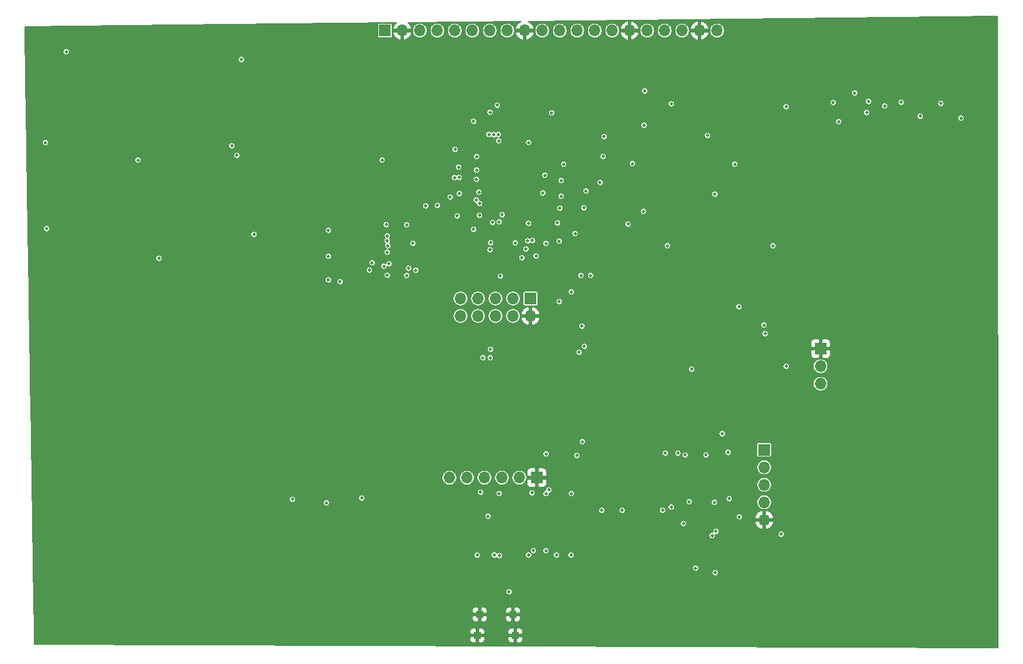
<source format=gbr>
G04 #@! TF.GenerationSoftware,KiCad,Pcbnew,5.1.5+dfsg1-2*
G04 #@! TF.CreationDate,2020-03-08T17:04:06+02:00*
G04 #@! TF.ProjectId,HX1KADCboard,4858314b-4144-4436-926f-6172642e6b69,rev?*
G04 #@! TF.SameCoordinates,Original*
G04 #@! TF.FileFunction,Copper,L2,Inr*
G04 #@! TF.FilePolarity,Positive*
%FSLAX46Y46*%
G04 Gerber Fmt 4.6, Leading zero omitted, Abs format (unit mm)*
G04 Created by KiCad (PCBNEW 5.1.5+dfsg1-2) date 2020-03-08 17:04:06*
%MOMM*%
%LPD*%
G04 APERTURE LIST*
%ADD10R,1.016000X1.016000*%
%ADD11O,1.700000X1.700000*%
%ADD12R,1.700000X1.700000*%
%ADD13C,0.500000*%
%ADD14C,0.150000*%
G04 APERTURE END LIST*
D10*
X129965700Y-127420013D03*
X125114300Y-127420013D03*
X130314950Y-130449979D03*
X124765050Y-130449979D03*
D11*
X166441000Y-113661000D03*
X166441000Y-111121000D03*
X166441000Y-108581000D03*
X166441000Y-106041000D03*
D12*
X166441000Y-103501000D03*
D11*
X120709000Y-107541000D03*
X123249000Y-107541000D03*
X125789000Y-107541000D03*
X128329000Y-107541000D03*
X130869000Y-107541000D03*
D12*
X133409000Y-107541000D03*
D11*
X159610000Y-42610000D03*
X157070000Y-42610000D03*
X154530000Y-42610000D03*
X151990000Y-42610000D03*
X149450000Y-42610000D03*
X146910000Y-42610000D03*
X144370000Y-42610000D03*
X141830000Y-42610000D03*
X139290000Y-42610000D03*
X136750000Y-42610000D03*
X134210000Y-42610000D03*
X131670000Y-42610000D03*
X129130000Y-42610000D03*
X126590000Y-42610000D03*
X124050000Y-42610000D03*
X121510000Y-42610000D03*
X118970000Y-42610000D03*
X116430000Y-42610000D03*
X113890000Y-42610000D03*
D12*
X111350000Y-42610000D03*
D11*
X122330000Y-84070000D03*
X122330000Y-81530000D03*
X124870000Y-84070000D03*
X124870000Y-81530000D03*
X127410000Y-84070000D03*
X127410000Y-81530000D03*
X129950000Y-84070000D03*
X129950000Y-81530000D03*
X132490000Y-84070000D03*
D12*
X132490000Y-81530000D03*
D11*
X174630000Y-93900000D03*
X174630000Y-91360000D03*
D12*
X174630000Y-88820000D03*
D13*
X198850000Y-113240000D03*
X198850000Y-103530000D03*
X199420000Y-75980000D03*
X199240000Y-46850000D03*
X199300000Y-63120000D03*
X199180000Y-55200000D03*
X191730000Y-44110000D03*
X181000000Y-43020000D03*
X170630000Y-42660000D03*
X104930000Y-42670000D03*
X96510000Y-43370000D03*
X76150000Y-42930000D03*
X65120000Y-43090000D03*
X60670000Y-59000000D03*
X60550000Y-53760000D03*
X60370000Y-49250000D03*
X193950000Y-128520000D03*
X186220000Y-127910000D03*
X176520000Y-127760000D03*
X83430000Y-128210000D03*
X75090000Y-128520000D03*
X66140000Y-128060000D03*
X103570000Y-82460000D03*
X104710000Y-82460000D03*
X106580000Y-82500000D03*
X108930000Y-84490000D03*
X106830000Y-84430000D03*
X104740000Y-84490000D03*
X103690000Y-84530000D03*
X110510000Y-84080000D03*
X111780000Y-83990000D03*
X111690000Y-81160000D03*
X106740000Y-79260000D03*
X108320000Y-79130000D03*
X110010000Y-79360000D03*
X111370000Y-79320000D03*
X103440000Y-81160000D03*
X106640000Y-81040000D03*
X108610000Y-82240000D03*
X110700000Y-82370000D03*
X104490000Y-76150000D03*
X109590000Y-75490000D03*
X105500000Y-75390000D03*
X105240000Y-71400000D03*
X107590000Y-71510000D03*
X109610000Y-71320000D03*
X111930000Y-65610000D03*
X118670000Y-59860000D03*
X115550000Y-60210000D03*
X112920000Y-62720000D03*
X110980000Y-64320000D03*
X108510000Y-66370000D03*
X106640000Y-68200000D03*
X103940000Y-68580000D03*
X103790000Y-66450000D03*
X105620000Y-64010000D03*
X109880000Y-59750000D03*
X110770000Y-59770000D03*
X109230000Y-63750000D03*
X107330000Y-65420000D03*
X105840000Y-66910000D03*
X113480000Y-66750000D03*
X114580000Y-65760000D03*
X116030000Y-64200000D03*
X117530000Y-62670000D03*
X116050000Y-69530000D03*
X118150000Y-67860000D03*
X119030000Y-64740000D03*
X117620000Y-76240000D03*
X114770000Y-75260000D03*
X116100000Y-75010000D03*
X117760000Y-71940000D03*
X125810000Y-65580000D03*
X121650000Y-71950000D03*
X118870000Y-76410000D03*
X114440000Y-83180000D03*
X117880000Y-79400000D03*
X122340000Y-75200000D03*
X124780000Y-65270000D03*
X125920000Y-67900000D03*
X159930000Y-104290000D03*
X160320000Y-107300000D03*
X155010000Y-109380000D03*
X141660000Y-102760000D03*
X144770000Y-102570000D03*
X148390000Y-102720000D03*
X141160000Y-105390000D03*
X143630000Y-105360000D03*
X146480000Y-105450000D03*
X148990000Y-105390000D03*
X141570000Y-100350000D03*
X145440000Y-99970000D03*
X148930000Y-100570000D03*
X150080000Y-113740000D03*
X151500000Y-113680000D03*
X140920000Y-120560000D03*
X143800000Y-125700000D03*
X146120000Y-125170000D03*
X147360000Y-123720000D03*
X147820000Y-122140000D03*
X137580000Y-131080000D03*
X141560000Y-130270000D03*
X145950000Y-130110000D03*
X122740000Y-130180000D03*
X123480000Y-127590000D03*
X134180000Y-130950000D03*
X134580000Y-127170000D03*
X137620000Y-127170000D03*
X125040000Y-124340000D03*
X128560000Y-125070000D03*
X128320000Y-123220000D03*
X133790000Y-124050000D03*
X136750000Y-123360000D03*
X136040000Y-120080000D03*
X137940000Y-121350000D03*
X133870000Y-116040000D03*
X130220000Y-116060000D03*
X126570000Y-115360000D03*
X124700000Y-116250000D03*
X122480000Y-116270000D03*
X140560000Y-116010000D03*
X117400000Y-123120000D03*
X121610000Y-126500000D03*
X120630000Y-123830000D03*
X105270000Y-116080000D03*
X107630000Y-115620000D03*
X110980000Y-115320000D03*
X114980000Y-116000000D03*
X116690000Y-115130000D03*
X103940000Y-119580000D03*
X110300000Y-119580000D03*
X113840000Y-119160000D03*
X116270000Y-120080000D03*
X110640000Y-124530000D03*
X97360000Y-120040000D03*
X96790000Y-116990000D03*
X99110000Y-116000000D03*
X101470000Y-117410000D03*
X148810000Y-119340000D03*
X151920000Y-118100000D03*
X153090000Y-118570000D03*
X156550000Y-117910000D03*
X158200000Y-118990000D03*
X150810000Y-123810000D03*
X153250000Y-124410000D03*
X158260000Y-124820000D03*
X163470000Y-124660000D03*
X166190000Y-123080000D03*
X166380000Y-120320000D03*
X164160000Y-118380000D03*
X163180000Y-117840000D03*
X161090000Y-117310000D03*
X140490000Y-110980000D03*
X147930000Y-116530000D03*
X144180000Y-114880000D03*
X139280000Y-113830000D03*
X137540000Y-112120000D03*
X144910000Y-107780000D03*
X147870000Y-109160000D03*
X142210000Y-108370000D03*
X143730000Y-108620000D03*
X151150000Y-106600000D03*
X153460000Y-105280000D03*
X181240000Y-58470000D03*
X182070000Y-58310000D03*
X177430000Y-60990000D03*
X178180000Y-63880000D03*
X177530000Y-65400000D03*
X180910000Y-61060000D03*
X182860000Y-61290000D03*
X182560000Y-64210000D03*
X189030000Y-62610000D03*
X189630000Y-57610000D03*
X190050000Y-60380000D03*
X193130000Y-58550000D03*
X184390000Y-51590000D03*
X185620000Y-51820000D03*
X181010000Y-51480000D03*
X175210000Y-51480000D03*
X172140000Y-51490000D03*
X168040000Y-51680000D03*
X165600000Y-51650000D03*
X161670000Y-52090000D03*
X158650000Y-52370000D03*
X157860000Y-51930000D03*
X152390000Y-55980000D03*
X149340000Y-57890000D03*
X147890000Y-58960000D03*
X173190000Y-55350000D03*
X173350000Y-57050000D03*
X172700000Y-57830000D03*
X172120000Y-58620000D03*
X169810000Y-56810000D03*
X167610000Y-56660000D03*
X167080000Y-53640000D03*
X165010000Y-53470000D03*
X166620000Y-55270000D03*
X171280000Y-55250000D03*
X171750000Y-56710000D03*
X161640000Y-56710000D03*
X158780000Y-56530000D03*
X157870000Y-59000000D03*
X156660000Y-61020000D03*
X159830000Y-62450000D03*
X164330000Y-61530000D03*
X164880000Y-60580000D03*
X166200000Y-59530000D03*
X166770000Y-58620000D03*
X167170000Y-62960000D03*
X167830000Y-64720000D03*
X169300000Y-67100000D03*
X160630000Y-71090000D03*
X163560000Y-71210000D03*
X165200000Y-71550000D03*
X158310000Y-73220000D03*
X157130000Y-76270000D03*
X152450000Y-71470000D03*
X149670000Y-71320000D03*
X146280000Y-68310000D03*
X147080000Y-66640000D03*
X149410000Y-65400000D03*
X151310000Y-66030000D03*
X153900000Y-66180000D03*
X144760000Y-66220000D03*
X142670000Y-68660000D03*
X143350000Y-73790000D03*
X145580000Y-76050000D03*
X148060000Y-79010000D03*
X152380000Y-79260000D03*
X155350000Y-82470000D03*
X138720000Y-73020000D03*
X137200000Y-77490000D03*
X136830000Y-76370000D03*
X138520000Y-79450000D03*
X142770000Y-82360000D03*
X142910000Y-81110000D03*
X142930000Y-78640000D03*
X142330000Y-76520000D03*
X141160000Y-75030000D03*
X132140000Y-92660000D03*
X137780000Y-93220000D03*
X147790000Y-92860000D03*
X152850000Y-92990000D03*
X158380000Y-90560000D03*
X160290000Y-79110000D03*
X160290000Y-84180000D03*
X161670000Y-89770000D03*
X163350000Y-85410000D03*
X165990000Y-84350000D03*
X165260000Y-88930000D03*
X167880000Y-88950000D03*
X170320000Y-89020000D03*
X169820000Y-92900000D03*
X172590000Y-93010000D03*
X171870000Y-95980000D03*
X169820000Y-95370000D03*
X165930000Y-95490000D03*
X163540000Y-93770000D03*
X177950000Y-78700000D03*
X188860000Y-78860000D03*
X188480000Y-84060000D03*
X183660000Y-84630000D03*
X183370000Y-77020000D03*
X182770000Y-73210000D03*
X177760000Y-72390000D03*
X189780000Y-71590000D03*
X189240000Y-68140000D03*
X195900000Y-69820000D03*
X195140000Y-76890000D03*
X195550000Y-82570000D03*
X171990000Y-72070000D03*
X172020000Y-77490000D03*
X172080000Y-80980000D03*
X157100000Y-63700000D03*
X158950000Y-63930000D03*
X154780000Y-63420000D03*
X151810000Y-63690000D03*
X140700000Y-63660000D03*
X151960000Y-58870000D03*
X154630000Y-58330000D03*
X152470000Y-60290000D03*
X148380000Y-61180000D03*
X172260000Y-114670000D03*
X171760000Y-112900000D03*
X168460000Y-113750000D03*
X173600000Y-111610000D03*
X127540000Y-75260000D03*
X127500000Y-76410000D03*
X129100000Y-75630000D03*
X163430000Y-115590000D03*
X167500000Y-115680000D03*
X168910600Y-115729700D03*
X136661200Y-81951700D03*
X131827200Y-74319200D03*
X121553500Y-59873800D03*
X139536300Y-89335600D03*
X126649800Y-90126300D03*
X124642600Y-64225000D03*
X121843900Y-69516900D03*
X139975600Y-85517000D03*
X141224300Y-78184000D03*
X137322500Y-62027400D03*
X127888200Y-58641500D03*
X129379500Y-124108400D03*
X124678200Y-60925300D03*
X176447800Y-53058400D03*
X177270400Y-55840000D03*
X167710400Y-73860500D03*
X159277000Y-66364400D03*
X152390000Y-73860500D03*
X152958300Y-53235900D03*
X143190500Y-58012400D03*
X136667700Y-73183400D03*
X126702700Y-73405700D03*
X125574900Y-90122500D03*
X114792600Y-77120300D03*
X181308000Y-54504900D03*
X162180200Y-62025300D03*
X179600200Y-51688400D03*
X132229400Y-58868300D03*
X192094600Y-53185800D03*
X161371100Y-110568800D03*
X103136100Y-75406400D03*
X140562500Y-65905000D03*
X156490000Y-120680700D03*
X102859300Y-111213800D03*
X166590000Y-86614200D03*
X166412000Y-85375100D03*
X159456000Y-115315300D03*
X127663100Y-53448100D03*
X121456500Y-63965000D03*
X97932000Y-110681200D03*
X107987300Y-110492300D03*
X169652300Y-91351400D03*
X186338700Y-53003700D03*
X159326100Y-121335800D03*
X181600000Y-52890000D03*
X189110000Y-55040000D03*
X195020000Y-55340000D03*
X158210000Y-57850000D03*
X109480000Y-76340000D03*
X111936300Y-76474300D03*
X133300000Y-75330000D03*
X62056800Y-58868300D03*
X89108900Y-59332900D03*
X92347700Y-72205100D03*
X62216300Y-71361800D03*
X90494900Y-46808800D03*
X65084000Y-45668500D03*
X134580000Y-63630000D03*
X162790000Y-82710000D03*
X146675000Y-70705000D03*
X127162000Y-57717600D03*
X78538300Y-75671600D03*
X127822800Y-57715000D03*
X110947000Y-61413000D03*
X75474000Y-61413000D03*
X126623600Y-54490300D03*
X124209000Y-55773600D03*
X126454200Y-57705800D03*
X89845000Y-60727800D03*
X131240200Y-75593300D03*
X155540400Y-111042800D03*
X155930400Y-91794700D03*
X132229400Y-118766600D03*
X136263400Y-118766600D03*
X138403400Y-118766600D03*
X139248700Y-104306800D03*
X139842200Y-78179000D03*
X134759300Y-73533800D03*
X135176600Y-109316000D03*
X152086100Y-103962900D03*
X140297900Y-88465700D03*
X152966600Y-111814200D03*
X134758700Y-118139700D03*
X138428400Y-80553900D03*
X138428400Y-109851600D03*
X126675500Y-88886400D03*
X151694000Y-112271800D03*
X132922800Y-118107100D03*
X128112900Y-78253700D03*
X142848200Y-112271800D03*
X145808200Y-112271800D03*
X134765100Y-109868700D03*
X134769400Y-104087900D03*
X136426200Y-70535500D03*
X135557600Y-54563600D03*
X124766500Y-118783200D03*
X127243000Y-118766600D03*
X127991300Y-118855900D03*
X153918800Y-103963600D03*
X154952900Y-104247600D03*
X162817700Y-113223000D03*
X158877300Y-115935800D03*
X157987000Y-104247600D03*
X154718300Y-114200800D03*
X183938200Y-53564800D03*
X169627400Y-53655600D03*
X148997600Y-56369600D03*
X143053900Y-60880100D03*
X148912600Y-68863100D03*
X147304300Y-61926200D03*
X127956900Y-109859500D03*
X136962500Y-64395500D03*
X149090100Y-51372200D03*
X142594700Y-64675500D03*
X125240700Y-109660000D03*
X134281900Y-66186000D03*
X161190500Y-103871200D03*
X136962500Y-66661000D03*
X160344400Y-101148900D03*
X140256000Y-68334500D03*
X132731800Y-109729300D03*
X136738800Y-68393600D03*
X140019400Y-102323100D03*
X138970700Y-72102900D03*
X103136100Y-71609200D03*
X132214600Y-70590800D03*
X111538200Y-70780000D03*
X132775800Y-73081700D03*
X111700400Y-72423700D03*
X132083000Y-73137000D03*
X111700400Y-73131500D03*
X130295000Y-73457500D03*
X111767800Y-73870800D03*
X128373000Y-69355000D03*
X111700400Y-74812500D03*
X126622900Y-74435200D03*
X109099200Y-77396300D03*
X127957400Y-70397400D03*
X103136100Y-78809200D03*
X126986400Y-70465000D03*
X104826000Y-79067400D03*
X124217000Y-71461200D03*
X114533300Y-78198000D03*
X124616400Y-67201700D03*
X111700400Y-78128000D03*
X120823700Y-66776700D03*
X111203300Y-76826700D03*
X125020000Y-66070000D03*
X115833600Y-77418600D03*
X125101400Y-69430500D03*
X125101400Y-67708600D03*
X115429600Y-73490300D03*
X122160200Y-66275200D03*
X118963300Y-68003200D03*
X122124000Y-63919800D03*
X117270200Y-68050700D03*
X122056200Y-62426200D03*
X114529700Y-70807800D03*
X124681100Y-62851200D03*
X159234500Y-111136400D03*
X126322300Y-113145600D03*
D14*
G36*
X200414673Y-132228919D02*
G01*
X60471111Y-131681060D01*
X60459717Y-130957979D01*
X123671229Y-130957979D01*
X123682485Y-131072267D01*
X123715822Y-131182163D01*
X123769958Y-131283444D01*
X123842812Y-131372217D01*
X123931585Y-131445071D01*
X124032866Y-131499207D01*
X124142762Y-131532544D01*
X124257050Y-131543800D01*
X124440300Y-131540979D01*
X124586050Y-131395229D01*
X124586050Y-130628979D01*
X124944050Y-130628979D01*
X124944050Y-131395229D01*
X125089800Y-131540979D01*
X125273050Y-131543800D01*
X125387338Y-131532544D01*
X125497234Y-131499207D01*
X125598515Y-131445071D01*
X125687288Y-131372217D01*
X125760142Y-131283444D01*
X125814278Y-131182163D01*
X125847615Y-131072267D01*
X125858871Y-130957979D01*
X129221129Y-130957979D01*
X129232385Y-131072267D01*
X129265722Y-131182163D01*
X129319858Y-131283444D01*
X129392712Y-131372217D01*
X129481485Y-131445071D01*
X129582766Y-131499207D01*
X129692662Y-131532544D01*
X129806950Y-131543800D01*
X129990200Y-131540979D01*
X130135950Y-131395229D01*
X130135950Y-130628979D01*
X130493950Y-130628979D01*
X130493950Y-131395229D01*
X130639700Y-131540979D01*
X130822950Y-131543800D01*
X130937238Y-131532544D01*
X131047134Y-131499207D01*
X131148415Y-131445071D01*
X131237188Y-131372217D01*
X131310042Y-131283444D01*
X131364178Y-131182163D01*
X131397515Y-131072267D01*
X131408771Y-130957979D01*
X131405950Y-130774729D01*
X131260200Y-130628979D01*
X130493950Y-130628979D01*
X130135950Y-130628979D01*
X129369700Y-130628979D01*
X129223950Y-130774729D01*
X129221129Y-130957979D01*
X125858871Y-130957979D01*
X125856050Y-130774729D01*
X125710300Y-130628979D01*
X124944050Y-130628979D01*
X124586050Y-130628979D01*
X123819800Y-130628979D01*
X123674050Y-130774729D01*
X123671229Y-130957979D01*
X60459717Y-130957979D01*
X60443707Y-129941979D01*
X123671229Y-129941979D01*
X123674050Y-130125229D01*
X123819800Y-130270979D01*
X124586050Y-130270979D01*
X124586050Y-129504729D01*
X124944050Y-129504729D01*
X124944050Y-130270979D01*
X125710300Y-130270979D01*
X125856050Y-130125229D01*
X125858871Y-129941979D01*
X129221129Y-129941979D01*
X129223950Y-130125229D01*
X129369700Y-130270979D01*
X130135950Y-130270979D01*
X130135950Y-129504729D01*
X130493950Y-129504729D01*
X130493950Y-130270979D01*
X131260200Y-130270979D01*
X131405950Y-130125229D01*
X131408771Y-129941979D01*
X131397515Y-129827691D01*
X131364178Y-129717795D01*
X131310042Y-129616514D01*
X131237188Y-129527741D01*
X131148415Y-129454887D01*
X131047134Y-129400751D01*
X130937238Y-129367414D01*
X130822950Y-129356158D01*
X130639700Y-129358979D01*
X130493950Y-129504729D01*
X130135950Y-129504729D01*
X129990200Y-129358979D01*
X129806950Y-129356158D01*
X129692662Y-129367414D01*
X129582766Y-129400751D01*
X129481485Y-129454887D01*
X129392712Y-129527741D01*
X129319858Y-129616514D01*
X129265722Y-129717795D01*
X129232385Y-129827691D01*
X129221129Y-129941979D01*
X125858871Y-129941979D01*
X125847615Y-129827691D01*
X125814278Y-129717795D01*
X125760142Y-129616514D01*
X125687288Y-129527741D01*
X125598515Y-129454887D01*
X125497234Y-129400751D01*
X125387338Y-129367414D01*
X125273050Y-129356158D01*
X125089800Y-129358979D01*
X124944050Y-129504729D01*
X124586050Y-129504729D01*
X124440300Y-129358979D01*
X124257050Y-129356158D01*
X124142762Y-129367414D01*
X124032866Y-129400751D01*
X123931585Y-129454887D01*
X123842812Y-129527741D01*
X123769958Y-129616514D01*
X123715822Y-129717795D01*
X123682485Y-129827691D01*
X123671229Y-129941979D01*
X60443707Y-129941979D01*
X60411970Y-127928013D01*
X124020479Y-127928013D01*
X124031735Y-128042301D01*
X124065072Y-128152197D01*
X124119208Y-128253478D01*
X124192062Y-128342251D01*
X124280835Y-128415105D01*
X124382116Y-128469241D01*
X124492012Y-128502578D01*
X124606300Y-128513834D01*
X124789550Y-128511013D01*
X124935300Y-128365263D01*
X124935300Y-127599013D01*
X125293300Y-127599013D01*
X125293300Y-128365263D01*
X125439050Y-128511013D01*
X125622300Y-128513834D01*
X125736588Y-128502578D01*
X125846484Y-128469241D01*
X125947765Y-128415105D01*
X126036538Y-128342251D01*
X126109392Y-128253478D01*
X126163528Y-128152197D01*
X126196865Y-128042301D01*
X126208121Y-127928013D01*
X128871879Y-127928013D01*
X128883135Y-128042301D01*
X128916472Y-128152197D01*
X128970608Y-128253478D01*
X129043462Y-128342251D01*
X129132235Y-128415105D01*
X129233516Y-128469241D01*
X129343412Y-128502578D01*
X129457700Y-128513834D01*
X129640950Y-128511013D01*
X129786700Y-128365263D01*
X129786700Y-127599013D01*
X130144700Y-127599013D01*
X130144700Y-128365263D01*
X130290450Y-128511013D01*
X130473700Y-128513834D01*
X130587988Y-128502578D01*
X130697884Y-128469241D01*
X130799165Y-128415105D01*
X130887938Y-128342251D01*
X130960792Y-128253478D01*
X131014928Y-128152197D01*
X131048265Y-128042301D01*
X131059521Y-127928013D01*
X131056700Y-127744763D01*
X130910950Y-127599013D01*
X130144700Y-127599013D01*
X129786700Y-127599013D01*
X129020450Y-127599013D01*
X128874700Y-127744763D01*
X128871879Y-127928013D01*
X126208121Y-127928013D01*
X126205300Y-127744763D01*
X126059550Y-127599013D01*
X125293300Y-127599013D01*
X124935300Y-127599013D01*
X124169050Y-127599013D01*
X124023300Y-127744763D01*
X124020479Y-127928013D01*
X60411970Y-127928013D01*
X60395960Y-126912013D01*
X124020479Y-126912013D01*
X124023300Y-127095263D01*
X124169050Y-127241013D01*
X124935300Y-127241013D01*
X124935300Y-126474763D01*
X125293300Y-126474763D01*
X125293300Y-127241013D01*
X126059550Y-127241013D01*
X126205300Y-127095263D01*
X126208121Y-126912013D01*
X128871879Y-126912013D01*
X128874700Y-127095263D01*
X129020450Y-127241013D01*
X129786700Y-127241013D01*
X129786700Y-126474763D01*
X130144700Y-126474763D01*
X130144700Y-127241013D01*
X130910950Y-127241013D01*
X131056700Y-127095263D01*
X131059521Y-126912013D01*
X131048265Y-126797725D01*
X131014928Y-126687829D01*
X130960792Y-126586548D01*
X130887938Y-126497775D01*
X130799165Y-126424921D01*
X130697884Y-126370785D01*
X130587988Y-126337448D01*
X130473700Y-126326192D01*
X130290450Y-126329013D01*
X130144700Y-126474763D01*
X129786700Y-126474763D01*
X129640950Y-126329013D01*
X129457700Y-126326192D01*
X129343412Y-126337448D01*
X129233516Y-126370785D01*
X129132235Y-126424921D01*
X129043462Y-126497775D01*
X128970608Y-126586548D01*
X128916472Y-126687829D01*
X128883135Y-126797725D01*
X128871879Y-126912013D01*
X126208121Y-126912013D01*
X126196865Y-126797725D01*
X126163528Y-126687829D01*
X126109392Y-126586548D01*
X126036538Y-126497775D01*
X125947765Y-126424921D01*
X125846484Y-126370785D01*
X125736588Y-126337448D01*
X125622300Y-126326192D01*
X125439050Y-126329013D01*
X125293300Y-126474763D01*
X124935300Y-126474763D01*
X124789550Y-126329013D01*
X124606300Y-126326192D01*
X124492012Y-126337448D01*
X124382116Y-126370785D01*
X124280835Y-126424921D01*
X124192062Y-126497775D01*
X124119208Y-126586548D01*
X124065072Y-126687829D01*
X124031735Y-126797725D01*
X124020479Y-126912013D01*
X60395960Y-126912013D01*
X60351043Y-124061617D01*
X128904500Y-124061617D01*
X128904500Y-124155183D01*
X128922754Y-124246952D01*
X128958561Y-124333397D01*
X129010544Y-124411195D01*
X129076705Y-124477356D01*
X129154503Y-124529339D01*
X129240948Y-124565146D01*
X129332717Y-124583400D01*
X129426283Y-124583400D01*
X129518052Y-124565146D01*
X129604497Y-124529339D01*
X129682295Y-124477356D01*
X129748456Y-124411195D01*
X129800439Y-124333397D01*
X129836246Y-124246952D01*
X129854500Y-124155183D01*
X129854500Y-124061617D01*
X129836246Y-123969848D01*
X129800439Y-123883403D01*
X129748456Y-123805605D01*
X129682295Y-123739444D01*
X129604497Y-123687461D01*
X129518052Y-123651654D01*
X129426283Y-123633400D01*
X129332717Y-123633400D01*
X129240948Y-123651654D01*
X129154503Y-123687461D01*
X129076705Y-123739444D01*
X129010544Y-123805605D01*
X128958561Y-123883403D01*
X128922754Y-123969848D01*
X128904500Y-124061617D01*
X60351043Y-124061617D01*
X60307352Y-121289017D01*
X158851100Y-121289017D01*
X158851100Y-121382583D01*
X158869354Y-121474352D01*
X158905161Y-121560797D01*
X158957144Y-121638595D01*
X159023305Y-121704756D01*
X159101103Y-121756739D01*
X159187548Y-121792546D01*
X159279317Y-121810800D01*
X159372883Y-121810800D01*
X159464652Y-121792546D01*
X159551097Y-121756739D01*
X159628895Y-121704756D01*
X159695056Y-121638595D01*
X159747039Y-121560797D01*
X159782846Y-121474352D01*
X159801100Y-121382583D01*
X159801100Y-121289017D01*
X159782846Y-121197248D01*
X159747039Y-121110803D01*
X159695056Y-121033005D01*
X159628895Y-120966844D01*
X159551097Y-120914861D01*
X159464652Y-120879054D01*
X159372883Y-120860800D01*
X159279317Y-120860800D01*
X159187548Y-120879054D01*
X159101103Y-120914861D01*
X159023305Y-120966844D01*
X158957144Y-121033005D01*
X158905161Y-121110803D01*
X158869354Y-121197248D01*
X158851100Y-121289017D01*
X60307352Y-121289017D01*
X60297028Y-120633917D01*
X156015000Y-120633917D01*
X156015000Y-120727483D01*
X156033254Y-120819252D01*
X156069061Y-120905697D01*
X156121044Y-120983495D01*
X156187205Y-121049656D01*
X156265003Y-121101639D01*
X156351448Y-121137446D01*
X156443217Y-121155700D01*
X156536783Y-121155700D01*
X156628552Y-121137446D01*
X156714997Y-121101639D01*
X156792795Y-121049656D01*
X156858956Y-120983495D01*
X156910939Y-120905697D01*
X156946746Y-120819252D01*
X156965000Y-120727483D01*
X156965000Y-120633917D01*
X156946746Y-120542148D01*
X156910939Y-120455703D01*
X156858956Y-120377905D01*
X156792795Y-120311744D01*
X156714997Y-120259761D01*
X156628552Y-120223954D01*
X156536783Y-120205700D01*
X156443217Y-120205700D01*
X156351448Y-120223954D01*
X156265003Y-120259761D01*
X156187205Y-120311744D01*
X156121044Y-120377905D01*
X156069061Y-120455703D01*
X156033254Y-120542148D01*
X156015000Y-120633917D01*
X60297028Y-120633917D01*
X60267125Y-118736417D01*
X124291500Y-118736417D01*
X124291500Y-118829983D01*
X124309754Y-118921752D01*
X124345561Y-119008197D01*
X124397544Y-119085995D01*
X124463705Y-119152156D01*
X124541503Y-119204139D01*
X124627948Y-119239946D01*
X124719717Y-119258200D01*
X124813283Y-119258200D01*
X124905052Y-119239946D01*
X124991497Y-119204139D01*
X125069295Y-119152156D01*
X125135456Y-119085995D01*
X125187439Y-119008197D01*
X125223246Y-118921752D01*
X125241500Y-118829983D01*
X125241500Y-118736417D01*
X125238199Y-118719817D01*
X126768000Y-118719817D01*
X126768000Y-118813383D01*
X126786254Y-118905152D01*
X126822061Y-118991597D01*
X126874044Y-119069395D01*
X126940205Y-119135556D01*
X127018003Y-119187539D01*
X127104448Y-119223346D01*
X127196217Y-119241600D01*
X127289783Y-119241600D01*
X127381552Y-119223346D01*
X127467997Y-119187539D01*
X127545795Y-119135556D01*
X127582415Y-119098936D01*
X127622344Y-119158695D01*
X127688505Y-119224856D01*
X127766303Y-119276839D01*
X127852748Y-119312646D01*
X127944517Y-119330900D01*
X128038083Y-119330900D01*
X128129852Y-119312646D01*
X128216297Y-119276839D01*
X128294095Y-119224856D01*
X128360256Y-119158695D01*
X128412239Y-119080897D01*
X128448046Y-118994452D01*
X128466300Y-118902683D01*
X128466300Y-118809117D01*
X128448538Y-118719817D01*
X131754400Y-118719817D01*
X131754400Y-118813383D01*
X131772654Y-118905152D01*
X131808461Y-118991597D01*
X131860444Y-119069395D01*
X131926605Y-119135556D01*
X132004403Y-119187539D01*
X132090848Y-119223346D01*
X132182617Y-119241600D01*
X132276183Y-119241600D01*
X132367952Y-119223346D01*
X132454397Y-119187539D01*
X132532195Y-119135556D01*
X132598356Y-119069395D01*
X132650339Y-118991597D01*
X132686146Y-118905152D01*
X132704400Y-118813383D01*
X132704400Y-118719817D01*
X135788400Y-118719817D01*
X135788400Y-118813383D01*
X135806654Y-118905152D01*
X135842461Y-118991597D01*
X135894444Y-119069395D01*
X135960605Y-119135556D01*
X136038403Y-119187539D01*
X136124848Y-119223346D01*
X136216617Y-119241600D01*
X136310183Y-119241600D01*
X136401952Y-119223346D01*
X136488397Y-119187539D01*
X136566195Y-119135556D01*
X136632356Y-119069395D01*
X136684339Y-118991597D01*
X136720146Y-118905152D01*
X136738400Y-118813383D01*
X136738400Y-118719817D01*
X137928400Y-118719817D01*
X137928400Y-118813383D01*
X137946654Y-118905152D01*
X137982461Y-118991597D01*
X138034444Y-119069395D01*
X138100605Y-119135556D01*
X138178403Y-119187539D01*
X138264848Y-119223346D01*
X138356617Y-119241600D01*
X138450183Y-119241600D01*
X138541952Y-119223346D01*
X138628397Y-119187539D01*
X138706195Y-119135556D01*
X138772356Y-119069395D01*
X138824339Y-118991597D01*
X138860146Y-118905152D01*
X138878400Y-118813383D01*
X138878400Y-118719817D01*
X138860146Y-118628048D01*
X138824339Y-118541603D01*
X138772356Y-118463805D01*
X138706195Y-118397644D01*
X138628397Y-118345661D01*
X138541952Y-118309854D01*
X138450183Y-118291600D01*
X138356617Y-118291600D01*
X138264848Y-118309854D01*
X138178403Y-118345661D01*
X138100605Y-118397644D01*
X138034444Y-118463805D01*
X137982461Y-118541603D01*
X137946654Y-118628048D01*
X137928400Y-118719817D01*
X136738400Y-118719817D01*
X136720146Y-118628048D01*
X136684339Y-118541603D01*
X136632356Y-118463805D01*
X136566195Y-118397644D01*
X136488397Y-118345661D01*
X136401952Y-118309854D01*
X136310183Y-118291600D01*
X136216617Y-118291600D01*
X136124848Y-118309854D01*
X136038403Y-118345661D01*
X135960605Y-118397644D01*
X135894444Y-118463805D01*
X135842461Y-118541603D01*
X135806654Y-118628048D01*
X135788400Y-118719817D01*
X132704400Y-118719817D01*
X132686146Y-118628048D01*
X132650339Y-118541603D01*
X132598356Y-118463805D01*
X132532195Y-118397644D01*
X132454397Y-118345661D01*
X132367952Y-118309854D01*
X132276183Y-118291600D01*
X132182617Y-118291600D01*
X132090848Y-118309854D01*
X132004403Y-118345661D01*
X131926605Y-118397644D01*
X131860444Y-118463805D01*
X131808461Y-118541603D01*
X131772654Y-118628048D01*
X131754400Y-118719817D01*
X128448538Y-118719817D01*
X128448046Y-118717348D01*
X128412239Y-118630903D01*
X128360256Y-118553105D01*
X128294095Y-118486944D01*
X128216297Y-118434961D01*
X128129852Y-118399154D01*
X128038083Y-118380900D01*
X127944517Y-118380900D01*
X127852748Y-118399154D01*
X127766303Y-118434961D01*
X127688505Y-118486944D01*
X127651885Y-118523564D01*
X127611956Y-118463805D01*
X127545795Y-118397644D01*
X127467997Y-118345661D01*
X127381552Y-118309854D01*
X127289783Y-118291600D01*
X127196217Y-118291600D01*
X127104448Y-118309854D01*
X127018003Y-118345661D01*
X126940205Y-118397644D01*
X126874044Y-118463805D01*
X126822061Y-118541603D01*
X126786254Y-118628048D01*
X126768000Y-118719817D01*
X125238199Y-118719817D01*
X125223246Y-118644648D01*
X125187439Y-118558203D01*
X125135456Y-118480405D01*
X125069295Y-118414244D01*
X124991497Y-118362261D01*
X124905052Y-118326454D01*
X124813283Y-118308200D01*
X124719717Y-118308200D01*
X124627948Y-118326454D01*
X124541503Y-118362261D01*
X124463705Y-118414244D01*
X124397544Y-118480405D01*
X124345561Y-118558203D01*
X124309754Y-118644648D01*
X124291500Y-118736417D01*
X60267125Y-118736417D01*
X60256471Y-118060317D01*
X132447800Y-118060317D01*
X132447800Y-118153883D01*
X132466054Y-118245652D01*
X132501861Y-118332097D01*
X132553844Y-118409895D01*
X132620005Y-118476056D01*
X132697803Y-118528039D01*
X132784248Y-118563846D01*
X132876017Y-118582100D01*
X132969583Y-118582100D01*
X133061352Y-118563846D01*
X133147797Y-118528039D01*
X133225595Y-118476056D01*
X133291756Y-118409895D01*
X133343739Y-118332097D01*
X133379546Y-118245652D01*
X133397800Y-118153883D01*
X133397800Y-118092917D01*
X134283700Y-118092917D01*
X134283700Y-118186483D01*
X134301954Y-118278252D01*
X134337761Y-118364697D01*
X134389744Y-118442495D01*
X134455905Y-118508656D01*
X134533703Y-118560639D01*
X134620148Y-118596446D01*
X134711917Y-118614700D01*
X134805483Y-118614700D01*
X134897252Y-118596446D01*
X134983697Y-118560639D01*
X135061495Y-118508656D01*
X135127656Y-118442495D01*
X135179639Y-118364697D01*
X135215446Y-118278252D01*
X135233700Y-118186483D01*
X135233700Y-118092917D01*
X135215446Y-118001148D01*
X135179639Y-117914703D01*
X135127656Y-117836905D01*
X135061495Y-117770744D01*
X134983697Y-117718761D01*
X134897252Y-117682954D01*
X134805483Y-117664700D01*
X134711917Y-117664700D01*
X134620148Y-117682954D01*
X134533703Y-117718761D01*
X134455905Y-117770744D01*
X134389744Y-117836905D01*
X134337761Y-117914703D01*
X134301954Y-118001148D01*
X134283700Y-118092917D01*
X133397800Y-118092917D01*
X133397800Y-118060317D01*
X133379546Y-117968548D01*
X133343739Y-117882103D01*
X133291756Y-117804305D01*
X133225595Y-117738144D01*
X133147797Y-117686161D01*
X133061352Y-117650354D01*
X132969583Y-117632100D01*
X132876017Y-117632100D01*
X132784248Y-117650354D01*
X132697803Y-117686161D01*
X132620005Y-117738144D01*
X132553844Y-117804305D01*
X132501861Y-117882103D01*
X132466054Y-117968548D01*
X132447800Y-118060317D01*
X60256471Y-118060317D01*
X60222255Y-115889017D01*
X158402300Y-115889017D01*
X158402300Y-115982583D01*
X158420554Y-116074352D01*
X158456361Y-116160797D01*
X158508344Y-116238595D01*
X158574505Y-116304756D01*
X158652303Y-116356739D01*
X158738748Y-116392546D01*
X158830517Y-116410800D01*
X158924083Y-116410800D01*
X159015852Y-116392546D01*
X159102297Y-116356739D01*
X159180095Y-116304756D01*
X159246256Y-116238595D01*
X159298239Y-116160797D01*
X159334046Y-116074352D01*
X159352300Y-115982583D01*
X159352300Y-115889017D01*
X159334046Y-115797248D01*
X159324160Y-115773381D01*
X159409217Y-115790300D01*
X159502783Y-115790300D01*
X159594552Y-115772046D01*
X159680997Y-115736239D01*
X159758795Y-115684256D01*
X159760134Y-115682917D01*
X168435600Y-115682917D01*
X168435600Y-115776483D01*
X168453854Y-115868252D01*
X168489661Y-115954697D01*
X168541644Y-116032495D01*
X168607805Y-116098656D01*
X168685603Y-116150639D01*
X168772048Y-116186446D01*
X168863817Y-116204700D01*
X168957383Y-116204700D01*
X169049152Y-116186446D01*
X169135597Y-116150639D01*
X169213395Y-116098656D01*
X169279556Y-116032495D01*
X169331539Y-115954697D01*
X169367346Y-115868252D01*
X169385600Y-115776483D01*
X169385600Y-115682917D01*
X169367346Y-115591148D01*
X169331539Y-115504703D01*
X169279556Y-115426905D01*
X169213395Y-115360744D01*
X169135597Y-115308761D01*
X169049152Y-115272954D01*
X168957383Y-115254700D01*
X168863817Y-115254700D01*
X168772048Y-115272954D01*
X168685603Y-115308761D01*
X168607805Y-115360744D01*
X168541644Y-115426905D01*
X168489661Y-115504703D01*
X168453854Y-115591148D01*
X168435600Y-115682917D01*
X159760134Y-115682917D01*
X159824956Y-115618095D01*
X159876939Y-115540297D01*
X159912746Y-115453852D01*
X159931000Y-115362083D01*
X159931000Y-115268517D01*
X159912746Y-115176748D01*
X159876939Y-115090303D01*
X159824956Y-115012505D01*
X159758795Y-114946344D01*
X159680997Y-114894361D01*
X159594552Y-114858554D01*
X159502783Y-114840300D01*
X159409217Y-114840300D01*
X159317448Y-114858554D01*
X159231003Y-114894361D01*
X159153205Y-114946344D01*
X159087044Y-115012505D01*
X159035061Y-115090303D01*
X158999254Y-115176748D01*
X158981000Y-115268517D01*
X158981000Y-115362083D01*
X158999254Y-115453852D01*
X159009140Y-115477719D01*
X158924083Y-115460800D01*
X158830517Y-115460800D01*
X158738748Y-115479054D01*
X158652303Y-115514861D01*
X158574505Y-115566844D01*
X158508344Y-115633005D01*
X158456361Y-115710803D01*
X158420554Y-115797248D01*
X158402300Y-115889017D01*
X60222255Y-115889017D01*
X60194913Y-114154017D01*
X154243300Y-114154017D01*
X154243300Y-114247583D01*
X154261554Y-114339352D01*
X154297361Y-114425797D01*
X154349344Y-114503595D01*
X154415505Y-114569756D01*
X154493303Y-114621739D01*
X154579748Y-114657546D01*
X154671517Y-114675800D01*
X154765083Y-114675800D01*
X154856852Y-114657546D01*
X154943297Y-114621739D01*
X155021095Y-114569756D01*
X155087256Y-114503595D01*
X155139239Y-114425797D01*
X155175046Y-114339352D01*
X155193300Y-114247583D01*
X155193300Y-114154017D01*
X155175046Y-114062248D01*
X155174203Y-114060211D01*
X165064730Y-114060211D01*
X165074877Y-114093685D01*
X165185539Y-114351889D01*
X165344448Y-114583542D01*
X165545497Y-114779742D01*
X165780960Y-114932950D01*
X166041788Y-115037277D01*
X166262000Y-114937033D01*
X166262000Y-113840000D01*
X166620000Y-113840000D01*
X166620000Y-114937033D01*
X166840212Y-115037277D01*
X167101040Y-114932950D01*
X167336503Y-114779742D01*
X167537552Y-114583542D01*
X167696461Y-114351889D01*
X167807123Y-114093685D01*
X167817270Y-114060211D01*
X167715744Y-113840000D01*
X166620000Y-113840000D01*
X166262000Y-113840000D01*
X165166256Y-113840000D01*
X165064730Y-114060211D01*
X155174203Y-114060211D01*
X155139239Y-113975803D01*
X155087256Y-113898005D01*
X155021095Y-113831844D01*
X154943297Y-113779861D01*
X154856852Y-113744054D01*
X154765083Y-113725800D01*
X154671517Y-113725800D01*
X154579748Y-113744054D01*
X154493303Y-113779861D01*
X154415505Y-113831844D01*
X154349344Y-113898005D01*
X154297361Y-113975803D01*
X154261554Y-114062248D01*
X154243300Y-114154017D01*
X60194913Y-114154017D01*
X60178284Y-113098817D01*
X125847300Y-113098817D01*
X125847300Y-113192383D01*
X125865554Y-113284152D01*
X125901361Y-113370597D01*
X125953344Y-113448395D01*
X126019505Y-113514556D01*
X126097303Y-113566539D01*
X126183748Y-113602346D01*
X126275517Y-113620600D01*
X126369083Y-113620600D01*
X126460852Y-113602346D01*
X126547297Y-113566539D01*
X126625095Y-113514556D01*
X126691256Y-113448395D01*
X126743239Y-113370597D01*
X126779046Y-113284152D01*
X126797300Y-113192383D01*
X126797300Y-113176217D01*
X162342700Y-113176217D01*
X162342700Y-113269783D01*
X162360954Y-113361552D01*
X162396761Y-113447997D01*
X162448744Y-113525795D01*
X162514905Y-113591956D01*
X162592703Y-113643939D01*
X162679148Y-113679746D01*
X162770917Y-113698000D01*
X162864483Y-113698000D01*
X162956252Y-113679746D01*
X163042697Y-113643939D01*
X163120495Y-113591956D01*
X163186656Y-113525795D01*
X163238639Y-113447997D01*
X163274446Y-113361552D01*
X163292700Y-113269783D01*
X163292700Y-113261789D01*
X165064730Y-113261789D01*
X165166256Y-113482000D01*
X166262000Y-113482000D01*
X166262000Y-112384967D01*
X166620000Y-112384967D01*
X166620000Y-113482000D01*
X167715744Y-113482000D01*
X167817270Y-113261789D01*
X167807123Y-113228315D01*
X167696461Y-112970111D01*
X167537552Y-112738458D01*
X167336503Y-112542258D01*
X167101040Y-112389050D01*
X166840212Y-112284723D01*
X166620000Y-112384967D01*
X166262000Y-112384967D01*
X166041788Y-112284723D01*
X165780960Y-112389050D01*
X165545497Y-112542258D01*
X165344448Y-112738458D01*
X165185539Y-112970111D01*
X165074877Y-113228315D01*
X165064730Y-113261789D01*
X163292700Y-113261789D01*
X163292700Y-113176217D01*
X163274446Y-113084448D01*
X163238639Y-112998003D01*
X163186656Y-112920205D01*
X163120495Y-112854044D01*
X163042697Y-112802061D01*
X162956252Y-112766254D01*
X162864483Y-112748000D01*
X162770917Y-112748000D01*
X162679148Y-112766254D01*
X162592703Y-112802061D01*
X162514905Y-112854044D01*
X162448744Y-112920205D01*
X162396761Y-112998003D01*
X162360954Y-113084448D01*
X162342700Y-113176217D01*
X126797300Y-113176217D01*
X126797300Y-113098817D01*
X126779046Y-113007048D01*
X126743239Y-112920603D01*
X126691256Y-112842805D01*
X126625095Y-112776644D01*
X126547297Y-112724661D01*
X126460852Y-112688854D01*
X126369083Y-112670600D01*
X126275517Y-112670600D01*
X126183748Y-112688854D01*
X126097303Y-112724661D01*
X126019505Y-112776644D01*
X125953344Y-112842805D01*
X125901361Y-112920603D01*
X125865554Y-113007048D01*
X125847300Y-113098817D01*
X60178284Y-113098817D01*
X60164514Y-112225017D01*
X142373200Y-112225017D01*
X142373200Y-112318583D01*
X142391454Y-112410352D01*
X142427261Y-112496797D01*
X142479244Y-112574595D01*
X142545405Y-112640756D01*
X142623203Y-112692739D01*
X142709648Y-112728546D01*
X142801417Y-112746800D01*
X142894983Y-112746800D01*
X142986752Y-112728546D01*
X143073197Y-112692739D01*
X143150995Y-112640756D01*
X143217156Y-112574595D01*
X143269139Y-112496797D01*
X143304946Y-112410352D01*
X143323200Y-112318583D01*
X143323200Y-112225017D01*
X145333200Y-112225017D01*
X145333200Y-112318583D01*
X145351454Y-112410352D01*
X145387261Y-112496797D01*
X145439244Y-112574595D01*
X145505405Y-112640756D01*
X145583203Y-112692739D01*
X145669648Y-112728546D01*
X145761417Y-112746800D01*
X145854983Y-112746800D01*
X145946752Y-112728546D01*
X146033197Y-112692739D01*
X146110995Y-112640756D01*
X146177156Y-112574595D01*
X146229139Y-112496797D01*
X146264946Y-112410352D01*
X146283200Y-112318583D01*
X146283200Y-112225017D01*
X151219000Y-112225017D01*
X151219000Y-112318583D01*
X151237254Y-112410352D01*
X151273061Y-112496797D01*
X151325044Y-112574595D01*
X151391205Y-112640756D01*
X151469003Y-112692739D01*
X151555448Y-112728546D01*
X151647217Y-112746800D01*
X151740783Y-112746800D01*
X151832552Y-112728546D01*
X151918997Y-112692739D01*
X151996795Y-112640756D01*
X152062956Y-112574595D01*
X152114939Y-112496797D01*
X152150746Y-112410352D01*
X152169000Y-112318583D01*
X152169000Y-112225017D01*
X152150746Y-112133248D01*
X152114939Y-112046803D01*
X152062956Y-111969005D01*
X151996795Y-111902844D01*
X151918997Y-111850861D01*
X151832552Y-111815054D01*
X151740783Y-111796800D01*
X151647217Y-111796800D01*
X151555448Y-111815054D01*
X151469003Y-111850861D01*
X151391205Y-111902844D01*
X151325044Y-111969005D01*
X151273061Y-112046803D01*
X151237254Y-112133248D01*
X151219000Y-112225017D01*
X146283200Y-112225017D01*
X146264946Y-112133248D01*
X146229139Y-112046803D01*
X146177156Y-111969005D01*
X146110995Y-111902844D01*
X146033197Y-111850861D01*
X145946752Y-111815054D01*
X145854983Y-111796800D01*
X145761417Y-111796800D01*
X145669648Y-111815054D01*
X145583203Y-111850861D01*
X145505405Y-111902844D01*
X145439244Y-111969005D01*
X145387261Y-112046803D01*
X145351454Y-112133248D01*
X145333200Y-112225017D01*
X143323200Y-112225017D01*
X143304946Y-112133248D01*
X143269139Y-112046803D01*
X143217156Y-111969005D01*
X143150995Y-111902844D01*
X143073197Y-111850861D01*
X142986752Y-111815054D01*
X142894983Y-111796800D01*
X142801417Y-111796800D01*
X142709648Y-111815054D01*
X142623203Y-111850861D01*
X142545405Y-111902844D01*
X142479244Y-111969005D01*
X142427261Y-112046803D01*
X142391454Y-112133248D01*
X142373200Y-112225017D01*
X60164514Y-112225017D01*
X60157303Y-111767417D01*
X152491600Y-111767417D01*
X152491600Y-111860983D01*
X152509854Y-111952752D01*
X152545661Y-112039197D01*
X152597644Y-112116995D01*
X152663805Y-112183156D01*
X152741603Y-112235139D01*
X152828048Y-112270946D01*
X152919817Y-112289200D01*
X153013383Y-112289200D01*
X153105152Y-112270946D01*
X153191597Y-112235139D01*
X153269395Y-112183156D01*
X153335556Y-112116995D01*
X153387539Y-112039197D01*
X153423346Y-111952752D01*
X153441600Y-111860983D01*
X153441600Y-111767417D01*
X153423346Y-111675648D01*
X153387539Y-111589203D01*
X153335556Y-111511405D01*
X153269395Y-111445244D01*
X153191597Y-111393261D01*
X153105152Y-111357454D01*
X153013383Y-111339200D01*
X152919817Y-111339200D01*
X152828048Y-111357454D01*
X152741603Y-111393261D01*
X152663805Y-111445244D01*
X152597644Y-111511405D01*
X152545661Y-111589203D01*
X152509854Y-111675648D01*
X152491600Y-111767417D01*
X60157303Y-111767417D01*
X60147841Y-111167017D01*
X102384300Y-111167017D01*
X102384300Y-111260583D01*
X102402554Y-111352352D01*
X102438361Y-111438797D01*
X102490344Y-111516595D01*
X102556505Y-111582756D01*
X102634303Y-111634739D01*
X102720748Y-111670546D01*
X102812517Y-111688800D01*
X102906083Y-111688800D01*
X102997852Y-111670546D01*
X103084297Y-111634739D01*
X103162095Y-111582756D01*
X103228256Y-111516595D01*
X103280239Y-111438797D01*
X103316046Y-111352352D01*
X103334300Y-111260583D01*
X103334300Y-111167017D01*
X103316046Y-111075248D01*
X103283228Y-110996017D01*
X155065400Y-110996017D01*
X155065400Y-111089583D01*
X155083654Y-111181352D01*
X155119461Y-111267797D01*
X155171444Y-111345595D01*
X155237605Y-111411756D01*
X155315403Y-111463739D01*
X155401848Y-111499546D01*
X155493617Y-111517800D01*
X155587183Y-111517800D01*
X155678952Y-111499546D01*
X155765397Y-111463739D01*
X155843195Y-111411756D01*
X155909356Y-111345595D01*
X155961339Y-111267797D01*
X155997146Y-111181352D01*
X156015393Y-111089617D01*
X158759500Y-111089617D01*
X158759500Y-111183183D01*
X158777754Y-111274952D01*
X158813561Y-111361397D01*
X158865544Y-111439195D01*
X158931705Y-111505356D01*
X159009503Y-111557339D01*
X159095948Y-111593146D01*
X159187717Y-111611400D01*
X159281283Y-111611400D01*
X159373052Y-111593146D01*
X159459497Y-111557339D01*
X159537295Y-111505356D01*
X159603456Y-111439195D01*
X159655439Y-111361397D01*
X159691246Y-111274952D01*
X159709500Y-111183183D01*
X159709500Y-111089617D01*
X159691246Y-110997848D01*
X159655439Y-110911403D01*
X159603456Y-110833605D01*
X159537295Y-110767444D01*
X159459497Y-110715461D01*
X159373052Y-110679654D01*
X159281283Y-110661400D01*
X159187717Y-110661400D01*
X159095948Y-110679654D01*
X159009503Y-110715461D01*
X158931705Y-110767444D01*
X158865544Y-110833605D01*
X158813561Y-110911403D01*
X158777754Y-110997848D01*
X158759500Y-111089617D01*
X156015393Y-111089617D01*
X156015400Y-111089583D01*
X156015400Y-110996017D01*
X155997146Y-110904248D01*
X155961339Y-110817803D01*
X155909356Y-110740005D01*
X155843195Y-110673844D01*
X155765397Y-110621861D01*
X155678952Y-110586054D01*
X155587183Y-110567800D01*
X155493617Y-110567800D01*
X155401848Y-110586054D01*
X155315403Y-110621861D01*
X155237605Y-110673844D01*
X155171444Y-110740005D01*
X155119461Y-110817803D01*
X155083654Y-110904248D01*
X155065400Y-110996017D01*
X103283228Y-110996017D01*
X103280239Y-110988803D01*
X103228256Y-110911005D01*
X103162095Y-110844844D01*
X103084297Y-110792861D01*
X102997852Y-110757054D01*
X102906083Y-110738800D01*
X102812517Y-110738800D01*
X102720748Y-110757054D01*
X102634303Y-110792861D01*
X102556505Y-110844844D01*
X102490344Y-110911005D01*
X102438361Y-110988803D01*
X102402554Y-111075248D01*
X102384300Y-111167017D01*
X60147841Y-111167017D01*
X60139448Y-110634417D01*
X97457000Y-110634417D01*
X97457000Y-110727983D01*
X97475254Y-110819752D01*
X97511061Y-110906197D01*
X97563044Y-110983995D01*
X97629205Y-111050156D01*
X97707003Y-111102139D01*
X97793448Y-111137946D01*
X97885217Y-111156200D01*
X97978783Y-111156200D01*
X98070552Y-111137946D01*
X98156997Y-111102139D01*
X98234795Y-111050156D01*
X98300956Y-110983995D01*
X98352939Y-110906197D01*
X98388746Y-110819752D01*
X98407000Y-110727983D01*
X98407000Y-110634417D01*
X98388746Y-110542648D01*
X98352939Y-110456203D01*
X98345799Y-110445517D01*
X107512300Y-110445517D01*
X107512300Y-110539083D01*
X107530554Y-110630852D01*
X107566361Y-110717297D01*
X107618344Y-110795095D01*
X107684505Y-110861256D01*
X107762303Y-110913239D01*
X107848748Y-110949046D01*
X107940517Y-110967300D01*
X108034083Y-110967300D01*
X108125852Y-110949046D01*
X108212297Y-110913239D01*
X108290095Y-110861256D01*
X108356256Y-110795095D01*
X108408239Y-110717297D01*
X108444046Y-110630852D01*
X108462300Y-110539083D01*
X108462300Y-110522017D01*
X160896100Y-110522017D01*
X160896100Y-110615583D01*
X160914354Y-110707352D01*
X160950161Y-110793797D01*
X161002144Y-110871595D01*
X161068305Y-110937756D01*
X161146103Y-110989739D01*
X161232548Y-111025546D01*
X161324317Y-111043800D01*
X161417883Y-111043800D01*
X161509652Y-111025546D01*
X161534817Y-111015122D01*
X165366000Y-111015122D01*
X165366000Y-111226878D01*
X165407312Y-111434566D01*
X165488348Y-111630203D01*
X165605993Y-111806272D01*
X165755728Y-111956007D01*
X165931797Y-112073652D01*
X166127434Y-112154688D01*
X166335122Y-112196000D01*
X166546878Y-112196000D01*
X166754566Y-112154688D01*
X166950203Y-112073652D01*
X167126272Y-111956007D01*
X167276007Y-111806272D01*
X167393652Y-111630203D01*
X167474688Y-111434566D01*
X167516000Y-111226878D01*
X167516000Y-111015122D01*
X167474688Y-110807434D01*
X167393652Y-110611797D01*
X167276007Y-110435728D01*
X167126272Y-110285993D01*
X166950203Y-110168348D01*
X166754566Y-110087312D01*
X166546878Y-110046000D01*
X166335122Y-110046000D01*
X166127434Y-110087312D01*
X165931797Y-110168348D01*
X165755728Y-110285993D01*
X165605993Y-110435728D01*
X165488348Y-110611797D01*
X165407312Y-110807434D01*
X165366000Y-111015122D01*
X161534817Y-111015122D01*
X161596097Y-110989739D01*
X161673895Y-110937756D01*
X161740056Y-110871595D01*
X161792039Y-110793797D01*
X161827846Y-110707352D01*
X161846100Y-110615583D01*
X161846100Y-110522017D01*
X161827846Y-110430248D01*
X161792039Y-110343803D01*
X161740056Y-110266005D01*
X161673895Y-110199844D01*
X161596097Y-110147861D01*
X161509652Y-110112054D01*
X161417883Y-110093800D01*
X161324317Y-110093800D01*
X161232548Y-110112054D01*
X161146103Y-110147861D01*
X161068305Y-110199844D01*
X161002144Y-110266005D01*
X160950161Y-110343803D01*
X160914354Y-110430248D01*
X160896100Y-110522017D01*
X108462300Y-110522017D01*
X108462300Y-110445517D01*
X108444046Y-110353748D01*
X108408239Y-110267303D01*
X108356256Y-110189505D01*
X108290095Y-110123344D01*
X108212297Y-110071361D01*
X108125852Y-110035554D01*
X108034083Y-110017300D01*
X107940517Y-110017300D01*
X107848748Y-110035554D01*
X107762303Y-110071361D01*
X107684505Y-110123344D01*
X107618344Y-110189505D01*
X107566361Y-110267303D01*
X107530554Y-110353748D01*
X107512300Y-110445517D01*
X98345799Y-110445517D01*
X98300956Y-110378405D01*
X98234795Y-110312244D01*
X98156997Y-110260261D01*
X98070552Y-110224454D01*
X97978783Y-110206200D01*
X97885217Y-110206200D01*
X97793448Y-110224454D01*
X97707003Y-110260261D01*
X97629205Y-110312244D01*
X97563044Y-110378405D01*
X97511061Y-110456203D01*
X97475254Y-110542648D01*
X97457000Y-110634417D01*
X60139448Y-110634417D01*
X60123356Y-109613217D01*
X124765700Y-109613217D01*
X124765700Y-109706783D01*
X124783954Y-109798552D01*
X124819761Y-109884997D01*
X124871744Y-109962795D01*
X124937905Y-110028956D01*
X125015703Y-110080939D01*
X125102148Y-110116746D01*
X125193917Y-110135000D01*
X125287483Y-110135000D01*
X125379252Y-110116746D01*
X125465697Y-110080939D01*
X125543495Y-110028956D01*
X125609656Y-109962795D01*
X125661639Y-109884997D01*
X125691578Y-109812717D01*
X127481900Y-109812717D01*
X127481900Y-109906283D01*
X127500154Y-109998052D01*
X127535961Y-110084497D01*
X127587944Y-110162295D01*
X127654105Y-110228456D01*
X127731903Y-110280439D01*
X127818348Y-110316246D01*
X127910117Y-110334500D01*
X128003683Y-110334500D01*
X128095452Y-110316246D01*
X128181897Y-110280439D01*
X128259695Y-110228456D01*
X128325856Y-110162295D01*
X128377839Y-110084497D01*
X128413646Y-109998052D01*
X128431900Y-109906283D01*
X128431900Y-109812717D01*
X128413646Y-109720948D01*
X128397728Y-109682517D01*
X132256800Y-109682517D01*
X132256800Y-109776083D01*
X132275054Y-109867852D01*
X132310861Y-109954297D01*
X132362844Y-110032095D01*
X132429005Y-110098256D01*
X132506803Y-110150239D01*
X132593248Y-110186046D01*
X132685017Y-110204300D01*
X132778583Y-110204300D01*
X132870352Y-110186046D01*
X132956797Y-110150239D01*
X133034595Y-110098256D01*
X133100756Y-110032095D01*
X133152739Y-109954297D01*
X133188546Y-109867852D01*
X133197683Y-109821917D01*
X134290100Y-109821917D01*
X134290100Y-109915483D01*
X134308354Y-110007252D01*
X134344161Y-110093697D01*
X134396144Y-110171495D01*
X134462305Y-110237656D01*
X134540103Y-110289639D01*
X134626548Y-110325446D01*
X134718317Y-110343700D01*
X134811883Y-110343700D01*
X134903652Y-110325446D01*
X134990097Y-110289639D01*
X135067895Y-110237656D01*
X135134056Y-110171495D01*
X135186039Y-110093697D01*
X135221846Y-110007252D01*
X135240100Y-109915483D01*
X135240100Y-109821917D01*
X135236699Y-109804817D01*
X137953400Y-109804817D01*
X137953400Y-109898383D01*
X137971654Y-109990152D01*
X138007461Y-110076597D01*
X138059444Y-110154395D01*
X138125605Y-110220556D01*
X138203403Y-110272539D01*
X138289848Y-110308346D01*
X138381617Y-110326600D01*
X138475183Y-110326600D01*
X138566952Y-110308346D01*
X138653397Y-110272539D01*
X138731195Y-110220556D01*
X138797356Y-110154395D01*
X138849339Y-110076597D01*
X138885146Y-109990152D01*
X138903400Y-109898383D01*
X138903400Y-109804817D01*
X138885146Y-109713048D01*
X138849339Y-109626603D01*
X138797356Y-109548805D01*
X138731195Y-109482644D01*
X138653397Y-109430661D01*
X138566952Y-109394854D01*
X138475183Y-109376600D01*
X138381617Y-109376600D01*
X138289848Y-109394854D01*
X138203403Y-109430661D01*
X138125605Y-109482644D01*
X138059444Y-109548805D01*
X138007461Y-109626603D01*
X137971654Y-109713048D01*
X137953400Y-109804817D01*
X135236699Y-109804817D01*
X135233548Y-109788978D01*
X135315152Y-109772746D01*
X135401597Y-109736939D01*
X135479395Y-109684956D01*
X135545556Y-109618795D01*
X135597539Y-109540997D01*
X135633346Y-109454552D01*
X135651600Y-109362783D01*
X135651600Y-109269217D01*
X135633346Y-109177448D01*
X135597539Y-109091003D01*
X135545556Y-109013205D01*
X135479395Y-108947044D01*
X135401597Y-108895061D01*
X135315152Y-108859254D01*
X135223383Y-108841000D01*
X135129817Y-108841000D01*
X135038048Y-108859254D01*
X134951603Y-108895061D01*
X134873805Y-108947044D01*
X134807644Y-109013205D01*
X134755661Y-109091003D01*
X134719854Y-109177448D01*
X134701600Y-109269217D01*
X134701600Y-109362783D01*
X134708152Y-109395722D01*
X134626548Y-109411954D01*
X134540103Y-109447761D01*
X134462305Y-109499744D01*
X134396144Y-109565905D01*
X134344161Y-109643703D01*
X134308354Y-109730148D01*
X134290100Y-109821917D01*
X133197683Y-109821917D01*
X133206800Y-109776083D01*
X133206800Y-109682517D01*
X133188546Y-109590748D01*
X133152739Y-109504303D01*
X133100756Y-109426505D01*
X133034595Y-109360344D01*
X132956797Y-109308361D01*
X132870352Y-109272554D01*
X132778583Y-109254300D01*
X132685017Y-109254300D01*
X132593248Y-109272554D01*
X132506803Y-109308361D01*
X132429005Y-109360344D01*
X132362844Y-109426505D01*
X132310861Y-109504303D01*
X132275054Y-109590748D01*
X132256800Y-109682517D01*
X128397728Y-109682517D01*
X128377839Y-109634503D01*
X128325856Y-109556705D01*
X128259695Y-109490544D01*
X128181897Y-109438561D01*
X128095452Y-109402754D01*
X128003683Y-109384500D01*
X127910117Y-109384500D01*
X127818348Y-109402754D01*
X127731903Y-109438561D01*
X127654105Y-109490544D01*
X127587944Y-109556705D01*
X127535961Y-109634503D01*
X127500154Y-109720948D01*
X127481900Y-109812717D01*
X125691578Y-109812717D01*
X125697446Y-109798552D01*
X125715700Y-109706783D01*
X125715700Y-109613217D01*
X125697446Y-109521448D01*
X125661639Y-109435003D01*
X125609656Y-109357205D01*
X125543495Y-109291044D01*
X125465697Y-109239061D01*
X125379252Y-109203254D01*
X125287483Y-109185000D01*
X125193917Y-109185000D01*
X125102148Y-109203254D01*
X125015703Y-109239061D01*
X124937905Y-109291044D01*
X124871744Y-109357205D01*
X124819761Y-109435003D01*
X124783954Y-109521448D01*
X124765700Y-109613217D01*
X60123356Y-109613217D01*
X60089032Y-107435122D01*
X119634000Y-107435122D01*
X119634000Y-107646878D01*
X119675312Y-107854566D01*
X119756348Y-108050203D01*
X119873993Y-108226272D01*
X120023728Y-108376007D01*
X120199797Y-108493652D01*
X120395434Y-108574688D01*
X120603122Y-108616000D01*
X120814878Y-108616000D01*
X121022566Y-108574688D01*
X121218203Y-108493652D01*
X121394272Y-108376007D01*
X121544007Y-108226272D01*
X121661652Y-108050203D01*
X121742688Y-107854566D01*
X121784000Y-107646878D01*
X121784000Y-107435122D01*
X122174000Y-107435122D01*
X122174000Y-107646878D01*
X122215312Y-107854566D01*
X122296348Y-108050203D01*
X122413993Y-108226272D01*
X122563728Y-108376007D01*
X122739797Y-108493652D01*
X122935434Y-108574688D01*
X123143122Y-108616000D01*
X123354878Y-108616000D01*
X123562566Y-108574688D01*
X123758203Y-108493652D01*
X123934272Y-108376007D01*
X124084007Y-108226272D01*
X124201652Y-108050203D01*
X124282688Y-107854566D01*
X124324000Y-107646878D01*
X124324000Y-107435122D01*
X124714000Y-107435122D01*
X124714000Y-107646878D01*
X124755312Y-107854566D01*
X124836348Y-108050203D01*
X124953993Y-108226272D01*
X125103728Y-108376007D01*
X125279797Y-108493652D01*
X125475434Y-108574688D01*
X125683122Y-108616000D01*
X125894878Y-108616000D01*
X126102566Y-108574688D01*
X126298203Y-108493652D01*
X126474272Y-108376007D01*
X126624007Y-108226272D01*
X126741652Y-108050203D01*
X126822688Y-107854566D01*
X126864000Y-107646878D01*
X126864000Y-107435122D01*
X127254000Y-107435122D01*
X127254000Y-107646878D01*
X127295312Y-107854566D01*
X127376348Y-108050203D01*
X127493993Y-108226272D01*
X127643728Y-108376007D01*
X127819797Y-108493652D01*
X128015434Y-108574688D01*
X128223122Y-108616000D01*
X128434878Y-108616000D01*
X128642566Y-108574688D01*
X128838203Y-108493652D01*
X129014272Y-108376007D01*
X129164007Y-108226272D01*
X129281652Y-108050203D01*
X129362688Y-107854566D01*
X129404000Y-107646878D01*
X129404000Y-107435122D01*
X129794000Y-107435122D01*
X129794000Y-107646878D01*
X129835312Y-107854566D01*
X129916348Y-108050203D01*
X130033993Y-108226272D01*
X130183728Y-108376007D01*
X130359797Y-108493652D01*
X130555434Y-108574688D01*
X130763122Y-108616000D01*
X130974878Y-108616000D01*
X131182566Y-108574688D01*
X131378203Y-108493652D01*
X131531833Y-108391000D01*
X131973179Y-108391000D01*
X131984435Y-108505288D01*
X132017772Y-108615184D01*
X132071908Y-108716465D01*
X132144762Y-108805238D01*
X132233535Y-108878092D01*
X132334816Y-108932228D01*
X132444712Y-108965565D01*
X132559000Y-108976821D01*
X133084250Y-108974000D01*
X133230000Y-108828250D01*
X133230000Y-107720000D01*
X133588000Y-107720000D01*
X133588000Y-108828250D01*
X133733750Y-108974000D01*
X134259000Y-108976821D01*
X134373288Y-108965565D01*
X134483184Y-108932228D01*
X134584465Y-108878092D01*
X134673238Y-108805238D01*
X134746092Y-108716465D01*
X134800228Y-108615184D01*
X134833565Y-108505288D01*
X134836535Y-108475122D01*
X165366000Y-108475122D01*
X165366000Y-108686878D01*
X165407312Y-108894566D01*
X165488348Y-109090203D01*
X165605993Y-109266272D01*
X165755728Y-109416007D01*
X165931797Y-109533652D01*
X166127434Y-109614688D01*
X166335122Y-109656000D01*
X166546878Y-109656000D01*
X166754566Y-109614688D01*
X166950203Y-109533652D01*
X167126272Y-109416007D01*
X167276007Y-109266272D01*
X167393652Y-109090203D01*
X167474688Y-108894566D01*
X167516000Y-108686878D01*
X167516000Y-108475122D01*
X167474688Y-108267434D01*
X167393652Y-108071797D01*
X167276007Y-107895728D01*
X167126272Y-107745993D01*
X166950203Y-107628348D01*
X166754566Y-107547312D01*
X166546878Y-107506000D01*
X166335122Y-107506000D01*
X166127434Y-107547312D01*
X165931797Y-107628348D01*
X165755728Y-107745993D01*
X165605993Y-107895728D01*
X165488348Y-108071797D01*
X165407312Y-108267434D01*
X165366000Y-108475122D01*
X134836535Y-108475122D01*
X134844821Y-108391000D01*
X134842000Y-107865750D01*
X134696250Y-107720000D01*
X133588000Y-107720000D01*
X133230000Y-107720000D01*
X132121750Y-107720000D01*
X131976000Y-107865750D01*
X131973179Y-108391000D01*
X131531833Y-108391000D01*
X131554272Y-108376007D01*
X131704007Y-108226272D01*
X131821652Y-108050203D01*
X131902688Y-107854566D01*
X131944000Y-107646878D01*
X131944000Y-107435122D01*
X131902688Y-107227434D01*
X131821652Y-107031797D01*
X131704007Y-106855728D01*
X131554272Y-106705993D01*
X131531834Y-106691000D01*
X131973179Y-106691000D01*
X131976000Y-107216250D01*
X132121750Y-107362000D01*
X133230000Y-107362000D01*
X133230000Y-106253750D01*
X133588000Y-106253750D01*
X133588000Y-107362000D01*
X134696250Y-107362000D01*
X134842000Y-107216250D01*
X134844821Y-106691000D01*
X134833565Y-106576712D01*
X134800228Y-106466816D01*
X134746092Y-106365535D01*
X134673238Y-106276762D01*
X134584465Y-106203908D01*
X134483184Y-106149772D01*
X134373288Y-106116435D01*
X134259000Y-106105179D01*
X133733750Y-106108000D01*
X133588000Y-106253750D01*
X133230000Y-106253750D01*
X133084250Y-106108000D01*
X132559000Y-106105179D01*
X132444712Y-106116435D01*
X132334816Y-106149772D01*
X132233535Y-106203908D01*
X132144762Y-106276762D01*
X132071908Y-106365535D01*
X132017772Y-106466816D01*
X131984435Y-106576712D01*
X131973179Y-106691000D01*
X131531834Y-106691000D01*
X131378203Y-106588348D01*
X131182566Y-106507312D01*
X130974878Y-106466000D01*
X130763122Y-106466000D01*
X130555434Y-106507312D01*
X130359797Y-106588348D01*
X130183728Y-106705993D01*
X130033993Y-106855728D01*
X129916348Y-107031797D01*
X129835312Y-107227434D01*
X129794000Y-107435122D01*
X129404000Y-107435122D01*
X129362688Y-107227434D01*
X129281652Y-107031797D01*
X129164007Y-106855728D01*
X129014272Y-106705993D01*
X128838203Y-106588348D01*
X128642566Y-106507312D01*
X128434878Y-106466000D01*
X128223122Y-106466000D01*
X128015434Y-106507312D01*
X127819797Y-106588348D01*
X127643728Y-106705993D01*
X127493993Y-106855728D01*
X127376348Y-107031797D01*
X127295312Y-107227434D01*
X127254000Y-107435122D01*
X126864000Y-107435122D01*
X126822688Y-107227434D01*
X126741652Y-107031797D01*
X126624007Y-106855728D01*
X126474272Y-106705993D01*
X126298203Y-106588348D01*
X126102566Y-106507312D01*
X125894878Y-106466000D01*
X125683122Y-106466000D01*
X125475434Y-106507312D01*
X125279797Y-106588348D01*
X125103728Y-106705993D01*
X124953993Y-106855728D01*
X124836348Y-107031797D01*
X124755312Y-107227434D01*
X124714000Y-107435122D01*
X124324000Y-107435122D01*
X124282688Y-107227434D01*
X124201652Y-107031797D01*
X124084007Y-106855728D01*
X123934272Y-106705993D01*
X123758203Y-106588348D01*
X123562566Y-106507312D01*
X123354878Y-106466000D01*
X123143122Y-106466000D01*
X122935434Y-106507312D01*
X122739797Y-106588348D01*
X122563728Y-106705993D01*
X122413993Y-106855728D01*
X122296348Y-107031797D01*
X122215312Y-107227434D01*
X122174000Y-107435122D01*
X121784000Y-107435122D01*
X121742688Y-107227434D01*
X121661652Y-107031797D01*
X121544007Y-106855728D01*
X121394272Y-106705993D01*
X121218203Y-106588348D01*
X121022566Y-106507312D01*
X120814878Y-106466000D01*
X120603122Y-106466000D01*
X120395434Y-106507312D01*
X120199797Y-106588348D01*
X120023728Y-106705993D01*
X119873993Y-106855728D01*
X119756348Y-107031797D01*
X119675312Y-107227434D01*
X119634000Y-107435122D01*
X60089032Y-107435122D01*
X60065395Y-105935122D01*
X165366000Y-105935122D01*
X165366000Y-106146878D01*
X165407312Y-106354566D01*
X165488348Y-106550203D01*
X165605993Y-106726272D01*
X165755728Y-106876007D01*
X165931797Y-106993652D01*
X166127434Y-107074688D01*
X166335122Y-107116000D01*
X166546878Y-107116000D01*
X166754566Y-107074688D01*
X166950203Y-106993652D01*
X167126272Y-106876007D01*
X167276007Y-106726272D01*
X167393652Y-106550203D01*
X167474688Y-106354566D01*
X167516000Y-106146878D01*
X167516000Y-105935122D01*
X167474688Y-105727434D01*
X167393652Y-105531797D01*
X167276007Y-105355728D01*
X167126272Y-105205993D01*
X166950203Y-105088348D01*
X166754566Y-105007312D01*
X166546878Y-104966000D01*
X166335122Y-104966000D01*
X166127434Y-105007312D01*
X165931797Y-105088348D01*
X165755728Y-105205993D01*
X165605993Y-105355728D01*
X165488348Y-105531797D01*
X165407312Y-105727434D01*
X165366000Y-105935122D01*
X60065395Y-105935122D01*
X60035548Y-104041117D01*
X134294400Y-104041117D01*
X134294400Y-104134683D01*
X134312654Y-104226452D01*
X134348461Y-104312897D01*
X134400444Y-104390695D01*
X134466605Y-104456856D01*
X134544403Y-104508839D01*
X134630848Y-104544646D01*
X134722617Y-104562900D01*
X134816183Y-104562900D01*
X134907952Y-104544646D01*
X134994397Y-104508839D01*
X135072195Y-104456856D01*
X135138356Y-104390695D01*
X135190339Y-104312897D01*
X135212242Y-104260017D01*
X138773700Y-104260017D01*
X138773700Y-104353583D01*
X138791954Y-104445352D01*
X138827761Y-104531797D01*
X138879744Y-104609595D01*
X138945905Y-104675756D01*
X139023703Y-104727739D01*
X139110148Y-104763546D01*
X139201917Y-104781800D01*
X139295483Y-104781800D01*
X139387252Y-104763546D01*
X139473697Y-104727739D01*
X139551495Y-104675756D01*
X139617656Y-104609595D01*
X139669639Y-104531797D01*
X139705446Y-104445352D01*
X139723700Y-104353583D01*
X139723700Y-104260017D01*
X139705446Y-104168248D01*
X139669639Y-104081803D01*
X139617656Y-104004005D01*
X139551495Y-103937844D01*
X139518979Y-103916117D01*
X151611100Y-103916117D01*
X151611100Y-104009683D01*
X151629354Y-104101452D01*
X151665161Y-104187897D01*
X151717144Y-104265695D01*
X151783305Y-104331856D01*
X151861103Y-104383839D01*
X151947548Y-104419646D01*
X152039317Y-104437900D01*
X152132883Y-104437900D01*
X152224652Y-104419646D01*
X152311097Y-104383839D01*
X152388895Y-104331856D01*
X152455056Y-104265695D01*
X152507039Y-104187897D01*
X152542846Y-104101452D01*
X152561100Y-104009683D01*
X152561100Y-103916817D01*
X153443800Y-103916817D01*
X153443800Y-104010383D01*
X153462054Y-104102152D01*
X153497861Y-104188597D01*
X153549844Y-104266395D01*
X153616005Y-104332556D01*
X153693803Y-104384539D01*
X153780248Y-104420346D01*
X153872017Y-104438600D01*
X153965583Y-104438600D01*
X154057352Y-104420346D01*
X154143797Y-104384539D01*
X154221595Y-104332556D01*
X154287756Y-104266395D01*
X154331573Y-104200817D01*
X154477900Y-104200817D01*
X154477900Y-104294383D01*
X154496154Y-104386152D01*
X154531961Y-104472597D01*
X154583944Y-104550395D01*
X154650105Y-104616556D01*
X154727903Y-104668539D01*
X154814348Y-104704346D01*
X154906117Y-104722600D01*
X154999683Y-104722600D01*
X155091452Y-104704346D01*
X155177897Y-104668539D01*
X155255695Y-104616556D01*
X155321856Y-104550395D01*
X155373839Y-104472597D01*
X155409646Y-104386152D01*
X155427900Y-104294383D01*
X155427900Y-104200817D01*
X157512000Y-104200817D01*
X157512000Y-104294383D01*
X157530254Y-104386152D01*
X157566061Y-104472597D01*
X157618044Y-104550395D01*
X157684205Y-104616556D01*
X157762003Y-104668539D01*
X157848448Y-104704346D01*
X157940217Y-104722600D01*
X158033783Y-104722600D01*
X158125552Y-104704346D01*
X158211997Y-104668539D01*
X158289795Y-104616556D01*
X158355956Y-104550395D01*
X158407939Y-104472597D01*
X158443746Y-104386152D01*
X158462000Y-104294383D01*
X158462000Y-104200817D01*
X158443746Y-104109048D01*
X158407939Y-104022603D01*
X158355956Y-103944805D01*
X158289795Y-103878644D01*
X158211997Y-103826661D01*
X158206580Y-103824417D01*
X160715500Y-103824417D01*
X160715500Y-103917983D01*
X160733754Y-104009752D01*
X160769561Y-104096197D01*
X160821544Y-104173995D01*
X160887705Y-104240156D01*
X160965503Y-104292139D01*
X161051948Y-104327946D01*
X161143717Y-104346200D01*
X161237283Y-104346200D01*
X161329052Y-104327946D01*
X161415497Y-104292139D01*
X161493295Y-104240156D01*
X161559456Y-104173995D01*
X161611439Y-104096197D01*
X161647246Y-104009752D01*
X161665500Y-103917983D01*
X161665500Y-103824417D01*
X161647246Y-103732648D01*
X161611439Y-103646203D01*
X161559456Y-103568405D01*
X161493295Y-103502244D01*
X161415497Y-103450261D01*
X161329052Y-103414454D01*
X161237283Y-103396200D01*
X161143717Y-103396200D01*
X161051948Y-103414454D01*
X160965503Y-103450261D01*
X160887705Y-103502244D01*
X160821544Y-103568405D01*
X160769561Y-103646203D01*
X160733754Y-103732648D01*
X160715500Y-103824417D01*
X158206580Y-103824417D01*
X158125552Y-103790854D01*
X158033783Y-103772600D01*
X157940217Y-103772600D01*
X157848448Y-103790854D01*
X157762003Y-103826661D01*
X157684205Y-103878644D01*
X157618044Y-103944805D01*
X157566061Y-104022603D01*
X157530254Y-104109048D01*
X157512000Y-104200817D01*
X155427900Y-104200817D01*
X155409646Y-104109048D01*
X155373839Y-104022603D01*
X155321856Y-103944805D01*
X155255695Y-103878644D01*
X155177897Y-103826661D01*
X155091452Y-103790854D01*
X154999683Y-103772600D01*
X154906117Y-103772600D01*
X154814348Y-103790854D01*
X154727903Y-103826661D01*
X154650105Y-103878644D01*
X154583944Y-103944805D01*
X154531961Y-104022603D01*
X154496154Y-104109048D01*
X154477900Y-104200817D01*
X154331573Y-104200817D01*
X154339739Y-104188597D01*
X154375546Y-104102152D01*
X154393800Y-104010383D01*
X154393800Y-103916817D01*
X154375546Y-103825048D01*
X154339739Y-103738603D01*
X154287756Y-103660805D01*
X154221595Y-103594644D01*
X154143797Y-103542661D01*
X154057352Y-103506854D01*
X153965583Y-103488600D01*
X153872017Y-103488600D01*
X153780248Y-103506854D01*
X153693803Y-103542661D01*
X153616005Y-103594644D01*
X153549844Y-103660805D01*
X153497861Y-103738603D01*
X153462054Y-103825048D01*
X153443800Y-103916817D01*
X152561100Y-103916817D01*
X152561100Y-103916117D01*
X152542846Y-103824348D01*
X152507039Y-103737903D01*
X152455056Y-103660105D01*
X152388895Y-103593944D01*
X152311097Y-103541961D01*
X152224652Y-103506154D01*
X152132883Y-103487900D01*
X152039317Y-103487900D01*
X151947548Y-103506154D01*
X151861103Y-103541961D01*
X151783305Y-103593944D01*
X151717144Y-103660105D01*
X151665161Y-103737903D01*
X151629354Y-103824348D01*
X151611100Y-103916117D01*
X139518979Y-103916117D01*
X139473697Y-103885861D01*
X139387252Y-103850054D01*
X139295483Y-103831800D01*
X139201917Y-103831800D01*
X139110148Y-103850054D01*
X139023703Y-103885861D01*
X138945905Y-103937844D01*
X138879744Y-104004005D01*
X138827761Y-104081803D01*
X138791954Y-104168248D01*
X138773700Y-104260017D01*
X135212242Y-104260017D01*
X135226146Y-104226452D01*
X135244400Y-104134683D01*
X135244400Y-104041117D01*
X135226146Y-103949348D01*
X135190339Y-103862903D01*
X135138356Y-103785105D01*
X135072195Y-103718944D01*
X134994397Y-103666961D01*
X134907952Y-103631154D01*
X134816183Y-103612900D01*
X134722617Y-103612900D01*
X134630848Y-103631154D01*
X134544403Y-103666961D01*
X134466605Y-103718944D01*
X134400444Y-103785105D01*
X134348461Y-103862903D01*
X134312654Y-103949348D01*
X134294400Y-104041117D01*
X60035548Y-104041117D01*
X60007738Y-102276317D01*
X139544400Y-102276317D01*
X139544400Y-102369883D01*
X139562654Y-102461652D01*
X139598461Y-102548097D01*
X139650444Y-102625895D01*
X139716605Y-102692056D01*
X139794403Y-102744039D01*
X139880848Y-102779846D01*
X139972617Y-102798100D01*
X140066183Y-102798100D01*
X140157952Y-102779846D01*
X140244397Y-102744039D01*
X140322195Y-102692056D01*
X140363251Y-102651000D01*
X165364912Y-102651000D01*
X165364912Y-104351000D01*
X165369256Y-104395108D01*
X165382122Y-104437520D01*
X165403015Y-104476608D01*
X165431132Y-104510868D01*
X165465392Y-104538985D01*
X165504480Y-104559878D01*
X165546892Y-104572744D01*
X165591000Y-104577088D01*
X167291000Y-104577088D01*
X167335108Y-104572744D01*
X167377520Y-104559878D01*
X167416608Y-104538985D01*
X167450868Y-104510868D01*
X167478985Y-104476608D01*
X167499878Y-104437520D01*
X167512744Y-104395108D01*
X167517088Y-104351000D01*
X167517088Y-102651000D01*
X167512744Y-102606892D01*
X167499878Y-102564480D01*
X167478985Y-102525392D01*
X167450868Y-102491132D01*
X167416608Y-102463015D01*
X167377520Y-102442122D01*
X167335108Y-102429256D01*
X167291000Y-102424912D01*
X165591000Y-102424912D01*
X165546892Y-102429256D01*
X165504480Y-102442122D01*
X165465392Y-102463015D01*
X165431132Y-102491132D01*
X165403015Y-102525392D01*
X165382122Y-102564480D01*
X165369256Y-102606892D01*
X165364912Y-102651000D01*
X140363251Y-102651000D01*
X140388356Y-102625895D01*
X140440339Y-102548097D01*
X140476146Y-102461652D01*
X140494400Y-102369883D01*
X140494400Y-102276317D01*
X140476146Y-102184548D01*
X140440339Y-102098103D01*
X140388356Y-102020305D01*
X140322195Y-101954144D01*
X140244397Y-101902161D01*
X140157952Y-101866354D01*
X140066183Y-101848100D01*
X139972617Y-101848100D01*
X139880848Y-101866354D01*
X139794403Y-101902161D01*
X139716605Y-101954144D01*
X139650444Y-102020305D01*
X139598461Y-102098103D01*
X139562654Y-102184548D01*
X139544400Y-102276317D01*
X60007738Y-102276317D01*
X59989235Y-101102117D01*
X159869400Y-101102117D01*
X159869400Y-101195683D01*
X159887654Y-101287452D01*
X159923461Y-101373897D01*
X159975444Y-101451695D01*
X160041605Y-101517856D01*
X160119403Y-101569839D01*
X160205848Y-101605646D01*
X160297617Y-101623900D01*
X160391183Y-101623900D01*
X160482952Y-101605646D01*
X160569397Y-101569839D01*
X160647195Y-101517856D01*
X160713356Y-101451695D01*
X160765339Y-101373897D01*
X160801146Y-101287452D01*
X160819400Y-101195683D01*
X160819400Y-101102117D01*
X160801146Y-101010348D01*
X160765339Y-100923903D01*
X160713356Y-100846105D01*
X160647195Y-100779944D01*
X160569397Y-100727961D01*
X160482952Y-100692154D01*
X160391183Y-100673900D01*
X160297617Y-100673900D01*
X160205848Y-100692154D01*
X160119403Y-100727961D01*
X160041605Y-100779944D01*
X159975444Y-100846105D01*
X159923461Y-100923903D01*
X159887654Y-101010348D01*
X159869400Y-101102117D01*
X59989235Y-101102117D01*
X59874073Y-93794122D01*
X173555000Y-93794122D01*
X173555000Y-94005878D01*
X173596312Y-94213566D01*
X173677348Y-94409203D01*
X173794993Y-94585272D01*
X173944728Y-94735007D01*
X174120797Y-94852652D01*
X174316434Y-94933688D01*
X174524122Y-94975000D01*
X174735878Y-94975000D01*
X174943566Y-94933688D01*
X175139203Y-94852652D01*
X175315272Y-94735007D01*
X175465007Y-94585272D01*
X175582652Y-94409203D01*
X175663688Y-94213566D01*
X175705000Y-94005878D01*
X175705000Y-93794122D01*
X175663688Y-93586434D01*
X175582652Y-93390797D01*
X175465007Y-93214728D01*
X175315272Y-93064993D01*
X175139203Y-92947348D01*
X174943566Y-92866312D01*
X174735878Y-92825000D01*
X174524122Y-92825000D01*
X174316434Y-92866312D01*
X174120797Y-92947348D01*
X173944728Y-93064993D01*
X173794993Y-93214728D01*
X173677348Y-93390797D01*
X173596312Y-93586434D01*
X173555000Y-93794122D01*
X59874073Y-93794122D01*
X59841827Y-91747917D01*
X155455400Y-91747917D01*
X155455400Y-91841483D01*
X155473654Y-91933252D01*
X155509461Y-92019697D01*
X155561444Y-92097495D01*
X155627605Y-92163656D01*
X155705403Y-92215639D01*
X155791848Y-92251446D01*
X155883617Y-92269700D01*
X155977183Y-92269700D01*
X156068952Y-92251446D01*
X156155397Y-92215639D01*
X156233195Y-92163656D01*
X156299356Y-92097495D01*
X156351339Y-92019697D01*
X156387146Y-91933252D01*
X156405400Y-91841483D01*
X156405400Y-91747917D01*
X156387146Y-91656148D01*
X156351339Y-91569703D01*
X156299356Y-91491905D01*
X156233195Y-91425744D01*
X156155397Y-91373761D01*
X156068952Y-91337954D01*
X155977183Y-91319700D01*
X155883617Y-91319700D01*
X155791848Y-91337954D01*
X155705403Y-91373761D01*
X155627605Y-91425744D01*
X155561444Y-91491905D01*
X155509461Y-91569703D01*
X155473654Y-91656148D01*
X155455400Y-91747917D01*
X59841827Y-91747917D01*
X59834842Y-91304617D01*
X169177300Y-91304617D01*
X169177300Y-91398183D01*
X169195554Y-91489952D01*
X169231361Y-91576397D01*
X169283344Y-91654195D01*
X169349505Y-91720356D01*
X169427303Y-91772339D01*
X169513748Y-91808146D01*
X169605517Y-91826400D01*
X169699083Y-91826400D01*
X169790852Y-91808146D01*
X169877297Y-91772339D01*
X169955095Y-91720356D01*
X170021256Y-91654195D01*
X170073239Y-91576397D01*
X170109046Y-91489952D01*
X170127300Y-91398183D01*
X170127300Y-91304617D01*
X170117256Y-91254122D01*
X173555000Y-91254122D01*
X173555000Y-91465878D01*
X173596312Y-91673566D01*
X173677348Y-91869203D01*
X173794993Y-92045272D01*
X173944728Y-92195007D01*
X174120797Y-92312652D01*
X174316434Y-92393688D01*
X174524122Y-92435000D01*
X174735878Y-92435000D01*
X174943566Y-92393688D01*
X175139203Y-92312652D01*
X175315272Y-92195007D01*
X175465007Y-92045272D01*
X175582652Y-91869203D01*
X175663688Y-91673566D01*
X175705000Y-91465878D01*
X175705000Y-91254122D01*
X175663688Y-91046434D01*
X175582652Y-90850797D01*
X175465007Y-90674728D01*
X175315272Y-90524993D01*
X175139203Y-90407348D01*
X174943566Y-90326312D01*
X174735878Y-90285000D01*
X174524122Y-90285000D01*
X174316434Y-90326312D01*
X174120797Y-90407348D01*
X173944728Y-90524993D01*
X173794993Y-90674728D01*
X173677348Y-90850797D01*
X173596312Y-91046434D01*
X173555000Y-91254122D01*
X170117256Y-91254122D01*
X170109046Y-91212848D01*
X170073239Y-91126403D01*
X170021256Y-91048605D01*
X169955095Y-90982444D01*
X169877297Y-90930461D01*
X169790852Y-90894654D01*
X169699083Y-90876400D01*
X169605517Y-90876400D01*
X169513748Y-90894654D01*
X169427303Y-90930461D01*
X169349505Y-90982444D01*
X169283344Y-91048605D01*
X169231361Y-91126403D01*
X169195554Y-91212848D01*
X169177300Y-91304617D01*
X59834842Y-91304617D01*
X59815475Y-90075717D01*
X125099900Y-90075717D01*
X125099900Y-90169283D01*
X125118154Y-90261052D01*
X125153961Y-90347497D01*
X125205944Y-90425295D01*
X125272105Y-90491456D01*
X125349903Y-90543439D01*
X125436348Y-90579246D01*
X125528117Y-90597500D01*
X125621683Y-90597500D01*
X125713452Y-90579246D01*
X125799897Y-90543439D01*
X125877695Y-90491456D01*
X125943856Y-90425295D01*
X125995839Y-90347497D01*
X126031646Y-90261052D01*
X126049900Y-90169283D01*
X126049900Y-90079517D01*
X126174800Y-90079517D01*
X126174800Y-90173083D01*
X126193054Y-90264852D01*
X126228861Y-90351297D01*
X126280844Y-90429095D01*
X126347005Y-90495256D01*
X126424803Y-90547239D01*
X126511248Y-90583046D01*
X126603017Y-90601300D01*
X126696583Y-90601300D01*
X126788352Y-90583046D01*
X126874797Y-90547239D01*
X126952595Y-90495256D01*
X127018756Y-90429095D01*
X127070739Y-90351297D01*
X127106546Y-90264852D01*
X127124800Y-90173083D01*
X127124800Y-90079517D01*
X127106546Y-89987748D01*
X127070739Y-89901303D01*
X127018756Y-89823505D01*
X126952595Y-89757344D01*
X126874797Y-89705361D01*
X126788352Y-89669554D01*
X126696583Y-89651300D01*
X126603017Y-89651300D01*
X126511248Y-89669554D01*
X126424803Y-89705361D01*
X126347005Y-89757344D01*
X126280844Y-89823505D01*
X126228861Y-89901303D01*
X126193054Y-89987748D01*
X126174800Y-90079517D01*
X126049900Y-90079517D01*
X126049900Y-90075717D01*
X126031646Y-89983948D01*
X125995839Y-89897503D01*
X125943856Y-89819705D01*
X125877695Y-89753544D01*
X125799897Y-89701561D01*
X125713452Y-89665754D01*
X125621683Y-89647500D01*
X125528117Y-89647500D01*
X125436348Y-89665754D01*
X125349903Y-89701561D01*
X125272105Y-89753544D01*
X125205944Y-89819705D01*
X125153961Y-89897503D01*
X125118154Y-89983948D01*
X125099900Y-90075717D01*
X59815475Y-90075717D01*
X59795996Y-88839617D01*
X126200500Y-88839617D01*
X126200500Y-88933183D01*
X126218754Y-89024952D01*
X126254561Y-89111397D01*
X126306544Y-89189195D01*
X126372705Y-89255356D01*
X126450503Y-89307339D01*
X126536948Y-89343146D01*
X126628717Y-89361400D01*
X126722283Y-89361400D01*
X126814052Y-89343146D01*
X126900497Y-89307339D01*
X126928217Y-89288817D01*
X139061300Y-89288817D01*
X139061300Y-89382383D01*
X139079554Y-89474152D01*
X139115361Y-89560597D01*
X139167344Y-89638395D01*
X139233505Y-89704556D01*
X139311303Y-89756539D01*
X139397748Y-89792346D01*
X139489517Y-89810600D01*
X139583083Y-89810600D01*
X139674852Y-89792346D01*
X139761297Y-89756539D01*
X139839095Y-89704556D01*
X139873651Y-89670000D01*
X173194179Y-89670000D01*
X173205435Y-89784288D01*
X173238772Y-89894184D01*
X173292908Y-89995465D01*
X173365762Y-90084238D01*
X173454535Y-90157092D01*
X173555816Y-90211228D01*
X173665712Y-90244565D01*
X173780000Y-90255821D01*
X174305250Y-90253000D01*
X174451000Y-90107250D01*
X174451000Y-88999000D01*
X174809000Y-88999000D01*
X174809000Y-90107250D01*
X174954750Y-90253000D01*
X175480000Y-90255821D01*
X175594288Y-90244565D01*
X175704184Y-90211228D01*
X175805465Y-90157092D01*
X175894238Y-90084238D01*
X175967092Y-89995465D01*
X176021228Y-89894184D01*
X176054565Y-89784288D01*
X176065821Y-89670000D01*
X176063000Y-89144750D01*
X175917250Y-88999000D01*
X174809000Y-88999000D01*
X174451000Y-88999000D01*
X173342750Y-88999000D01*
X173197000Y-89144750D01*
X173194179Y-89670000D01*
X139873651Y-89670000D01*
X139905256Y-89638395D01*
X139957239Y-89560597D01*
X139993046Y-89474152D01*
X140011300Y-89382383D01*
X140011300Y-89288817D01*
X139993046Y-89197048D01*
X139957239Y-89110603D01*
X139905256Y-89032805D01*
X139839095Y-88966644D01*
X139761297Y-88914661D01*
X139674852Y-88878854D01*
X139583083Y-88860600D01*
X139489517Y-88860600D01*
X139397748Y-88878854D01*
X139311303Y-88914661D01*
X139233505Y-88966644D01*
X139167344Y-89032805D01*
X139115361Y-89110603D01*
X139079554Y-89197048D01*
X139061300Y-89288817D01*
X126928217Y-89288817D01*
X126978295Y-89255356D01*
X127044456Y-89189195D01*
X127096439Y-89111397D01*
X127132246Y-89024952D01*
X127150500Y-88933183D01*
X127150500Y-88839617D01*
X127132246Y-88747848D01*
X127096439Y-88661403D01*
X127044456Y-88583605D01*
X126978295Y-88517444D01*
X126900497Y-88465461D01*
X126814052Y-88429654D01*
X126760074Y-88418917D01*
X139822900Y-88418917D01*
X139822900Y-88512483D01*
X139841154Y-88604252D01*
X139876961Y-88690697D01*
X139928944Y-88768495D01*
X139995105Y-88834656D01*
X140072903Y-88886639D01*
X140159348Y-88922446D01*
X140251117Y-88940700D01*
X140344683Y-88940700D01*
X140436452Y-88922446D01*
X140522897Y-88886639D01*
X140600695Y-88834656D01*
X140666856Y-88768495D01*
X140718839Y-88690697D01*
X140754646Y-88604252D01*
X140772900Y-88512483D01*
X140772900Y-88418917D01*
X140754646Y-88327148D01*
X140718839Y-88240703D01*
X140666856Y-88162905D01*
X140600695Y-88096744D01*
X140522897Y-88044761D01*
X140436452Y-88008954D01*
X140344683Y-87990700D01*
X140251117Y-87990700D01*
X140159348Y-88008954D01*
X140072903Y-88044761D01*
X139995105Y-88096744D01*
X139928944Y-88162905D01*
X139876961Y-88240703D01*
X139841154Y-88327148D01*
X139822900Y-88418917D01*
X126760074Y-88418917D01*
X126722283Y-88411400D01*
X126628717Y-88411400D01*
X126536948Y-88429654D01*
X126450503Y-88465461D01*
X126372705Y-88517444D01*
X126306544Y-88583605D01*
X126254561Y-88661403D01*
X126218754Y-88747848D01*
X126200500Y-88839617D01*
X59795996Y-88839617D01*
X59782293Y-87970000D01*
X173194179Y-87970000D01*
X173197000Y-88495250D01*
X173342750Y-88641000D01*
X174451000Y-88641000D01*
X174451000Y-87532750D01*
X174809000Y-87532750D01*
X174809000Y-88641000D01*
X175917250Y-88641000D01*
X176063000Y-88495250D01*
X176065821Y-87970000D01*
X176054565Y-87855712D01*
X176021228Y-87745816D01*
X175967092Y-87644535D01*
X175894238Y-87555762D01*
X175805465Y-87482908D01*
X175704184Y-87428772D01*
X175594288Y-87395435D01*
X175480000Y-87384179D01*
X174954750Y-87387000D01*
X174809000Y-87532750D01*
X174451000Y-87532750D01*
X174305250Y-87387000D01*
X173780000Y-87384179D01*
X173665712Y-87395435D01*
X173555816Y-87428772D01*
X173454535Y-87482908D01*
X173365762Y-87555762D01*
X173292908Y-87644535D01*
X173238772Y-87745816D01*
X173205435Y-87855712D01*
X173194179Y-87970000D01*
X59782293Y-87970000D01*
X59760190Y-86567417D01*
X166115000Y-86567417D01*
X166115000Y-86660983D01*
X166133254Y-86752752D01*
X166169061Y-86839197D01*
X166221044Y-86916995D01*
X166287205Y-86983156D01*
X166365003Y-87035139D01*
X166451448Y-87070946D01*
X166543217Y-87089200D01*
X166636783Y-87089200D01*
X166728552Y-87070946D01*
X166814997Y-87035139D01*
X166892795Y-86983156D01*
X166958956Y-86916995D01*
X167010939Y-86839197D01*
X167046746Y-86752752D01*
X167065000Y-86660983D01*
X167065000Y-86567417D01*
X167046746Y-86475648D01*
X167010939Y-86389203D01*
X166958956Y-86311405D01*
X166892795Y-86245244D01*
X166814997Y-86193261D01*
X166728552Y-86157454D01*
X166636783Y-86139200D01*
X166543217Y-86139200D01*
X166451448Y-86157454D01*
X166365003Y-86193261D01*
X166287205Y-86245244D01*
X166221044Y-86311405D01*
X166169061Y-86389203D01*
X166133254Y-86475648D01*
X166115000Y-86567417D01*
X59760190Y-86567417D01*
X59742899Y-85470217D01*
X139500600Y-85470217D01*
X139500600Y-85563783D01*
X139518854Y-85655552D01*
X139554661Y-85741997D01*
X139606644Y-85819795D01*
X139672805Y-85885956D01*
X139750603Y-85937939D01*
X139837048Y-85973746D01*
X139928817Y-85992000D01*
X140022383Y-85992000D01*
X140114152Y-85973746D01*
X140200597Y-85937939D01*
X140278395Y-85885956D01*
X140344556Y-85819795D01*
X140396539Y-85741997D01*
X140432346Y-85655552D01*
X140450600Y-85563783D01*
X140450600Y-85470217D01*
X140432346Y-85378448D01*
X140411581Y-85328317D01*
X165937000Y-85328317D01*
X165937000Y-85421883D01*
X165955254Y-85513652D01*
X165991061Y-85600097D01*
X166043044Y-85677895D01*
X166109205Y-85744056D01*
X166187003Y-85796039D01*
X166273448Y-85831846D01*
X166365217Y-85850100D01*
X166458783Y-85850100D01*
X166550552Y-85831846D01*
X166636997Y-85796039D01*
X166714795Y-85744056D01*
X166780956Y-85677895D01*
X166832939Y-85600097D01*
X166868746Y-85513652D01*
X166887000Y-85421883D01*
X166887000Y-85328317D01*
X166868746Y-85236548D01*
X166832939Y-85150103D01*
X166780956Y-85072305D01*
X166714795Y-85006144D01*
X166636997Y-84954161D01*
X166550552Y-84918354D01*
X166458783Y-84900100D01*
X166365217Y-84900100D01*
X166273448Y-84918354D01*
X166187003Y-84954161D01*
X166109205Y-85006144D01*
X166043044Y-85072305D01*
X165991061Y-85150103D01*
X165955254Y-85236548D01*
X165937000Y-85328317D01*
X140411581Y-85328317D01*
X140396539Y-85292003D01*
X140344556Y-85214205D01*
X140278395Y-85148044D01*
X140200597Y-85096061D01*
X140114152Y-85060254D01*
X140022383Y-85042000D01*
X139928817Y-85042000D01*
X139837048Y-85060254D01*
X139750603Y-85096061D01*
X139672805Y-85148044D01*
X139606644Y-85214205D01*
X139554661Y-85292003D01*
X139518854Y-85378448D01*
X139500600Y-85470217D01*
X59742899Y-85470217D01*
X59719165Y-83964122D01*
X121255000Y-83964122D01*
X121255000Y-84175878D01*
X121296312Y-84383566D01*
X121377348Y-84579203D01*
X121494993Y-84755272D01*
X121644728Y-84905007D01*
X121820797Y-85022652D01*
X122016434Y-85103688D01*
X122224122Y-85145000D01*
X122435878Y-85145000D01*
X122643566Y-85103688D01*
X122839203Y-85022652D01*
X123015272Y-84905007D01*
X123165007Y-84755272D01*
X123282652Y-84579203D01*
X123363688Y-84383566D01*
X123405000Y-84175878D01*
X123405000Y-83964122D01*
X123795000Y-83964122D01*
X123795000Y-84175878D01*
X123836312Y-84383566D01*
X123917348Y-84579203D01*
X124034993Y-84755272D01*
X124184728Y-84905007D01*
X124360797Y-85022652D01*
X124556434Y-85103688D01*
X124764122Y-85145000D01*
X124975878Y-85145000D01*
X125183566Y-85103688D01*
X125379203Y-85022652D01*
X125555272Y-84905007D01*
X125705007Y-84755272D01*
X125822652Y-84579203D01*
X125903688Y-84383566D01*
X125945000Y-84175878D01*
X125945000Y-83964122D01*
X126335000Y-83964122D01*
X126335000Y-84175878D01*
X126376312Y-84383566D01*
X126457348Y-84579203D01*
X126574993Y-84755272D01*
X126724728Y-84905007D01*
X126900797Y-85022652D01*
X127096434Y-85103688D01*
X127304122Y-85145000D01*
X127515878Y-85145000D01*
X127723566Y-85103688D01*
X127919203Y-85022652D01*
X128095272Y-84905007D01*
X128245007Y-84755272D01*
X128362652Y-84579203D01*
X128443688Y-84383566D01*
X128485000Y-84175878D01*
X128485000Y-83964122D01*
X128875000Y-83964122D01*
X128875000Y-84175878D01*
X128916312Y-84383566D01*
X128997348Y-84579203D01*
X129114993Y-84755272D01*
X129264728Y-84905007D01*
X129440797Y-85022652D01*
X129636434Y-85103688D01*
X129844122Y-85145000D01*
X130055878Y-85145000D01*
X130263566Y-85103688D01*
X130459203Y-85022652D01*
X130635272Y-84905007D01*
X130785007Y-84755272D01*
X130902652Y-84579203D01*
X130948212Y-84469212D01*
X131113723Y-84469212D01*
X131218050Y-84730040D01*
X131371258Y-84965503D01*
X131567458Y-85166552D01*
X131799111Y-85325461D01*
X132057315Y-85436123D01*
X132090789Y-85446270D01*
X132311000Y-85344744D01*
X132311000Y-84249000D01*
X132669000Y-84249000D01*
X132669000Y-85344744D01*
X132889211Y-85446270D01*
X132922685Y-85436123D01*
X133180889Y-85325461D01*
X133412542Y-85166552D01*
X133608742Y-84965503D01*
X133761950Y-84730040D01*
X133866277Y-84469212D01*
X133766033Y-84249000D01*
X132669000Y-84249000D01*
X132311000Y-84249000D01*
X131213967Y-84249000D01*
X131113723Y-84469212D01*
X130948212Y-84469212D01*
X130983688Y-84383566D01*
X131025000Y-84175878D01*
X131025000Y-83964122D01*
X130983688Y-83756434D01*
X130948213Y-83670788D01*
X131113723Y-83670788D01*
X131213967Y-83891000D01*
X132311000Y-83891000D01*
X132311000Y-82795256D01*
X132669000Y-82795256D01*
X132669000Y-83891000D01*
X133766033Y-83891000D01*
X133866277Y-83670788D01*
X133761950Y-83409960D01*
X133608742Y-83174497D01*
X133412542Y-82973448D01*
X133180889Y-82814539D01*
X132922685Y-82703877D01*
X132889211Y-82693730D01*
X132669000Y-82795256D01*
X132311000Y-82795256D01*
X132090789Y-82693730D01*
X132057315Y-82703877D01*
X131799111Y-82814539D01*
X131567458Y-82973448D01*
X131371258Y-83174497D01*
X131218050Y-83409960D01*
X131113723Y-83670788D01*
X130948213Y-83670788D01*
X130902652Y-83560797D01*
X130785007Y-83384728D01*
X130635272Y-83234993D01*
X130459203Y-83117348D01*
X130263566Y-83036312D01*
X130055878Y-82995000D01*
X129844122Y-82995000D01*
X129636434Y-83036312D01*
X129440797Y-83117348D01*
X129264728Y-83234993D01*
X129114993Y-83384728D01*
X128997348Y-83560797D01*
X128916312Y-83756434D01*
X128875000Y-83964122D01*
X128485000Y-83964122D01*
X128443688Y-83756434D01*
X128362652Y-83560797D01*
X128245007Y-83384728D01*
X128095272Y-83234993D01*
X127919203Y-83117348D01*
X127723566Y-83036312D01*
X127515878Y-82995000D01*
X127304122Y-82995000D01*
X127096434Y-83036312D01*
X126900797Y-83117348D01*
X126724728Y-83234993D01*
X126574993Y-83384728D01*
X126457348Y-83560797D01*
X126376312Y-83756434D01*
X126335000Y-83964122D01*
X125945000Y-83964122D01*
X125903688Y-83756434D01*
X125822652Y-83560797D01*
X125705007Y-83384728D01*
X125555272Y-83234993D01*
X125379203Y-83117348D01*
X125183566Y-83036312D01*
X124975878Y-82995000D01*
X124764122Y-82995000D01*
X124556434Y-83036312D01*
X124360797Y-83117348D01*
X124184728Y-83234993D01*
X124034993Y-83384728D01*
X123917348Y-83560797D01*
X123836312Y-83756434D01*
X123795000Y-83964122D01*
X123405000Y-83964122D01*
X123363688Y-83756434D01*
X123282652Y-83560797D01*
X123165007Y-83384728D01*
X123015272Y-83234993D01*
X122839203Y-83117348D01*
X122643566Y-83036312D01*
X122435878Y-82995000D01*
X122224122Y-82995000D01*
X122016434Y-83036312D01*
X121820797Y-83117348D01*
X121644728Y-83234993D01*
X121494993Y-83384728D01*
X121377348Y-83560797D01*
X121296312Y-83756434D01*
X121255000Y-83964122D01*
X59719165Y-83964122D01*
X59698665Y-82663217D01*
X162315000Y-82663217D01*
X162315000Y-82756783D01*
X162333254Y-82848552D01*
X162369061Y-82934997D01*
X162421044Y-83012795D01*
X162487205Y-83078956D01*
X162565003Y-83130939D01*
X162651448Y-83166746D01*
X162743217Y-83185000D01*
X162836783Y-83185000D01*
X162928552Y-83166746D01*
X163014997Y-83130939D01*
X163092795Y-83078956D01*
X163158956Y-83012795D01*
X163210939Y-82934997D01*
X163246746Y-82848552D01*
X163265000Y-82756783D01*
X163265000Y-82663217D01*
X163246746Y-82571448D01*
X163210939Y-82485003D01*
X163158956Y-82407205D01*
X163092795Y-82341044D01*
X163014997Y-82289061D01*
X162928552Y-82253254D01*
X162836783Y-82235000D01*
X162743217Y-82235000D01*
X162651448Y-82253254D01*
X162565003Y-82289061D01*
X162487205Y-82341044D01*
X162421044Y-82407205D01*
X162369061Y-82485003D01*
X162333254Y-82571448D01*
X162315000Y-82663217D01*
X59698665Y-82663217D01*
X59679138Y-81424122D01*
X121255000Y-81424122D01*
X121255000Y-81635878D01*
X121296312Y-81843566D01*
X121377348Y-82039203D01*
X121494993Y-82215272D01*
X121644728Y-82365007D01*
X121820797Y-82482652D01*
X122016434Y-82563688D01*
X122224122Y-82605000D01*
X122435878Y-82605000D01*
X122643566Y-82563688D01*
X122839203Y-82482652D01*
X123015272Y-82365007D01*
X123165007Y-82215272D01*
X123282652Y-82039203D01*
X123363688Y-81843566D01*
X123405000Y-81635878D01*
X123405000Y-81424122D01*
X123795000Y-81424122D01*
X123795000Y-81635878D01*
X123836312Y-81843566D01*
X123917348Y-82039203D01*
X124034993Y-82215272D01*
X124184728Y-82365007D01*
X124360797Y-82482652D01*
X124556434Y-82563688D01*
X124764122Y-82605000D01*
X124975878Y-82605000D01*
X125183566Y-82563688D01*
X125379203Y-82482652D01*
X125555272Y-82365007D01*
X125705007Y-82215272D01*
X125822652Y-82039203D01*
X125903688Y-81843566D01*
X125945000Y-81635878D01*
X125945000Y-81424122D01*
X126335000Y-81424122D01*
X126335000Y-81635878D01*
X126376312Y-81843566D01*
X126457348Y-82039203D01*
X126574993Y-82215272D01*
X126724728Y-82365007D01*
X126900797Y-82482652D01*
X127096434Y-82563688D01*
X127304122Y-82605000D01*
X127515878Y-82605000D01*
X127723566Y-82563688D01*
X127919203Y-82482652D01*
X128095272Y-82365007D01*
X128245007Y-82215272D01*
X128362652Y-82039203D01*
X128443688Y-81843566D01*
X128485000Y-81635878D01*
X128485000Y-81424122D01*
X128875000Y-81424122D01*
X128875000Y-81635878D01*
X128916312Y-81843566D01*
X128997348Y-82039203D01*
X129114993Y-82215272D01*
X129264728Y-82365007D01*
X129440797Y-82482652D01*
X129636434Y-82563688D01*
X129844122Y-82605000D01*
X130055878Y-82605000D01*
X130263566Y-82563688D01*
X130459203Y-82482652D01*
X130635272Y-82365007D01*
X130785007Y-82215272D01*
X130902652Y-82039203D01*
X130983688Y-81843566D01*
X131025000Y-81635878D01*
X131025000Y-81424122D01*
X130983688Y-81216434D01*
X130902652Y-81020797D01*
X130785007Y-80844728D01*
X130635272Y-80694993D01*
X130612834Y-80680000D01*
X131413912Y-80680000D01*
X131413912Y-82380000D01*
X131418256Y-82424108D01*
X131431122Y-82466520D01*
X131452015Y-82505608D01*
X131480132Y-82539868D01*
X131514392Y-82567985D01*
X131553480Y-82588878D01*
X131595892Y-82601744D01*
X131640000Y-82606088D01*
X133340000Y-82606088D01*
X133384108Y-82601744D01*
X133426520Y-82588878D01*
X133465608Y-82567985D01*
X133499868Y-82539868D01*
X133527985Y-82505608D01*
X133548878Y-82466520D01*
X133561744Y-82424108D01*
X133566088Y-82380000D01*
X133566088Y-81904917D01*
X136186200Y-81904917D01*
X136186200Y-81998483D01*
X136204454Y-82090252D01*
X136240261Y-82176697D01*
X136292244Y-82254495D01*
X136358405Y-82320656D01*
X136436203Y-82372639D01*
X136522648Y-82408446D01*
X136614417Y-82426700D01*
X136707983Y-82426700D01*
X136799752Y-82408446D01*
X136886197Y-82372639D01*
X136963995Y-82320656D01*
X137030156Y-82254495D01*
X137082139Y-82176697D01*
X137117946Y-82090252D01*
X137136200Y-81998483D01*
X137136200Y-81904917D01*
X137117946Y-81813148D01*
X137082139Y-81726703D01*
X137030156Y-81648905D01*
X136963995Y-81582744D01*
X136886197Y-81530761D01*
X136799752Y-81494954D01*
X136707983Y-81476700D01*
X136614417Y-81476700D01*
X136522648Y-81494954D01*
X136436203Y-81530761D01*
X136358405Y-81582744D01*
X136292244Y-81648905D01*
X136240261Y-81726703D01*
X136204454Y-81813148D01*
X136186200Y-81904917D01*
X133566088Y-81904917D01*
X133566088Y-80680000D01*
X133561744Y-80635892D01*
X133548878Y-80593480D01*
X133527985Y-80554392D01*
X133499868Y-80520132D01*
X133484010Y-80507117D01*
X137953400Y-80507117D01*
X137953400Y-80600683D01*
X137971654Y-80692452D01*
X138007461Y-80778897D01*
X138059444Y-80856695D01*
X138125605Y-80922856D01*
X138203403Y-80974839D01*
X138289848Y-81010646D01*
X138381617Y-81028900D01*
X138475183Y-81028900D01*
X138566952Y-81010646D01*
X138653397Y-80974839D01*
X138731195Y-80922856D01*
X138797356Y-80856695D01*
X138849339Y-80778897D01*
X138885146Y-80692452D01*
X138903400Y-80600683D01*
X138903400Y-80507117D01*
X138885146Y-80415348D01*
X138849339Y-80328903D01*
X138797356Y-80251105D01*
X138731195Y-80184944D01*
X138653397Y-80132961D01*
X138566952Y-80097154D01*
X138475183Y-80078900D01*
X138381617Y-80078900D01*
X138289848Y-80097154D01*
X138203403Y-80132961D01*
X138125605Y-80184944D01*
X138059444Y-80251105D01*
X138007461Y-80328903D01*
X137971654Y-80415348D01*
X137953400Y-80507117D01*
X133484010Y-80507117D01*
X133465608Y-80492015D01*
X133426520Y-80471122D01*
X133384108Y-80458256D01*
X133340000Y-80453912D01*
X131640000Y-80453912D01*
X131595892Y-80458256D01*
X131553480Y-80471122D01*
X131514392Y-80492015D01*
X131480132Y-80520132D01*
X131452015Y-80554392D01*
X131431122Y-80593480D01*
X131418256Y-80635892D01*
X131413912Y-80680000D01*
X130612834Y-80680000D01*
X130459203Y-80577348D01*
X130263566Y-80496312D01*
X130055878Y-80455000D01*
X129844122Y-80455000D01*
X129636434Y-80496312D01*
X129440797Y-80577348D01*
X129264728Y-80694993D01*
X129114993Y-80844728D01*
X128997348Y-81020797D01*
X128916312Y-81216434D01*
X128875000Y-81424122D01*
X128485000Y-81424122D01*
X128443688Y-81216434D01*
X128362652Y-81020797D01*
X128245007Y-80844728D01*
X128095272Y-80694993D01*
X127919203Y-80577348D01*
X127723566Y-80496312D01*
X127515878Y-80455000D01*
X127304122Y-80455000D01*
X127096434Y-80496312D01*
X126900797Y-80577348D01*
X126724728Y-80694993D01*
X126574993Y-80844728D01*
X126457348Y-81020797D01*
X126376312Y-81216434D01*
X126335000Y-81424122D01*
X125945000Y-81424122D01*
X125903688Y-81216434D01*
X125822652Y-81020797D01*
X125705007Y-80844728D01*
X125555272Y-80694993D01*
X125379203Y-80577348D01*
X125183566Y-80496312D01*
X124975878Y-80455000D01*
X124764122Y-80455000D01*
X124556434Y-80496312D01*
X124360797Y-80577348D01*
X124184728Y-80694993D01*
X124034993Y-80844728D01*
X123917348Y-81020797D01*
X123836312Y-81216434D01*
X123795000Y-81424122D01*
X123405000Y-81424122D01*
X123363688Y-81216434D01*
X123282652Y-81020797D01*
X123165007Y-80844728D01*
X123015272Y-80694993D01*
X122839203Y-80577348D01*
X122643566Y-80496312D01*
X122435878Y-80455000D01*
X122224122Y-80455000D01*
X122016434Y-80496312D01*
X121820797Y-80577348D01*
X121644728Y-80694993D01*
X121494993Y-80844728D01*
X121377348Y-81020797D01*
X121296312Y-81216434D01*
X121255000Y-81424122D01*
X59679138Y-81424122D01*
X59637193Y-78762417D01*
X102661100Y-78762417D01*
X102661100Y-78855983D01*
X102679354Y-78947752D01*
X102715161Y-79034197D01*
X102767144Y-79111995D01*
X102833305Y-79178156D01*
X102911103Y-79230139D01*
X102997548Y-79265946D01*
X103089317Y-79284200D01*
X103182883Y-79284200D01*
X103274652Y-79265946D01*
X103361097Y-79230139D01*
X103438895Y-79178156D01*
X103505056Y-79111995D01*
X103557039Y-79034197D01*
X103562664Y-79020617D01*
X104351000Y-79020617D01*
X104351000Y-79114183D01*
X104369254Y-79205952D01*
X104405061Y-79292397D01*
X104457044Y-79370195D01*
X104523205Y-79436356D01*
X104601003Y-79488339D01*
X104687448Y-79524146D01*
X104779217Y-79542400D01*
X104872783Y-79542400D01*
X104964552Y-79524146D01*
X105050997Y-79488339D01*
X105128795Y-79436356D01*
X105194956Y-79370195D01*
X105246939Y-79292397D01*
X105282746Y-79205952D01*
X105301000Y-79114183D01*
X105301000Y-79020617D01*
X105282746Y-78928848D01*
X105246939Y-78842403D01*
X105194956Y-78764605D01*
X105128795Y-78698444D01*
X105050997Y-78646461D01*
X104964552Y-78610654D01*
X104872783Y-78592400D01*
X104779217Y-78592400D01*
X104687448Y-78610654D01*
X104601003Y-78646461D01*
X104523205Y-78698444D01*
X104457044Y-78764605D01*
X104405061Y-78842403D01*
X104369254Y-78928848D01*
X104351000Y-79020617D01*
X103562664Y-79020617D01*
X103592846Y-78947752D01*
X103611100Y-78855983D01*
X103611100Y-78762417D01*
X103592846Y-78670648D01*
X103557039Y-78584203D01*
X103505056Y-78506405D01*
X103438895Y-78440244D01*
X103361097Y-78388261D01*
X103274652Y-78352454D01*
X103182883Y-78334200D01*
X103089317Y-78334200D01*
X102997548Y-78352454D01*
X102911103Y-78388261D01*
X102833305Y-78440244D01*
X102767144Y-78506405D01*
X102715161Y-78584203D01*
X102679354Y-78670648D01*
X102661100Y-78762417D01*
X59637193Y-78762417D01*
X59626459Y-78081217D01*
X111225400Y-78081217D01*
X111225400Y-78174783D01*
X111243654Y-78266552D01*
X111279461Y-78352997D01*
X111331444Y-78430795D01*
X111397605Y-78496956D01*
X111475403Y-78548939D01*
X111561848Y-78584746D01*
X111653617Y-78603000D01*
X111747183Y-78603000D01*
X111838952Y-78584746D01*
X111925397Y-78548939D01*
X112003195Y-78496956D01*
X112069356Y-78430795D01*
X112121339Y-78352997D01*
X112157146Y-78266552D01*
X112175400Y-78174783D01*
X112175400Y-78151217D01*
X114058300Y-78151217D01*
X114058300Y-78244783D01*
X114076554Y-78336552D01*
X114112361Y-78422997D01*
X114164344Y-78500795D01*
X114230505Y-78566956D01*
X114308303Y-78618939D01*
X114394748Y-78654746D01*
X114486517Y-78673000D01*
X114580083Y-78673000D01*
X114671852Y-78654746D01*
X114758297Y-78618939D01*
X114836095Y-78566956D01*
X114902256Y-78500795D01*
X114954239Y-78422997D01*
X114990046Y-78336552D01*
X115008300Y-78244783D01*
X115008300Y-78206917D01*
X127637900Y-78206917D01*
X127637900Y-78300483D01*
X127656154Y-78392252D01*
X127691961Y-78478697D01*
X127743944Y-78556495D01*
X127810105Y-78622656D01*
X127887903Y-78674639D01*
X127974348Y-78710446D01*
X128066117Y-78728700D01*
X128159683Y-78728700D01*
X128251452Y-78710446D01*
X128337897Y-78674639D01*
X128415695Y-78622656D01*
X128481856Y-78556495D01*
X128533839Y-78478697D01*
X128569646Y-78392252D01*
X128587900Y-78300483D01*
X128587900Y-78206917D01*
X128573042Y-78132217D01*
X139367200Y-78132217D01*
X139367200Y-78225783D01*
X139385454Y-78317552D01*
X139421261Y-78403997D01*
X139473244Y-78481795D01*
X139539405Y-78547956D01*
X139617203Y-78599939D01*
X139703648Y-78635746D01*
X139795417Y-78654000D01*
X139888983Y-78654000D01*
X139980752Y-78635746D01*
X140067197Y-78599939D01*
X140144995Y-78547956D01*
X140211156Y-78481795D01*
X140263139Y-78403997D01*
X140298946Y-78317552D01*
X140317200Y-78225783D01*
X140317200Y-78137217D01*
X140749300Y-78137217D01*
X140749300Y-78230783D01*
X140767554Y-78322552D01*
X140803361Y-78408997D01*
X140855344Y-78486795D01*
X140921505Y-78552956D01*
X140999303Y-78604939D01*
X141085748Y-78640746D01*
X141177517Y-78659000D01*
X141271083Y-78659000D01*
X141362852Y-78640746D01*
X141449297Y-78604939D01*
X141527095Y-78552956D01*
X141593256Y-78486795D01*
X141645239Y-78408997D01*
X141681046Y-78322552D01*
X141699300Y-78230783D01*
X141699300Y-78137217D01*
X141681046Y-78045448D01*
X141645239Y-77959003D01*
X141593256Y-77881205D01*
X141527095Y-77815044D01*
X141449297Y-77763061D01*
X141362852Y-77727254D01*
X141271083Y-77709000D01*
X141177517Y-77709000D01*
X141085748Y-77727254D01*
X140999303Y-77763061D01*
X140921505Y-77815044D01*
X140855344Y-77881205D01*
X140803361Y-77959003D01*
X140767554Y-78045448D01*
X140749300Y-78137217D01*
X140317200Y-78137217D01*
X140317200Y-78132217D01*
X140298946Y-78040448D01*
X140263139Y-77954003D01*
X140211156Y-77876205D01*
X140144995Y-77810044D01*
X140067197Y-77758061D01*
X139980752Y-77722254D01*
X139888983Y-77704000D01*
X139795417Y-77704000D01*
X139703648Y-77722254D01*
X139617203Y-77758061D01*
X139539405Y-77810044D01*
X139473244Y-77876205D01*
X139421261Y-77954003D01*
X139385454Y-78040448D01*
X139367200Y-78132217D01*
X128573042Y-78132217D01*
X128569646Y-78115148D01*
X128533839Y-78028703D01*
X128481856Y-77950905D01*
X128415695Y-77884744D01*
X128337897Y-77832761D01*
X128251452Y-77796954D01*
X128159683Y-77778700D01*
X128066117Y-77778700D01*
X127974348Y-77796954D01*
X127887903Y-77832761D01*
X127810105Y-77884744D01*
X127743944Y-77950905D01*
X127691961Y-78028703D01*
X127656154Y-78115148D01*
X127637900Y-78206917D01*
X115008300Y-78206917D01*
X115008300Y-78151217D01*
X114990046Y-78059448D01*
X114954239Y-77973003D01*
X114902256Y-77895205D01*
X114836095Y-77829044D01*
X114758297Y-77777061D01*
X114671852Y-77741254D01*
X114580083Y-77723000D01*
X114486517Y-77723000D01*
X114394748Y-77741254D01*
X114308303Y-77777061D01*
X114230505Y-77829044D01*
X114164344Y-77895205D01*
X114112361Y-77973003D01*
X114076554Y-78059448D01*
X114058300Y-78151217D01*
X112175400Y-78151217D01*
X112175400Y-78081217D01*
X112157146Y-77989448D01*
X112121339Y-77903003D01*
X112069356Y-77825205D01*
X112003195Y-77759044D01*
X111925397Y-77707061D01*
X111838952Y-77671254D01*
X111747183Y-77653000D01*
X111653617Y-77653000D01*
X111561848Y-77671254D01*
X111475403Y-77707061D01*
X111397605Y-77759044D01*
X111331444Y-77825205D01*
X111279461Y-77903003D01*
X111243654Y-77989448D01*
X111225400Y-78081217D01*
X59626459Y-78081217D01*
X59614928Y-77349517D01*
X108624200Y-77349517D01*
X108624200Y-77443083D01*
X108642454Y-77534852D01*
X108678261Y-77621297D01*
X108730244Y-77699095D01*
X108796405Y-77765256D01*
X108874203Y-77817239D01*
X108960648Y-77853046D01*
X109052417Y-77871300D01*
X109145983Y-77871300D01*
X109237752Y-77853046D01*
X109324197Y-77817239D01*
X109401995Y-77765256D01*
X109468156Y-77699095D01*
X109520139Y-77621297D01*
X109555946Y-77534852D01*
X109574200Y-77443083D01*
X109574200Y-77349517D01*
X109555946Y-77257748D01*
X109520139Y-77171303D01*
X109468156Y-77093505D01*
X109401995Y-77027344D01*
X109324197Y-76975361D01*
X109237752Y-76939554D01*
X109145983Y-76921300D01*
X109052417Y-76921300D01*
X108960648Y-76939554D01*
X108874203Y-76975361D01*
X108796405Y-77027344D01*
X108730244Y-77093505D01*
X108678261Y-77171303D01*
X108642454Y-77257748D01*
X108624200Y-77349517D01*
X59614928Y-77349517D01*
X59598283Y-76293217D01*
X109005000Y-76293217D01*
X109005000Y-76386783D01*
X109023254Y-76478552D01*
X109059061Y-76564997D01*
X109111044Y-76642795D01*
X109177205Y-76708956D01*
X109255003Y-76760939D01*
X109341448Y-76796746D01*
X109433217Y-76815000D01*
X109526783Y-76815000D01*
X109618552Y-76796746D01*
X109659180Y-76779917D01*
X110728300Y-76779917D01*
X110728300Y-76873483D01*
X110746554Y-76965252D01*
X110782361Y-77051697D01*
X110834344Y-77129495D01*
X110900505Y-77195656D01*
X110978303Y-77247639D01*
X111064748Y-77283446D01*
X111156517Y-77301700D01*
X111250083Y-77301700D01*
X111341852Y-77283446D01*
X111428297Y-77247639D01*
X111506095Y-77195656D01*
X111572256Y-77129495D01*
X111609659Y-77073517D01*
X114317600Y-77073517D01*
X114317600Y-77167083D01*
X114335854Y-77258852D01*
X114371661Y-77345297D01*
X114423644Y-77423095D01*
X114489805Y-77489256D01*
X114567603Y-77541239D01*
X114654048Y-77577046D01*
X114745817Y-77595300D01*
X114839383Y-77595300D01*
X114931152Y-77577046D01*
X115017597Y-77541239D01*
X115095395Y-77489256D01*
X115161556Y-77423095D01*
X115195818Y-77371817D01*
X115358600Y-77371817D01*
X115358600Y-77465383D01*
X115376854Y-77557152D01*
X115412661Y-77643597D01*
X115464644Y-77721395D01*
X115530805Y-77787556D01*
X115608603Y-77839539D01*
X115695048Y-77875346D01*
X115786817Y-77893600D01*
X115880383Y-77893600D01*
X115972152Y-77875346D01*
X116058597Y-77839539D01*
X116136395Y-77787556D01*
X116202556Y-77721395D01*
X116254539Y-77643597D01*
X116290346Y-77557152D01*
X116308600Y-77465383D01*
X116308600Y-77371817D01*
X116290346Y-77280048D01*
X116254539Y-77193603D01*
X116202556Y-77115805D01*
X116136395Y-77049644D01*
X116058597Y-76997661D01*
X115972152Y-76961854D01*
X115880383Y-76943600D01*
X115786817Y-76943600D01*
X115695048Y-76961854D01*
X115608603Y-76997661D01*
X115530805Y-77049644D01*
X115464644Y-77115805D01*
X115412661Y-77193603D01*
X115376854Y-77280048D01*
X115358600Y-77371817D01*
X115195818Y-77371817D01*
X115213539Y-77345297D01*
X115249346Y-77258852D01*
X115267600Y-77167083D01*
X115267600Y-77073517D01*
X115249346Y-76981748D01*
X115213539Y-76895303D01*
X115161556Y-76817505D01*
X115095395Y-76751344D01*
X115017597Y-76699361D01*
X114931152Y-76663554D01*
X114839383Y-76645300D01*
X114745817Y-76645300D01*
X114654048Y-76663554D01*
X114567603Y-76699361D01*
X114489805Y-76751344D01*
X114423644Y-76817505D01*
X114371661Y-76895303D01*
X114335854Y-76981748D01*
X114317600Y-77073517D01*
X111609659Y-77073517D01*
X111624239Y-77051697D01*
X111660046Y-76965252D01*
X111678300Y-76873483D01*
X111678300Y-76873187D01*
X111711303Y-76895239D01*
X111797748Y-76931046D01*
X111889517Y-76949300D01*
X111983083Y-76949300D01*
X112074852Y-76931046D01*
X112161297Y-76895239D01*
X112239095Y-76843256D01*
X112305256Y-76777095D01*
X112357239Y-76699297D01*
X112393046Y-76612852D01*
X112411300Y-76521083D01*
X112411300Y-76427517D01*
X112393046Y-76335748D01*
X112357239Y-76249303D01*
X112305256Y-76171505D01*
X112239095Y-76105344D01*
X112161297Y-76053361D01*
X112074852Y-76017554D01*
X111983083Y-75999300D01*
X111889517Y-75999300D01*
X111797748Y-76017554D01*
X111711303Y-76053361D01*
X111633505Y-76105344D01*
X111567344Y-76171505D01*
X111515361Y-76249303D01*
X111479554Y-76335748D01*
X111461300Y-76427517D01*
X111461300Y-76427813D01*
X111428297Y-76405761D01*
X111341852Y-76369954D01*
X111250083Y-76351700D01*
X111156517Y-76351700D01*
X111064748Y-76369954D01*
X110978303Y-76405761D01*
X110900505Y-76457744D01*
X110834344Y-76523905D01*
X110782361Y-76601703D01*
X110746554Y-76688148D01*
X110728300Y-76779917D01*
X109659180Y-76779917D01*
X109704997Y-76760939D01*
X109782795Y-76708956D01*
X109848956Y-76642795D01*
X109900939Y-76564997D01*
X109936746Y-76478552D01*
X109955000Y-76386783D01*
X109955000Y-76293217D01*
X109936746Y-76201448D01*
X109900939Y-76115003D01*
X109848956Y-76037205D01*
X109782795Y-75971044D01*
X109704997Y-75919061D01*
X109618552Y-75883254D01*
X109526783Y-75865000D01*
X109433217Y-75865000D01*
X109341448Y-75883254D01*
X109255003Y-75919061D01*
X109177205Y-75971044D01*
X109111044Y-76037205D01*
X109059061Y-76115003D01*
X109023254Y-76201448D01*
X109005000Y-76293217D01*
X59598283Y-76293217D01*
X59587749Y-75624817D01*
X78063300Y-75624817D01*
X78063300Y-75718383D01*
X78081554Y-75810152D01*
X78117361Y-75896597D01*
X78169344Y-75974395D01*
X78235505Y-76040556D01*
X78313303Y-76092539D01*
X78399748Y-76128346D01*
X78491517Y-76146600D01*
X78585083Y-76146600D01*
X78676852Y-76128346D01*
X78763297Y-76092539D01*
X78841095Y-76040556D01*
X78907256Y-75974395D01*
X78959239Y-75896597D01*
X78995046Y-75810152D01*
X79013300Y-75718383D01*
X79013300Y-75624817D01*
X78995046Y-75533048D01*
X78959239Y-75446603D01*
X78907256Y-75368805D01*
X78898068Y-75359617D01*
X102661100Y-75359617D01*
X102661100Y-75453183D01*
X102679354Y-75544952D01*
X102715161Y-75631397D01*
X102767144Y-75709195D01*
X102833305Y-75775356D01*
X102911103Y-75827339D01*
X102997548Y-75863146D01*
X103089317Y-75881400D01*
X103182883Y-75881400D01*
X103274652Y-75863146D01*
X103361097Y-75827339D01*
X103438895Y-75775356D01*
X103505056Y-75709195D01*
X103557039Y-75631397D01*
X103592197Y-75546517D01*
X130765200Y-75546517D01*
X130765200Y-75640083D01*
X130783454Y-75731852D01*
X130819261Y-75818297D01*
X130871244Y-75896095D01*
X130937405Y-75962256D01*
X131015203Y-76014239D01*
X131101648Y-76050046D01*
X131193417Y-76068300D01*
X131286983Y-76068300D01*
X131378752Y-76050046D01*
X131465197Y-76014239D01*
X131542995Y-75962256D01*
X131609156Y-75896095D01*
X131661139Y-75818297D01*
X131696946Y-75731852D01*
X131715200Y-75640083D01*
X131715200Y-75546517D01*
X131696946Y-75454748D01*
X131661139Y-75368303D01*
X131609156Y-75290505D01*
X131601868Y-75283217D01*
X132825000Y-75283217D01*
X132825000Y-75376783D01*
X132843254Y-75468552D01*
X132879061Y-75554997D01*
X132931044Y-75632795D01*
X132997205Y-75698956D01*
X133075003Y-75750939D01*
X133161448Y-75786746D01*
X133253217Y-75805000D01*
X133346783Y-75805000D01*
X133438552Y-75786746D01*
X133524997Y-75750939D01*
X133602795Y-75698956D01*
X133668956Y-75632795D01*
X133720939Y-75554997D01*
X133756746Y-75468552D01*
X133775000Y-75376783D01*
X133775000Y-75283217D01*
X133756746Y-75191448D01*
X133720939Y-75105003D01*
X133668956Y-75027205D01*
X133602795Y-74961044D01*
X133524997Y-74909061D01*
X133438552Y-74873254D01*
X133346783Y-74855000D01*
X133253217Y-74855000D01*
X133161448Y-74873254D01*
X133075003Y-74909061D01*
X132997205Y-74961044D01*
X132931044Y-75027205D01*
X132879061Y-75105003D01*
X132843254Y-75191448D01*
X132825000Y-75283217D01*
X131601868Y-75283217D01*
X131542995Y-75224344D01*
X131465197Y-75172361D01*
X131378752Y-75136554D01*
X131286983Y-75118300D01*
X131193417Y-75118300D01*
X131101648Y-75136554D01*
X131015203Y-75172361D01*
X130937405Y-75224344D01*
X130871244Y-75290505D01*
X130819261Y-75368303D01*
X130783454Y-75454748D01*
X130765200Y-75546517D01*
X103592197Y-75546517D01*
X103592846Y-75544952D01*
X103611100Y-75453183D01*
X103611100Y-75359617D01*
X103592846Y-75267848D01*
X103557039Y-75181403D01*
X103505056Y-75103605D01*
X103438895Y-75037444D01*
X103361097Y-74985461D01*
X103274652Y-74949654D01*
X103182883Y-74931400D01*
X103089317Y-74931400D01*
X102997548Y-74949654D01*
X102911103Y-74985461D01*
X102833305Y-75037444D01*
X102767144Y-75103605D01*
X102715161Y-75181403D01*
X102679354Y-75267848D01*
X102661100Y-75359617D01*
X78898068Y-75359617D01*
X78841095Y-75302644D01*
X78763297Y-75250661D01*
X78676852Y-75214854D01*
X78585083Y-75196600D01*
X78491517Y-75196600D01*
X78399748Y-75214854D01*
X78313303Y-75250661D01*
X78235505Y-75302644D01*
X78169344Y-75368805D01*
X78117361Y-75446603D01*
X78081554Y-75533048D01*
X78063300Y-75624817D01*
X59587749Y-75624817D01*
X59533123Y-72158317D01*
X91872700Y-72158317D01*
X91872700Y-72251883D01*
X91890954Y-72343652D01*
X91926761Y-72430097D01*
X91978744Y-72507895D01*
X92044905Y-72574056D01*
X92122703Y-72626039D01*
X92209148Y-72661846D01*
X92300917Y-72680100D01*
X92394483Y-72680100D01*
X92486252Y-72661846D01*
X92572697Y-72626039D01*
X92650495Y-72574056D01*
X92716656Y-72507895D01*
X92768639Y-72430097D01*
X92790667Y-72376917D01*
X111225400Y-72376917D01*
X111225400Y-72470483D01*
X111243654Y-72562252D01*
X111279461Y-72648697D01*
X111331444Y-72726495D01*
X111382549Y-72777600D01*
X111331444Y-72828705D01*
X111279461Y-72906503D01*
X111243654Y-72992948D01*
X111225400Y-73084717D01*
X111225400Y-73178283D01*
X111243654Y-73270052D01*
X111279461Y-73356497D01*
X111331444Y-73434295D01*
X111397605Y-73500456D01*
X111438840Y-73528009D01*
X111398844Y-73568005D01*
X111346861Y-73645803D01*
X111311054Y-73732248D01*
X111292800Y-73824017D01*
X111292800Y-73917583D01*
X111311054Y-74009352D01*
X111346861Y-74095797D01*
X111398844Y-74173595D01*
X111465005Y-74239756D01*
X111542803Y-74291739D01*
X111629248Y-74327546D01*
X111679290Y-74337500D01*
X111653617Y-74337500D01*
X111561848Y-74355754D01*
X111475403Y-74391561D01*
X111397605Y-74443544D01*
X111331444Y-74509705D01*
X111279461Y-74587503D01*
X111243654Y-74673948D01*
X111225400Y-74765717D01*
X111225400Y-74859283D01*
X111243654Y-74951052D01*
X111279461Y-75037497D01*
X111331444Y-75115295D01*
X111397605Y-75181456D01*
X111475403Y-75233439D01*
X111561848Y-75269246D01*
X111653617Y-75287500D01*
X111747183Y-75287500D01*
X111838952Y-75269246D01*
X111925397Y-75233439D01*
X112003195Y-75181456D01*
X112069356Y-75115295D01*
X112121339Y-75037497D01*
X112157146Y-74951052D01*
X112175400Y-74859283D01*
X112175400Y-74765717D01*
X112157146Y-74673948D01*
X112121339Y-74587503D01*
X112069356Y-74509705D01*
X112003195Y-74443544D01*
X111925397Y-74391561D01*
X111917807Y-74388417D01*
X126147900Y-74388417D01*
X126147900Y-74481983D01*
X126166154Y-74573752D01*
X126201961Y-74660197D01*
X126253944Y-74737995D01*
X126320105Y-74804156D01*
X126397903Y-74856139D01*
X126484348Y-74891946D01*
X126576117Y-74910200D01*
X126669683Y-74910200D01*
X126761452Y-74891946D01*
X126847897Y-74856139D01*
X126925695Y-74804156D01*
X126991856Y-74737995D01*
X127043839Y-74660197D01*
X127079646Y-74573752D01*
X127097900Y-74481983D01*
X127097900Y-74388417D01*
X127079646Y-74296648D01*
X127069610Y-74272417D01*
X131352200Y-74272417D01*
X131352200Y-74365983D01*
X131370454Y-74457752D01*
X131406261Y-74544197D01*
X131458244Y-74621995D01*
X131524405Y-74688156D01*
X131602203Y-74740139D01*
X131688648Y-74775946D01*
X131780417Y-74794200D01*
X131873983Y-74794200D01*
X131965752Y-74775946D01*
X132052197Y-74740139D01*
X132129995Y-74688156D01*
X132196156Y-74621995D01*
X132248139Y-74544197D01*
X132283946Y-74457752D01*
X132302200Y-74365983D01*
X132302200Y-74272417D01*
X132283946Y-74180648D01*
X132248139Y-74094203D01*
X132196156Y-74016405D01*
X132129995Y-73950244D01*
X132052197Y-73898261D01*
X131965752Y-73862454D01*
X131873983Y-73844200D01*
X131780417Y-73844200D01*
X131688648Y-73862454D01*
X131602203Y-73898261D01*
X131524405Y-73950244D01*
X131458244Y-74016405D01*
X131406261Y-74094203D01*
X131370454Y-74180648D01*
X131352200Y-74272417D01*
X127069610Y-74272417D01*
X127043839Y-74210203D01*
X126991856Y-74132405D01*
X126925695Y-74066244D01*
X126847897Y-74014261D01*
X126761452Y-73978454D01*
X126669683Y-73960200D01*
X126576117Y-73960200D01*
X126484348Y-73978454D01*
X126397903Y-74014261D01*
X126320105Y-74066244D01*
X126253944Y-74132405D01*
X126201961Y-74210203D01*
X126166154Y-74296648D01*
X126147900Y-74388417D01*
X111917807Y-74388417D01*
X111838952Y-74355754D01*
X111788910Y-74345800D01*
X111814583Y-74345800D01*
X111906352Y-74327546D01*
X111992797Y-74291739D01*
X112070595Y-74239756D01*
X112136756Y-74173595D01*
X112188739Y-74095797D01*
X112224546Y-74009352D01*
X112242800Y-73917583D01*
X112242800Y-73824017D01*
X112224546Y-73732248D01*
X112188739Y-73645803D01*
X112136756Y-73568005D01*
X112070595Y-73501844D01*
X112029360Y-73474291D01*
X112060134Y-73443517D01*
X114954600Y-73443517D01*
X114954600Y-73537083D01*
X114972854Y-73628852D01*
X115008661Y-73715297D01*
X115060644Y-73793095D01*
X115126805Y-73859256D01*
X115204603Y-73911239D01*
X115291048Y-73947046D01*
X115382817Y-73965300D01*
X115476383Y-73965300D01*
X115568152Y-73947046D01*
X115654597Y-73911239D01*
X115732395Y-73859256D01*
X115798556Y-73793095D01*
X115850539Y-73715297D01*
X115886346Y-73628852D01*
X115904600Y-73537083D01*
X115904600Y-73443517D01*
X115887773Y-73358917D01*
X126227700Y-73358917D01*
X126227700Y-73452483D01*
X126245954Y-73544252D01*
X126281761Y-73630697D01*
X126333744Y-73708495D01*
X126399905Y-73774656D01*
X126477703Y-73826639D01*
X126564148Y-73862446D01*
X126655917Y-73880700D01*
X126749483Y-73880700D01*
X126841252Y-73862446D01*
X126927697Y-73826639D01*
X127005495Y-73774656D01*
X127071656Y-73708495D01*
X127123639Y-73630697D01*
X127159446Y-73544252D01*
X127177700Y-73452483D01*
X127177700Y-73410717D01*
X129820000Y-73410717D01*
X129820000Y-73504283D01*
X129838254Y-73596052D01*
X129874061Y-73682497D01*
X129926044Y-73760295D01*
X129992205Y-73826456D01*
X130070003Y-73878439D01*
X130156448Y-73914246D01*
X130248217Y-73932500D01*
X130341783Y-73932500D01*
X130433552Y-73914246D01*
X130519997Y-73878439D01*
X130597795Y-73826456D01*
X130663956Y-73760295D01*
X130715939Y-73682497D01*
X130751746Y-73596052D01*
X130770000Y-73504283D01*
X130770000Y-73410717D01*
X130751746Y-73318948D01*
X130715939Y-73232503D01*
X130663956Y-73154705D01*
X130599468Y-73090217D01*
X131608000Y-73090217D01*
X131608000Y-73183783D01*
X131626254Y-73275552D01*
X131662061Y-73361997D01*
X131714044Y-73439795D01*
X131780205Y-73505956D01*
X131858003Y-73557939D01*
X131944448Y-73593746D01*
X132036217Y-73612000D01*
X132129783Y-73612000D01*
X132221552Y-73593746D01*
X132307997Y-73557939D01*
X132385795Y-73505956D01*
X132451956Y-73439795D01*
X132456037Y-73433688D01*
X132473005Y-73450656D01*
X132550803Y-73502639D01*
X132637248Y-73538446D01*
X132729017Y-73556700D01*
X132822583Y-73556700D01*
X132914352Y-73538446D01*
X133000797Y-73502639D01*
X133024176Y-73487017D01*
X134284300Y-73487017D01*
X134284300Y-73580583D01*
X134302554Y-73672352D01*
X134338361Y-73758797D01*
X134390344Y-73836595D01*
X134456505Y-73902756D01*
X134534303Y-73954739D01*
X134620748Y-73990546D01*
X134712517Y-74008800D01*
X134806083Y-74008800D01*
X134897852Y-73990546D01*
X134984297Y-73954739D01*
X135062095Y-73902756D01*
X135128256Y-73836595D01*
X135143542Y-73813717D01*
X151915000Y-73813717D01*
X151915000Y-73907283D01*
X151933254Y-73999052D01*
X151969061Y-74085497D01*
X152021044Y-74163295D01*
X152087205Y-74229456D01*
X152165003Y-74281439D01*
X152251448Y-74317246D01*
X152343217Y-74335500D01*
X152436783Y-74335500D01*
X152528552Y-74317246D01*
X152614997Y-74281439D01*
X152692795Y-74229456D01*
X152758956Y-74163295D01*
X152810939Y-74085497D01*
X152846746Y-73999052D01*
X152865000Y-73907283D01*
X152865000Y-73813717D01*
X167235400Y-73813717D01*
X167235400Y-73907283D01*
X167253654Y-73999052D01*
X167289461Y-74085497D01*
X167341444Y-74163295D01*
X167407605Y-74229456D01*
X167485403Y-74281439D01*
X167571848Y-74317246D01*
X167663617Y-74335500D01*
X167757183Y-74335500D01*
X167848952Y-74317246D01*
X167935397Y-74281439D01*
X168013195Y-74229456D01*
X168079356Y-74163295D01*
X168131339Y-74085497D01*
X168167146Y-73999052D01*
X168185400Y-73907283D01*
X168185400Y-73813717D01*
X168167146Y-73721948D01*
X168131339Y-73635503D01*
X168079356Y-73557705D01*
X168013195Y-73491544D01*
X167935397Y-73439561D01*
X167848952Y-73403754D01*
X167757183Y-73385500D01*
X167663617Y-73385500D01*
X167571848Y-73403754D01*
X167485403Y-73439561D01*
X167407605Y-73491544D01*
X167341444Y-73557705D01*
X167289461Y-73635503D01*
X167253654Y-73721948D01*
X167235400Y-73813717D01*
X152865000Y-73813717D01*
X152846746Y-73721948D01*
X152810939Y-73635503D01*
X152758956Y-73557705D01*
X152692795Y-73491544D01*
X152614997Y-73439561D01*
X152528552Y-73403754D01*
X152436783Y-73385500D01*
X152343217Y-73385500D01*
X152251448Y-73403754D01*
X152165003Y-73439561D01*
X152087205Y-73491544D01*
X152021044Y-73557705D01*
X151969061Y-73635503D01*
X151933254Y-73721948D01*
X151915000Y-73813717D01*
X135143542Y-73813717D01*
X135180239Y-73758797D01*
X135216046Y-73672352D01*
X135234300Y-73580583D01*
X135234300Y-73487017D01*
X135216046Y-73395248D01*
X135180239Y-73308803D01*
X135128256Y-73231005D01*
X135062095Y-73164844D01*
X135019851Y-73136617D01*
X136192700Y-73136617D01*
X136192700Y-73230183D01*
X136210954Y-73321952D01*
X136246761Y-73408397D01*
X136298744Y-73486195D01*
X136364905Y-73552356D01*
X136442703Y-73604339D01*
X136529148Y-73640146D01*
X136620917Y-73658400D01*
X136714483Y-73658400D01*
X136806252Y-73640146D01*
X136892697Y-73604339D01*
X136970495Y-73552356D01*
X137036656Y-73486195D01*
X137088639Y-73408397D01*
X137124446Y-73321952D01*
X137142700Y-73230183D01*
X137142700Y-73136617D01*
X137124446Y-73044848D01*
X137088639Y-72958403D01*
X137036656Y-72880605D01*
X136970495Y-72814444D01*
X136892697Y-72762461D01*
X136806252Y-72726654D01*
X136714483Y-72708400D01*
X136620917Y-72708400D01*
X136529148Y-72726654D01*
X136442703Y-72762461D01*
X136364905Y-72814444D01*
X136298744Y-72880605D01*
X136246761Y-72958403D01*
X136210954Y-73044848D01*
X136192700Y-73136617D01*
X135019851Y-73136617D01*
X134984297Y-73112861D01*
X134897852Y-73077054D01*
X134806083Y-73058800D01*
X134712517Y-73058800D01*
X134620748Y-73077054D01*
X134534303Y-73112861D01*
X134456505Y-73164844D01*
X134390344Y-73231005D01*
X134338361Y-73308803D01*
X134302554Y-73395248D01*
X134284300Y-73487017D01*
X133024176Y-73487017D01*
X133078595Y-73450656D01*
X133144756Y-73384495D01*
X133196739Y-73306697D01*
X133232546Y-73220252D01*
X133250800Y-73128483D01*
X133250800Y-73034917D01*
X133232546Y-72943148D01*
X133196739Y-72856703D01*
X133144756Y-72778905D01*
X133078595Y-72712744D01*
X133000797Y-72660761D01*
X132914352Y-72624954D01*
X132822583Y-72606700D01*
X132729017Y-72606700D01*
X132637248Y-72624954D01*
X132550803Y-72660761D01*
X132473005Y-72712744D01*
X132406844Y-72778905D01*
X132402763Y-72785012D01*
X132385795Y-72768044D01*
X132307997Y-72716061D01*
X132221552Y-72680254D01*
X132129783Y-72662000D01*
X132036217Y-72662000D01*
X131944448Y-72680254D01*
X131858003Y-72716061D01*
X131780205Y-72768044D01*
X131714044Y-72834205D01*
X131662061Y-72912003D01*
X131626254Y-72998448D01*
X131608000Y-73090217D01*
X130599468Y-73090217D01*
X130597795Y-73088544D01*
X130519997Y-73036561D01*
X130433552Y-73000754D01*
X130341783Y-72982500D01*
X130248217Y-72982500D01*
X130156448Y-73000754D01*
X130070003Y-73036561D01*
X129992205Y-73088544D01*
X129926044Y-73154705D01*
X129874061Y-73232503D01*
X129838254Y-73318948D01*
X129820000Y-73410717D01*
X127177700Y-73410717D01*
X127177700Y-73358917D01*
X127159446Y-73267148D01*
X127123639Y-73180703D01*
X127071656Y-73102905D01*
X127005495Y-73036744D01*
X126927697Y-72984761D01*
X126841252Y-72948954D01*
X126749483Y-72930700D01*
X126655917Y-72930700D01*
X126564148Y-72948954D01*
X126477703Y-72984761D01*
X126399905Y-73036744D01*
X126333744Y-73102905D01*
X126281761Y-73180703D01*
X126245954Y-73267148D01*
X126227700Y-73358917D01*
X115887773Y-73358917D01*
X115886346Y-73351748D01*
X115850539Y-73265303D01*
X115798556Y-73187505D01*
X115732395Y-73121344D01*
X115654597Y-73069361D01*
X115568152Y-73033554D01*
X115476383Y-73015300D01*
X115382817Y-73015300D01*
X115291048Y-73033554D01*
X115204603Y-73069361D01*
X115126805Y-73121344D01*
X115060644Y-73187505D01*
X115008661Y-73265303D01*
X114972854Y-73351748D01*
X114954600Y-73443517D01*
X112060134Y-73443517D01*
X112069356Y-73434295D01*
X112121339Y-73356497D01*
X112157146Y-73270052D01*
X112175400Y-73178283D01*
X112175400Y-73084717D01*
X112157146Y-72992948D01*
X112121339Y-72906503D01*
X112069356Y-72828705D01*
X112018251Y-72777600D01*
X112069356Y-72726495D01*
X112121339Y-72648697D01*
X112157146Y-72562252D01*
X112175400Y-72470483D01*
X112175400Y-72376917D01*
X112157146Y-72285148D01*
X112121339Y-72198703D01*
X112069356Y-72120905D01*
X112004568Y-72056117D01*
X138495700Y-72056117D01*
X138495700Y-72149683D01*
X138513954Y-72241452D01*
X138549761Y-72327897D01*
X138601744Y-72405695D01*
X138667905Y-72471856D01*
X138745703Y-72523839D01*
X138832148Y-72559646D01*
X138923917Y-72577900D01*
X139017483Y-72577900D01*
X139109252Y-72559646D01*
X139195697Y-72523839D01*
X139273495Y-72471856D01*
X139339656Y-72405695D01*
X139391639Y-72327897D01*
X139427446Y-72241452D01*
X139445700Y-72149683D01*
X139445700Y-72056117D01*
X139427446Y-71964348D01*
X139391639Y-71877903D01*
X139339656Y-71800105D01*
X139273495Y-71733944D01*
X139195697Y-71681961D01*
X139109252Y-71646154D01*
X139017483Y-71627900D01*
X138923917Y-71627900D01*
X138832148Y-71646154D01*
X138745703Y-71681961D01*
X138667905Y-71733944D01*
X138601744Y-71800105D01*
X138549761Y-71877903D01*
X138513954Y-71964348D01*
X138495700Y-72056117D01*
X112004568Y-72056117D01*
X112003195Y-72054744D01*
X111925397Y-72002761D01*
X111838952Y-71966954D01*
X111747183Y-71948700D01*
X111653617Y-71948700D01*
X111561848Y-71966954D01*
X111475403Y-72002761D01*
X111397605Y-72054744D01*
X111331444Y-72120905D01*
X111279461Y-72198703D01*
X111243654Y-72285148D01*
X111225400Y-72376917D01*
X92790667Y-72376917D01*
X92804446Y-72343652D01*
X92822700Y-72251883D01*
X92822700Y-72158317D01*
X92804446Y-72066548D01*
X92768639Y-71980103D01*
X92716656Y-71902305D01*
X92650495Y-71836144D01*
X92572697Y-71784161D01*
X92486252Y-71748354D01*
X92394483Y-71730100D01*
X92300917Y-71730100D01*
X92209148Y-71748354D01*
X92122703Y-71784161D01*
X92044905Y-71836144D01*
X91978744Y-71902305D01*
X91926761Y-71980103D01*
X91890954Y-72066548D01*
X91872700Y-72158317D01*
X59533123Y-72158317D01*
X59519833Y-71315017D01*
X61741300Y-71315017D01*
X61741300Y-71408583D01*
X61759554Y-71500352D01*
X61795361Y-71586797D01*
X61847344Y-71664595D01*
X61913505Y-71730756D01*
X61991303Y-71782739D01*
X62077748Y-71818546D01*
X62169517Y-71836800D01*
X62263083Y-71836800D01*
X62354852Y-71818546D01*
X62441297Y-71782739D01*
X62519095Y-71730756D01*
X62585256Y-71664595D01*
X62637239Y-71586797D01*
X62647337Y-71562417D01*
X102661100Y-71562417D01*
X102661100Y-71655983D01*
X102679354Y-71747752D01*
X102715161Y-71834197D01*
X102767144Y-71911995D01*
X102833305Y-71978156D01*
X102911103Y-72030139D01*
X102997548Y-72065946D01*
X103089317Y-72084200D01*
X103182883Y-72084200D01*
X103274652Y-72065946D01*
X103361097Y-72030139D01*
X103438895Y-71978156D01*
X103505056Y-71911995D01*
X103557039Y-71834197D01*
X103592846Y-71747752D01*
X103611100Y-71655983D01*
X103611100Y-71562417D01*
X103592846Y-71470648D01*
X103569555Y-71414417D01*
X123742000Y-71414417D01*
X123742000Y-71507983D01*
X123760254Y-71599752D01*
X123796061Y-71686197D01*
X123848044Y-71763995D01*
X123914205Y-71830156D01*
X123992003Y-71882139D01*
X124078448Y-71917946D01*
X124170217Y-71936200D01*
X124263783Y-71936200D01*
X124355552Y-71917946D01*
X124441997Y-71882139D01*
X124519795Y-71830156D01*
X124585956Y-71763995D01*
X124637939Y-71686197D01*
X124673746Y-71599752D01*
X124692000Y-71507983D01*
X124692000Y-71414417D01*
X124673746Y-71322648D01*
X124637939Y-71236203D01*
X124585956Y-71158405D01*
X124519795Y-71092244D01*
X124441997Y-71040261D01*
X124355552Y-71004454D01*
X124263783Y-70986200D01*
X124170217Y-70986200D01*
X124078448Y-71004454D01*
X123992003Y-71040261D01*
X123914205Y-71092244D01*
X123848044Y-71158405D01*
X123796061Y-71236203D01*
X123760254Y-71322648D01*
X123742000Y-71414417D01*
X103569555Y-71414417D01*
X103557039Y-71384203D01*
X103505056Y-71306405D01*
X103438895Y-71240244D01*
X103361097Y-71188261D01*
X103274652Y-71152454D01*
X103182883Y-71134200D01*
X103089317Y-71134200D01*
X102997548Y-71152454D01*
X102911103Y-71188261D01*
X102833305Y-71240244D01*
X102767144Y-71306405D01*
X102715161Y-71384203D01*
X102679354Y-71470648D01*
X102661100Y-71562417D01*
X62647337Y-71562417D01*
X62673046Y-71500352D01*
X62691300Y-71408583D01*
X62691300Y-71315017D01*
X62673046Y-71223248D01*
X62637239Y-71136803D01*
X62585256Y-71059005D01*
X62519095Y-70992844D01*
X62441297Y-70940861D01*
X62354852Y-70905054D01*
X62263083Y-70886800D01*
X62169517Y-70886800D01*
X62077748Y-70905054D01*
X61991303Y-70940861D01*
X61913505Y-70992844D01*
X61847344Y-71059005D01*
X61795361Y-71136803D01*
X61759554Y-71223248D01*
X61741300Y-71315017D01*
X59519833Y-71315017D01*
X59510665Y-70733217D01*
X111063200Y-70733217D01*
X111063200Y-70826783D01*
X111081454Y-70918552D01*
X111117261Y-71004997D01*
X111169244Y-71082795D01*
X111235405Y-71148956D01*
X111313203Y-71200939D01*
X111399648Y-71236746D01*
X111491417Y-71255000D01*
X111584983Y-71255000D01*
X111676752Y-71236746D01*
X111763197Y-71200939D01*
X111840995Y-71148956D01*
X111907156Y-71082795D01*
X111959139Y-71004997D01*
X111994946Y-70918552D01*
X112013200Y-70826783D01*
X112013200Y-70761017D01*
X114054700Y-70761017D01*
X114054700Y-70854583D01*
X114072954Y-70946352D01*
X114108761Y-71032797D01*
X114160744Y-71110595D01*
X114226905Y-71176756D01*
X114304703Y-71228739D01*
X114391148Y-71264546D01*
X114482917Y-71282800D01*
X114576483Y-71282800D01*
X114668252Y-71264546D01*
X114754697Y-71228739D01*
X114832495Y-71176756D01*
X114898656Y-71110595D01*
X114950639Y-71032797D01*
X114986446Y-70946352D01*
X115004700Y-70854583D01*
X115004700Y-70761017D01*
X114986446Y-70669248D01*
X114950639Y-70582803D01*
X114898656Y-70505005D01*
X114832495Y-70438844D01*
X114801625Y-70418217D01*
X126511400Y-70418217D01*
X126511400Y-70511783D01*
X126529654Y-70603552D01*
X126565461Y-70689997D01*
X126617444Y-70767795D01*
X126683605Y-70833956D01*
X126761403Y-70885939D01*
X126847848Y-70921746D01*
X126939617Y-70940000D01*
X127033183Y-70940000D01*
X127124952Y-70921746D01*
X127211397Y-70885939D01*
X127289195Y-70833956D01*
X127355356Y-70767795D01*
X127407339Y-70689997D01*
X127443146Y-70603552D01*
X127461400Y-70511783D01*
X127461400Y-70418217D01*
X127447954Y-70350617D01*
X127482400Y-70350617D01*
X127482400Y-70444183D01*
X127500654Y-70535952D01*
X127536461Y-70622397D01*
X127588444Y-70700195D01*
X127654605Y-70766356D01*
X127732403Y-70818339D01*
X127818848Y-70854146D01*
X127910617Y-70872400D01*
X128004183Y-70872400D01*
X128095952Y-70854146D01*
X128182397Y-70818339D01*
X128260195Y-70766356D01*
X128326356Y-70700195D01*
X128378339Y-70622397D01*
X128410805Y-70544017D01*
X131739600Y-70544017D01*
X131739600Y-70637583D01*
X131757854Y-70729352D01*
X131793661Y-70815797D01*
X131845644Y-70893595D01*
X131911805Y-70959756D01*
X131989603Y-71011739D01*
X132076048Y-71047546D01*
X132167817Y-71065800D01*
X132261383Y-71065800D01*
X132353152Y-71047546D01*
X132439597Y-71011739D01*
X132517395Y-70959756D01*
X132583556Y-70893595D01*
X132635539Y-70815797D01*
X132671346Y-70729352D01*
X132689600Y-70637583D01*
X132689600Y-70544017D01*
X132678601Y-70488717D01*
X135951200Y-70488717D01*
X135951200Y-70582283D01*
X135969454Y-70674052D01*
X136005261Y-70760497D01*
X136057244Y-70838295D01*
X136123405Y-70904456D01*
X136201203Y-70956439D01*
X136287648Y-70992246D01*
X136379417Y-71010500D01*
X136472983Y-71010500D01*
X136564752Y-70992246D01*
X136651197Y-70956439D01*
X136728995Y-70904456D01*
X136795156Y-70838295D01*
X136847139Y-70760497D01*
X136882946Y-70674052D01*
X136886095Y-70658217D01*
X146200000Y-70658217D01*
X146200000Y-70751783D01*
X146218254Y-70843552D01*
X146254061Y-70929997D01*
X146306044Y-71007795D01*
X146372205Y-71073956D01*
X146450003Y-71125939D01*
X146536448Y-71161746D01*
X146628217Y-71180000D01*
X146721783Y-71180000D01*
X146813552Y-71161746D01*
X146899997Y-71125939D01*
X146977795Y-71073956D01*
X147043956Y-71007795D01*
X147095939Y-70929997D01*
X147131746Y-70843552D01*
X147150000Y-70751783D01*
X147150000Y-70658217D01*
X147131746Y-70566448D01*
X147095939Y-70480003D01*
X147043956Y-70402205D01*
X146977795Y-70336044D01*
X146899997Y-70284061D01*
X146813552Y-70248254D01*
X146721783Y-70230000D01*
X146628217Y-70230000D01*
X146536448Y-70248254D01*
X146450003Y-70284061D01*
X146372205Y-70336044D01*
X146306044Y-70402205D01*
X146254061Y-70480003D01*
X146218254Y-70566448D01*
X146200000Y-70658217D01*
X136886095Y-70658217D01*
X136901200Y-70582283D01*
X136901200Y-70488717D01*
X136882946Y-70396948D01*
X136847139Y-70310503D01*
X136795156Y-70232705D01*
X136728995Y-70166544D01*
X136651197Y-70114561D01*
X136564752Y-70078754D01*
X136472983Y-70060500D01*
X136379417Y-70060500D01*
X136287648Y-70078754D01*
X136201203Y-70114561D01*
X136123405Y-70166544D01*
X136057244Y-70232705D01*
X136005261Y-70310503D01*
X135969454Y-70396948D01*
X135951200Y-70488717D01*
X132678601Y-70488717D01*
X132671346Y-70452248D01*
X132635539Y-70365803D01*
X132583556Y-70288005D01*
X132517395Y-70221844D01*
X132439597Y-70169861D01*
X132353152Y-70134054D01*
X132261383Y-70115800D01*
X132167817Y-70115800D01*
X132076048Y-70134054D01*
X131989603Y-70169861D01*
X131911805Y-70221844D01*
X131845644Y-70288005D01*
X131793661Y-70365803D01*
X131757854Y-70452248D01*
X131739600Y-70544017D01*
X128410805Y-70544017D01*
X128414146Y-70535952D01*
X128432400Y-70444183D01*
X128432400Y-70350617D01*
X128414146Y-70258848D01*
X128378339Y-70172403D01*
X128326356Y-70094605D01*
X128260195Y-70028444D01*
X128182397Y-69976461D01*
X128095952Y-69940654D01*
X128004183Y-69922400D01*
X127910617Y-69922400D01*
X127818848Y-69940654D01*
X127732403Y-69976461D01*
X127654605Y-70028444D01*
X127588444Y-70094605D01*
X127536461Y-70172403D01*
X127500654Y-70258848D01*
X127482400Y-70350617D01*
X127447954Y-70350617D01*
X127443146Y-70326448D01*
X127407339Y-70240003D01*
X127355356Y-70162205D01*
X127289195Y-70096044D01*
X127211397Y-70044061D01*
X127124952Y-70008254D01*
X127033183Y-69990000D01*
X126939617Y-69990000D01*
X126847848Y-70008254D01*
X126761403Y-70044061D01*
X126683605Y-70096044D01*
X126617444Y-70162205D01*
X126565461Y-70240003D01*
X126529654Y-70326448D01*
X126511400Y-70418217D01*
X114801625Y-70418217D01*
X114754697Y-70386861D01*
X114668252Y-70351054D01*
X114576483Y-70332800D01*
X114482917Y-70332800D01*
X114391148Y-70351054D01*
X114304703Y-70386861D01*
X114226905Y-70438844D01*
X114160744Y-70505005D01*
X114108761Y-70582803D01*
X114072954Y-70669248D01*
X114054700Y-70761017D01*
X112013200Y-70761017D01*
X112013200Y-70733217D01*
X111994946Y-70641448D01*
X111959139Y-70555003D01*
X111907156Y-70477205D01*
X111840995Y-70411044D01*
X111763197Y-70359061D01*
X111676752Y-70323254D01*
X111584983Y-70305000D01*
X111491417Y-70305000D01*
X111399648Y-70323254D01*
X111313203Y-70359061D01*
X111235405Y-70411044D01*
X111169244Y-70477205D01*
X111117261Y-70555003D01*
X111081454Y-70641448D01*
X111063200Y-70733217D01*
X59510665Y-70733217D01*
X59490761Y-69470117D01*
X121368900Y-69470117D01*
X121368900Y-69563683D01*
X121387154Y-69655452D01*
X121422961Y-69741897D01*
X121474944Y-69819695D01*
X121541105Y-69885856D01*
X121618903Y-69937839D01*
X121705348Y-69973646D01*
X121797117Y-69991900D01*
X121890683Y-69991900D01*
X121982452Y-69973646D01*
X122068897Y-69937839D01*
X122146695Y-69885856D01*
X122212856Y-69819695D01*
X122264839Y-69741897D01*
X122300646Y-69655452D01*
X122318900Y-69563683D01*
X122318900Y-69470117D01*
X122301714Y-69383717D01*
X124626400Y-69383717D01*
X124626400Y-69477283D01*
X124644654Y-69569052D01*
X124680461Y-69655497D01*
X124732444Y-69733295D01*
X124798605Y-69799456D01*
X124876403Y-69851439D01*
X124962848Y-69887246D01*
X125054617Y-69905500D01*
X125148183Y-69905500D01*
X125239952Y-69887246D01*
X125326397Y-69851439D01*
X125404195Y-69799456D01*
X125470356Y-69733295D01*
X125522339Y-69655497D01*
X125558146Y-69569052D01*
X125576400Y-69477283D01*
X125576400Y-69383717D01*
X125561383Y-69308217D01*
X127898000Y-69308217D01*
X127898000Y-69401783D01*
X127916254Y-69493552D01*
X127952061Y-69579997D01*
X128004044Y-69657795D01*
X128070205Y-69723956D01*
X128148003Y-69775939D01*
X128234448Y-69811746D01*
X128326217Y-69830000D01*
X128419783Y-69830000D01*
X128511552Y-69811746D01*
X128597997Y-69775939D01*
X128675795Y-69723956D01*
X128741956Y-69657795D01*
X128793939Y-69579997D01*
X128829746Y-69493552D01*
X128848000Y-69401783D01*
X128848000Y-69308217D01*
X128829746Y-69216448D01*
X128793939Y-69130003D01*
X128741956Y-69052205D01*
X128675795Y-68986044D01*
X128597997Y-68934061D01*
X128511552Y-68898254D01*
X128419783Y-68880000D01*
X128326217Y-68880000D01*
X128234448Y-68898254D01*
X128148003Y-68934061D01*
X128070205Y-68986044D01*
X128004044Y-69052205D01*
X127952061Y-69130003D01*
X127916254Y-69216448D01*
X127898000Y-69308217D01*
X125561383Y-69308217D01*
X125558146Y-69291948D01*
X125522339Y-69205503D01*
X125470356Y-69127705D01*
X125404195Y-69061544D01*
X125326397Y-69009561D01*
X125239952Y-68973754D01*
X125148183Y-68955500D01*
X125054617Y-68955500D01*
X124962848Y-68973754D01*
X124876403Y-69009561D01*
X124798605Y-69061544D01*
X124732444Y-69127705D01*
X124680461Y-69205503D01*
X124644654Y-69291948D01*
X124626400Y-69383717D01*
X122301714Y-69383717D01*
X122300646Y-69378348D01*
X122264839Y-69291903D01*
X122212856Y-69214105D01*
X122146695Y-69147944D01*
X122068897Y-69095961D01*
X121982452Y-69060154D01*
X121890683Y-69041900D01*
X121797117Y-69041900D01*
X121705348Y-69060154D01*
X121618903Y-69095961D01*
X121541105Y-69147944D01*
X121474944Y-69214105D01*
X121422961Y-69291903D01*
X121387154Y-69378348D01*
X121368900Y-69470117D01*
X59490761Y-69470117D01*
X59467656Y-68003917D01*
X116795200Y-68003917D01*
X116795200Y-68097483D01*
X116813454Y-68189252D01*
X116849261Y-68275697D01*
X116901244Y-68353495D01*
X116967405Y-68419656D01*
X117045203Y-68471639D01*
X117131648Y-68507446D01*
X117223417Y-68525700D01*
X117316983Y-68525700D01*
X117408752Y-68507446D01*
X117495197Y-68471639D01*
X117572995Y-68419656D01*
X117639156Y-68353495D01*
X117691139Y-68275697D01*
X117726946Y-68189252D01*
X117745200Y-68097483D01*
X117745200Y-68003917D01*
X117735752Y-67956417D01*
X118488300Y-67956417D01*
X118488300Y-68049983D01*
X118506554Y-68141752D01*
X118542361Y-68228197D01*
X118594344Y-68305995D01*
X118660505Y-68372156D01*
X118738303Y-68424139D01*
X118824748Y-68459946D01*
X118916517Y-68478200D01*
X119010083Y-68478200D01*
X119101852Y-68459946D01*
X119188297Y-68424139D01*
X119266095Y-68372156D01*
X119291434Y-68346817D01*
X136263800Y-68346817D01*
X136263800Y-68440383D01*
X136282054Y-68532152D01*
X136317861Y-68618597D01*
X136369844Y-68696395D01*
X136436005Y-68762556D01*
X136513803Y-68814539D01*
X136600248Y-68850346D01*
X136692017Y-68868600D01*
X136785583Y-68868600D01*
X136877352Y-68850346D01*
X136959504Y-68816317D01*
X148437600Y-68816317D01*
X148437600Y-68909883D01*
X148455854Y-69001652D01*
X148491661Y-69088097D01*
X148543644Y-69165895D01*
X148609805Y-69232056D01*
X148687603Y-69284039D01*
X148774048Y-69319846D01*
X148865817Y-69338100D01*
X148959383Y-69338100D01*
X149051152Y-69319846D01*
X149137597Y-69284039D01*
X149215395Y-69232056D01*
X149281556Y-69165895D01*
X149333539Y-69088097D01*
X149369346Y-69001652D01*
X149387600Y-68909883D01*
X149387600Y-68816317D01*
X149369346Y-68724548D01*
X149333539Y-68638103D01*
X149281556Y-68560305D01*
X149215395Y-68494144D01*
X149137597Y-68442161D01*
X149051152Y-68406354D01*
X148959383Y-68388100D01*
X148865817Y-68388100D01*
X148774048Y-68406354D01*
X148687603Y-68442161D01*
X148609805Y-68494144D01*
X148543644Y-68560305D01*
X148491661Y-68638103D01*
X148455854Y-68724548D01*
X148437600Y-68816317D01*
X136959504Y-68816317D01*
X136963797Y-68814539D01*
X137041595Y-68762556D01*
X137107756Y-68696395D01*
X137159739Y-68618597D01*
X137195546Y-68532152D01*
X137213800Y-68440383D01*
X137213800Y-68346817D01*
X137202045Y-68287717D01*
X139781000Y-68287717D01*
X139781000Y-68381283D01*
X139799254Y-68473052D01*
X139835061Y-68559497D01*
X139887044Y-68637295D01*
X139953205Y-68703456D01*
X140031003Y-68755439D01*
X140117448Y-68791246D01*
X140209217Y-68809500D01*
X140302783Y-68809500D01*
X140394552Y-68791246D01*
X140480997Y-68755439D01*
X140558795Y-68703456D01*
X140624956Y-68637295D01*
X140676939Y-68559497D01*
X140712746Y-68473052D01*
X140731000Y-68381283D01*
X140731000Y-68287717D01*
X140712746Y-68195948D01*
X140676939Y-68109503D01*
X140624956Y-68031705D01*
X140558795Y-67965544D01*
X140480997Y-67913561D01*
X140394552Y-67877754D01*
X140302783Y-67859500D01*
X140209217Y-67859500D01*
X140117448Y-67877754D01*
X140031003Y-67913561D01*
X139953205Y-67965544D01*
X139887044Y-68031705D01*
X139835061Y-68109503D01*
X139799254Y-68195948D01*
X139781000Y-68287717D01*
X137202045Y-68287717D01*
X137195546Y-68255048D01*
X137159739Y-68168603D01*
X137107756Y-68090805D01*
X137041595Y-68024644D01*
X136963797Y-67972661D01*
X136877352Y-67936854D01*
X136785583Y-67918600D01*
X136692017Y-67918600D01*
X136600248Y-67936854D01*
X136513803Y-67972661D01*
X136436005Y-68024644D01*
X136369844Y-68090805D01*
X136317861Y-68168603D01*
X136282054Y-68255048D01*
X136263800Y-68346817D01*
X119291434Y-68346817D01*
X119332256Y-68305995D01*
X119384239Y-68228197D01*
X119420046Y-68141752D01*
X119438300Y-68049983D01*
X119438300Y-67956417D01*
X119420046Y-67864648D01*
X119384239Y-67778203D01*
X119332256Y-67700405D01*
X119266095Y-67634244D01*
X119188297Y-67582261D01*
X119101852Y-67546454D01*
X119010083Y-67528200D01*
X118916517Y-67528200D01*
X118824748Y-67546454D01*
X118738303Y-67582261D01*
X118660505Y-67634244D01*
X118594344Y-67700405D01*
X118542361Y-67778203D01*
X118506554Y-67864648D01*
X118488300Y-67956417D01*
X117735752Y-67956417D01*
X117726946Y-67912148D01*
X117691139Y-67825703D01*
X117639156Y-67747905D01*
X117572995Y-67681744D01*
X117495197Y-67629761D01*
X117408752Y-67593954D01*
X117316983Y-67575700D01*
X117223417Y-67575700D01*
X117131648Y-67593954D01*
X117045203Y-67629761D01*
X116967405Y-67681744D01*
X116901244Y-67747905D01*
X116849261Y-67825703D01*
X116813454Y-67912148D01*
X116795200Y-68003917D01*
X59467656Y-68003917D01*
X59447580Y-66729917D01*
X120348700Y-66729917D01*
X120348700Y-66823483D01*
X120366954Y-66915252D01*
X120402761Y-67001697D01*
X120454744Y-67079495D01*
X120520905Y-67145656D01*
X120598703Y-67197639D01*
X120685148Y-67233446D01*
X120776917Y-67251700D01*
X120870483Y-67251700D01*
X120962252Y-67233446D01*
X121048697Y-67197639D01*
X121112634Y-67154917D01*
X124141400Y-67154917D01*
X124141400Y-67248483D01*
X124159654Y-67340252D01*
X124195461Y-67426697D01*
X124247444Y-67504495D01*
X124313605Y-67570656D01*
X124391403Y-67622639D01*
X124477848Y-67658446D01*
X124569617Y-67676700D01*
X124626400Y-67676700D01*
X124626400Y-67755383D01*
X124644654Y-67847152D01*
X124680461Y-67933597D01*
X124732444Y-68011395D01*
X124798605Y-68077556D01*
X124876403Y-68129539D01*
X124962848Y-68165346D01*
X125054617Y-68183600D01*
X125148183Y-68183600D01*
X125239952Y-68165346D01*
X125326397Y-68129539D01*
X125404195Y-68077556D01*
X125470356Y-68011395D01*
X125522339Y-67933597D01*
X125558146Y-67847152D01*
X125576400Y-67755383D01*
X125576400Y-67661817D01*
X125558146Y-67570048D01*
X125522339Y-67483603D01*
X125470356Y-67405805D01*
X125404195Y-67339644D01*
X125326397Y-67287661D01*
X125239952Y-67251854D01*
X125148183Y-67233600D01*
X125091400Y-67233600D01*
X125091400Y-67154917D01*
X125073146Y-67063148D01*
X125037339Y-66976703D01*
X124985356Y-66898905D01*
X124919195Y-66832744D01*
X124841397Y-66780761D01*
X124754952Y-66744954D01*
X124663183Y-66726700D01*
X124569617Y-66726700D01*
X124477848Y-66744954D01*
X124391403Y-66780761D01*
X124313605Y-66832744D01*
X124247444Y-66898905D01*
X124195461Y-66976703D01*
X124159654Y-67063148D01*
X124141400Y-67154917D01*
X121112634Y-67154917D01*
X121126495Y-67145656D01*
X121192656Y-67079495D01*
X121244639Y-67001697D01*
X121280446Y-66915252D01*
X121298700Y-66823483D01*
X121298700Y-66729917D01*
X121280446Y-66638148D01*
X121244639Y-66551703D01*
X121192656Y-66473905D01*
X121126495Y-66407744D01*
X121048697Y-66355761D01*
X120962252Y-66319954D01*
X120870483Y-66301700D01*
X120776917Y-66301700D01*
X120685148Y-66319954D01*
X120598703Y-66355761D01*
X120520905Y-66407744D01*
X120454744Y-66473905D01*
X120402761Y-66551703D01*
X120366954Y-66638148D01*
X120348700Y-66729917D01*
X59447580Y-66729917D01*
X59439678Y-66228417D01*
X121685200Y-66228417D01*
X121685200Y-66321983D01*
X121703454Y-66413752D01*
X121739261Y-66500197D01*
X121791244Y-66577995D01*
X121857405Y-66644156D01*
X121935203Y-66696139D01*
X122021648Y-66731946D01*
X122113417Y-66750200D01*
X122206983Y-66750200D01*
X122298752Y-66731946D01*
X122385197Y-66696139D01*
X122462995Y-66644156D01*
X122529156Y-66577995D01*
X122581139Y-66500197D01*
X122616946Y-66413752D01*
X122635200Y-66321983D01*
X122635200Y-66228417D01*
X122616946Y-66136648D01*
X122581139Y-66050203D01*
X122563108Y-66023217D01*
X124545000Y-66023217D01*
X124545000Y-66116783D01*
X124563254Y-66208552D01*
X124599061Y-66294997D01*
X124651044Y-66372795D01*
X124717205Y-66438956D01*
X124795003Y-66490939D01*
X124881448Y-66526746D01*
X124973217Y-66545000D01*
X125066783Y-66545000D01*
X125158552Y-66526746D01*
X125244997Y-66490939D01*
X125322795Y-66438956D01*
X125388956Y-66372795D01*
X125440939Y-66294997D01*
X125476746Y-66208552D01*
X125490537Y-66139217D01*
X133806900Y-66139217D01*
X133806900Y-66232783D01*
X133825154Y-66324552D01*
X133860961Y-66410997D01*
X133912944Y-66488795D01*
X133979105Y-66554956D01*
X134056903Y-66606939D01*
X134143348Y-66642746D01*
X134235117Y-66661000D01*
X134328683Y-66661000D01*
X134420452Y-66642746D01*
X134489326Y-66614217D01*
X136487500Y-66614217D01*
X136487500Y-66707783D01*
X136505754Y-66799552D01*
X136541561Y-66885997D01*
X136593544Y-66963795D01*
X136659705Y-67029956D01*
X136737503Y-67081939D01*
X136823948Y-67117746D01*
X136915717Y-67136000D01*
X137009283Y-67136000D01*
X137101052Y-67117746D01*
X137187497Y-67081939D01*
X137265295Y-67029956D01*
X137331456Y-66963795D01*
X137383439Y-66885997D01*
X137419246Y-66799552D01*
X137437500Y-66707783D01*
X137437500Y-66614217D01*
X137419246Y-66522448D01*
X137383439Y-66436003D01*
X137331456Y-66358205D01*
X137265295Y-66292044D01*
X137187497Y-66240061D01*
X137101052Y-66204254D01*
X137009283Y-66186000D01*
X136915717Y-66186000D01*
X136823948Y-66204254D01*
X136737503Y-66240061D01*
X136659705Y-66292044D01*
X136593544Y-66358205D01*
X136541561Y-66436003D01*
X136505754Y-66522448D01*
X136487500Y-66614217D01*
X134489326Y-66614217D01*
X134506897Y-66606939D01*
X134584695Y-66554956D01*
X134650856Y-66488795D01*
X134702839Y-66410997D01*
X134738646Y-66324552D01*
X134756900Y-66232783D01*
X134756900Y-66139217D01*
X134738646Y-66047448D01*
X134702839Y-65961003D01*
X134650856Y-65883205D01*
X134625868Y-65858217D01*
X140087500Y-65858217D01*
X140087500Y-65951783D01*
X140105754Y-66043552D01*
X140141561Y-66129997D01*
X140193544Y-66207795D01*
X140259705Y-66273956D01*
X140337503Y-66325939D01*
X140423948Y-66361746D01*
X140515717Y-66380000D01*
X140609283Y-66380000D01*
X140701052Y-66361746D01*
X140787497Y-66325939D01*
X140799951Y-66317617D01*
X158802000Y-66317617D01*
X158802000Y-66411183D01*
X158820254Y-66502952D01*
X158856061Y-66589397D01*
X158908044Y-66667195D01*
X158974205Y-66733356D01*
X159052003Y-66785339D01*
X159138448Y-66821146D01*
X159230217Y-66839400D01*
X159323783Y-66839400D01*
X159415552Y-66821146D01*
X159501997Y-66785339D01*
X159579795Y-66733356D01*
X159645956Y-66667195D01*
X159697939Y-66589397D01*
X159733746Y-66502952D01*
X159752000Y-66411183D01*
X159752000Y-66317617D01*
X159733746Y-66225848D01*
X159697939Y-66139403D01*
X159645956Y-66061605D01*
X159579795Y-65995444D01*
X159501997Y-65943461D01*
X159415552Y-65907654D01*
X159323783Y-65889400D01*
X159230217Y-65889400D01*
X159138448Y-65907654D01*
X159052003Y-65943461D01*
X158974205Y-65995444D01*
X158908044Y-66061605D01*
X158856061Y-66139403D01*
X158820254Y-66225848D01*
X158802000Y-66317617D01*
X140799951Y-66317617D01*
X140865295Y-66273956D01*
X140931456Y-66207795D01*
X140983439Y-66129997D01*
X141019246Y-66043552D01*
X141037500Y-65951783D01*
X141037500Y-65858217D01*
X141019246Y-65766448D01*
X140983439Y-65680003D01*
X140931456Y-65602205D01*
X140865295Y-65536044D01*
X140787497Y-65484061D01*
X140701052Y-65448254D01*
X140609283Y-65430000D01*
X140515717Y-65430000D01*
X140423948Y-65448254D01*
X140337503Y-65484061D01*
X140259705Y-65536044D01*
X140193544Y-65602205D01*
X140141561Y-65680003D01*
X140105754Y-65766448D01*
X140087500Y-65858217D01*
X134625868Y-65858217D01*
X134584695Y-65817044D01*
X134506897Y-65765061D01*
X134420452Y-65729254D01*
X134328683Y-65711000D01*
X134235117Y-65711000D01*
X134143348Y-65729254D01*
X134056903Y-65765061D01*
X133979105Y-65817044D01*
X133912944Y-65883205D01*
X133860961Y-65961003D01*
X133825154Y-66047448D01*
X133806900Y-66139217D01*
X125490537Y-66139217D01*
X125495000Y-66116783D01*
X125495000Y-66023217D01*
X125476746Y-65931448D01*
X125440939Y-65845003D01*
X125388956Y-65767205D01*
X125322795Y-65701044D01*
X125244997Y-65649061D01*
X125158552Y-65613254D01*
X125066783Y-65595000D01*
X124973217Y-65595000D01*
X124881448Y-65613254D01*
X124795003Y-65649061D01*
X124717205Y-65701044D01*
X124651044Y-65767205D01*
X124599061Y-65845003D01*
X124563254Y-65931448D01*
X124545000Y-66023217D01*
X122563108Y-66023217D01*
X122529156Y-65972405D01*
X122462995Y-65906244D01*
X122385197Y-65854261D01*
X122298752Y-65818454D01*
X122206983Y-65800200D01*
X122113417Y-65800200D01*
X122021648Y-65818454D01*
X121935203Y-65854261D01*
X121857405Y-65906244D01*
X121791244Y-65972405D01*
X121739261Y-66050203D01*
X121703454Y-66136648D01*
X121685200Y-66228417D01*
X59439678Y-66228417D01*
X59403272Y-63918217D01*
X120981500Y-63918217D01*
X120981500Y-64011783D01*
X120999754Y-64103552D01*
X121035561Y-64189997D01*
X121087544Y-64267795D01*
X121153705Y-64333956D01*
X121231503Y-64385939D01*
X121317948Y-64421746D01*
X121409717Y-64440000D01*
X121503283Y-64440000D01*
X121595052Y-64421746D01*
X121681497Y-64385939D01*
X121759295Y-64333956D01*
X121812850Y-64280401D01*
X121821205Y-64288756D01*
X121899003Y-64340739D01*
X121985448Y-64376546D01*
X122077217Y-64394800D01*
X122170783Y-64394800D01*
X122262552Y-64376546D01*
X122348997Y-64340739D01*
X122426795Y-64288756D01*
X122492956Y-64222595D01*
X122522608Y-64178217D01*
X124167600Y-64178217D01*
X124167600Y-64271783D01*
X124185854Y-64363552D01*
X124221661Y-64449997D01*
X124273644Y-64527795D01*
X124339805Y-64593956D01*
X124417603Y-64645939D01*
X124504048Y-64681746D01*
X124595817Y-64700000D01*
X124689383Y-64700000D01*
X124781152Y-64681746D01*
X124867597Y-64645939D01*
X124945395Y-64593956D01*
X125011556Y-64527795D01*
X125063539Y-64449997D01*
X125099346Y-64363552D01*
X125102296Y-64348717D01*
X136487500Y-64348717D01*
X136487500Y-64442283D01*
X136505754Y-64534052D01*
X136541561Y-64620497D01*
X136593544Y-64698295D01*
X136659705Y-64764456D01*
X136737503Y-64816439D01*
X136823948Y-64852246D01*
X136915717Y-64870500D01*
X137009283Y-64870500D01*
X137101052Y-64852246D01*
X137187497Y-64816439D01*
X137265295Y-64764456D01*
X137331456Y-64698295D01*
X137377946Y-64628717D01*
X142119700Y-64628717D01*
X142119700Y-64722283D01*
X142137954Y-64814052D01*
X142173761Y-64900497D01*
X142225744Y-64978295D01*
X142291905Y-65044456D01*
X142369703Y-65096439D01*
X142456148Y-65132246D01*
X142547917Y-65150500D01*
X142641483Y-65150500D01*
X142733252Y-65132246D01*
X142819697Y-65096439D01*
X142897495Y-65044456D01*
X142963656Y-64978295D01*
X143015639Y-64900497D01*
X143051446Y-64814052D01*
X143069700Y-64722283D01*
X143069700Y-64628717D01*
X143051446Y-64536948D01*
X143015639Y-64450503D01*
X142963656Y-64372705D01*
X142897495Y-64306544D01*
X142819697Y-64254561D01*
X142733252Y-64218754D01*
X142641483Y-64200500D01*
X142547917Y-64200500D01*
X142456148Y-64218754D01*
X142369703Y-64254561D01*
X142291905Y-64306544D01*
X142225744Y-64372705D01*
X142173761Y-64450503D01*
X142137954Y-64536948D01*
X142119700Y-64628717D01*
X137377946Y-64628717D01*
X137383439Y-64620497D01*
X137419246Y-64534052D01*
X137437500Y-64442283D01*
X137437500Y-64348717D01*
X137419246Y-64256948D01*
X137383439Y-64170503D01*
X137331456Y-64092705D01*
X137265295Y-64026544D01*
X137187497Y-63974561D01*
X137101052Y-63938754D01*
X137009283Y-63920500D01*
X136915717Y-63920500D01*
X136823948Y-63938754D01*
X136737503Y-63974561D01*
X136659705Y-64026544D01*
X136593544Y-64092705D01*
X136541561Y-64170503D01*
X136505754Y-64256948D01*
X136487500Y-64348717D01*
X125102296Y-64348717D01*
X125117600Y-64271783D01*
X125117600Y-64178217D01*
X125099346Y-64086448D01*
X125063539Y-64000003D01*
X125011556Y-63922205D01*
X124945395Y-63856044D01*
X124867597Y-63804061D01*
X124781152Y-63768254D01*
X124689383Y-63750000D01*
X124595817Y-63750000D01*
X124504048Y-63768254D01*
X124417603Y-63804061D01*
X124339805Y-63856044D01*
X124273644Y-63922205D01*
X124221661Y-64000003D01*
X124185854Y-64086448D01*
X124167600Y-64178217D01*
X122522608Y-64178217D01*
X122544939Y-64144797D01*
X122580746Y-64058352D01*
X122599000Y-63966583D01*
X122599000Y-63873017D01*
X122580746Y-63781248D01*
X122544939Y-63694803D01*
X122492956Y-63617005D01*
X122459168Y-63583217D01*
X134105000Y-63583217D01*
X134105000Y-63676783D01*
X134123254Y-63768552D01*
X134159061Y-63854997D01*
X134211044Y-63932795D01*
X134277205Y-63998956D01*
X134355003Y-64050939D01*
X134441448Y-64086746D01*
X134533217Y-64105000D01*
X134626783Y-64105000D01*
X134718552Y-64086746D01*
X134804997Y-64050939D01*
X134882795Y-63998956D01*
X134948956Y-63932795D01*
X135000939Y-63854997D01*
X135036746Y-63768552D01*
X135055000Y-63676783D01*
X135055000Y-63583217D01*
X135036746Y-63491448D01*
X135000939Y-63405003D01*
X134948956Y-63327205D01*
X134882795Y-63261044D01*
X134804997Y-63209061D01*
X134718552Y-63173254D01*
X134626783Y-63155000D01*
X134533217Y-63155000D01*
X134441448Y-63173254D01*
X134355003Y-63209061D01*
X134277205Y-63261044D01*
X134211044Y-63327205D01*
X134159061Y-63405003D01*
X134123254Y-63491448D01*
X134105000Y-63583217D01*
X122459168Y-63583217D01*
X122426795Y-63550844D01*
X122348997Y-63498861D01*
X122262552Y-63463054D01*
X122170783Y-63444800D01*
X122077217Y-63444800D01*
X121985448Y-63463054D01*
X121899003Y-63498861D01*
X121821205Y-63550844D01*
X121767650Y-63604399D01*
X121759295Y-63596044D01*
X121681497Y-63544061D01*
X121595052Y-63508254D01*
X121503283Y-63490000D01*
X121409717Y-63490000D01*
X121317948Y-63508254D01*
X121231503Y-63544061D01*
X121153705Y-63596044D01*
X121087544Y-63662205D01*
X121035561Y-63740003D01*
X120999754Y-63826448D01*
X120981500Y-63918217D01*
X59403272Y-63918217D01*
X59379023Y-62379417D01*
X121581200Y-62379417D01*
X121581200Y-62472983D01*
X121599454Y-62564752D01*
X121635261Y-62651197D01*
X121687244Y-62728995D01*
X121753405Y-62795156D01*
X121831203Y-62847139D01*
X121917648Y-62882946D01*
X122009417Y-62901200D01*
X122102983Y-62901200D01*
X122194752Y-62882946D01*
X122281197Y-62847139D01*
X122345134Y-62804417D01*
X124206100Y-62804417D01*
X124206100Y-62897983D01*
X124224354Y-62989752D01*
X124260161Y-63076197D01*
X124312144Y-63153995D01*
X124378305Y-63220156D01*
X124456103Y-63272139D01*
X124542548Y-63307946D01*
X124634317Y-63326200D01*
X124727883Y-63326200D01*
X124819652Y-63307946D01*
X124906097Y-63272139D01*
X124983895Y-63220156D01*
X125050056Y-63153995D01*
X125102039Y-63076197D01*
X125137846Y-62989752D01*
X125156100Y-62897983D01*
X125156100Y-62804417D01*
X125137846Y-62712648D01*
X125102039Y-62626203D01*
X125050056Y-62548405D01*
X124983895Y-62482244D01*
X124906097Y-62430261D01*
X124819652Y-62394454D01*
X124727883Y-62376200D01*
X124634317Y-62376200D01*
X124542548Y-62394454D01*
X124456103Y-62430261D01*
X124378305Y-62482244D01*
X124312144Y-62548405D01*
X124260161Y-62626203D01*
X124224354Y-62712648D01*
X124206100Y-62804417D01*
X122345134Y-62804417D01*
X122358995Y-62795156D01*
X122425156Y-62728995D01*
X122477139Y-62651197D01*
X122512946Y-62564752D01*
X122531200Y-62472983D01*
X122531200Y-62379417D01*
X122512946Y-62287648D01*
X122477139Y-62201203D01*
X122425156Y-62123405D01*
X122358995Y-62057244D01*
X122281197Y-62005261D01*
X122221702Y-61980617D01*
X136847500Y-61980617D01*
X136847500Y-62074183D01*
X136865754Y-62165952D01*
X136901561Y-62252397D01*
X136953544Y-62330195D01*
X137019705Y-62396356D01*
X137097503Y-62448339D01*
X137183948Y-62484146D01*
X137275717Y-62502400D01*
X137369283Y-62502400D01*
X137461052Y-62484146D01*
X137547497Y-62448339D01*
X137625295Y-62396356D01*
X137691456Y-62330195D01*
X137743439Y-62252397D01*
X137779246Y-62165952D01*
X137797500Y-62074183D01*
X137797500Y-61980617D01*
X137779246Y-61888848D01*
X137775340Y-61879417D01*
X146829300Y-61879417D01*
X146829300Y-61972983D01*
X146847554Y-62064752D01*
X146883361Y-62151197D01*
X146935344Y-62228995D01*
X147001505Y-62295156D01*
X147079303Y-62347139D01*
X147165748Y-62382946D01*
X147257517Y-62401200D01*
X147351083Y-62401200D01*
X147442852Y-62382946D01*
X147529297Y-62347139D01*
X147607095Y-62295156D01*
X147673256Y-62228995D01*
X147725239Y-62151197D01*
X147761046Y-62064752D01*
X147778199Y-61978517D01*
X161705200Y-61978517D01*
X161705200Y-62072083D01*
X161723454Y-62163852D01*
X161759261Y-62250297D01*
X161811244Y-62328095D01*
X161877405Y-62394256D01*
X161955203Y-62446239D01*
X162041648Y-62482046D01*
X162133417Y-62500300D01*
X162226983Y-62500300D01*
X162318752Y-62482046D01*
X162405197Y-62446239D01*
X162482995Y-62394256D01*
X162549156Y-62328095D01*
X162601139Y-62250297D01*
X162636946Y-62163852D01*
X162655200Y-62072083D01*
X162655200Y-61978517D01*
X162636946Y-61886748D01*
X162601139Y-61800303D01*
X162549156Y-61722505D01*
X162482995Y-61656344D01*
X162405197Y-61604361D01*
X162318752Y-61568554D01*
X162226983Y-61550300D01*
X162133417Y-61550300D01*
X162041648Y-61568554D01*
X161955203Y-61604361D01*
X161877405Y-61656344D01*
X161811244Y-61722505D01*
X161759261Y-61800303D01*
X161723454Y-61886748D01*
X161705200Y-61978517D01*
X147778199Y-61978517D01*
X147779300Y-61972983D01*
X147779300Y-61879417D01*
X147761046Y-61787648D01*
X147725239Y-61701203D01*
X147673256Y-61623405D01*
X147607095Y-61557244D01*
X147529297Y-61505261D01*
X147442852Y-61469454D01*
X147351083Y-61451200D01*
X147257517Y-61451200D01*
X147165748Y-61469454D01*
X147079303Y-61505261D01*
X147001505Y-61557244D01*
X146935344Y-61623405D01*
X146883361Y-61701203D01*
X146847554Y-61787648D01*
X146829300Y-61879417D01*
X137775340Y-61879417D01*
X137743439Y-61802403D01*
X137691456Y-61724605D01*
X137625295Y-61658444D01*
X137547497Y-61606461D01*
X137461052Y-61570654D01*
X137369283Y-61552400D01*
X137275717Y-61552400D01*
X137183948Y-61570654D01*
X137097503Y-61606461D01*
X137019705Y-61658444D01*
X136953544Y-61724605D01*
X136901561Y-61802403D01*
X136865754Y-61888848D01*
X136847500Y-61980617D01*
X122221702Y-61980617D01*
X122194752Y-61969454D01*
X122102983Y-61951200D01*
X122009417Y-61951200D01*
X121917648Y-61969454D01*
X121831203Y-62005261D01*
X121753405Y-62057244D01*
X121687244Y-62123405D01*
X121635261Y-62201203D01*
X121599454Y-62287648D01*
X121581200Y-62379417D01*
X59379023Y-62379417D01*
X59363055Y-61366217D01*
X74999000Y-61366217D01*
X74999000Y-61459783D01*
X75017254Y-61551552D01*
X75053061Y-61637997D01*
X75105044Y-61715795D01*
X75171205Y-61781956D01*
X75249003Y-61833939D01*
X75335448Y-61869746D01*
X75427217Y-61888000D01*
X75520783Y-61888000D01*
X75612552Y-61869746D01*
X75698997Y-61833939D01*
X75776795Y-61781956D01*
X75842956Y-61715795D01*
X75894939Y-61637997D01*
X75930746Y-61551552D01*
X75949000Y-61459783D01*
X75949000Y-61366217D01*
X110472000Y-61366217D01*
X110472000Y-61459783D01*
X110490254Y-61551552D01*
X110526061Y-61637997D01*
X110578044Y-61715795D01*
X110644205Y-61781956D01*
X110722003Y-61833939D01*
X110808448Y-61869746D01*
X110900217Y-61888000D01*
X110993783Y-61888000D01*
X111085552Y-61869746D01*
X111171997Y-61833939D01*
X111249795Y-61781956D01*
X111315956Y-61715795D01*
X111367939Y-61637997D01*
X111403746Y-61551552D01*
X111422000Y-61459783D01*
X111422000Y-61366217D01*
X111403746Y-61274448D01*
X111367939Y-61188003D01*
X111315956Y-61110205D01*
X111249795Y-61044044D01*
X111171997Y-60992061D01*
X111085552Y-60956254D01*
X110993783Y-60938000D01*
X110900217Y-60938000D01*
X110808448Y-60956254D01*
X110722003Y-60992061D01*
X110644205Y-61044044D01*
X110578044Y-61110205D01*
X110526061Y-61188003D01*
X110490254Y-61274448D01*
X110472000Y-61366217D01*
X75949000Y-61366217D01*
X75930746Y-61274448D01*
X75894939Y-61188003D01*
X75842956Y-61110205D01*
X75776795Y-61044044D01*
X75698997Y-60992061D01*
X75612552Y-60956254D01*
X75520783Y-60938000D01*
X75427217Y-60938000D01*
X75335448Y-60956254D01*
X75249003Y-60992061D01*
X75171205Y-61044044D01*
X75105044Y-61110205D01*
X75053061Y-61188003D01*
X75017254Y-61274448D01*
X74999000Y-61366217D01*
X59363055Y-61366217D01*
X59352258Y-60681017D01*
X89370000Y-60681017D01*
X89370000Y-60774583D01*
X89388254Y-60866352D01*
X89424061Y-60952797D01*
X89476044Y-61030595D01*
X89542205Y-61096756D01*
X89620003Y-61148739D01*
X89706448Y-61184546D01*
X89798217Y-61202800D01*
X89891783Y-61202800D01*
X89983552Y-61184546D01*
X90069997Y-61148739D01*
X90147795Y-61096756D01*
X90213956Y-61030595D01*
X90265939Y-60952797D01*
X90296707Y-60878517D01*
X124203200Y-60878517D01*
X124203200Y-60972083D01*
X124221454Y-61063852D01*
X124257261Y-61150297D01*
X124309244Y-61228095D01*
X124375405Y-61294256D01*
X124453203Y-61346239D01*
X124539648Y-61382046D01*
X124631417Y-61400300D01*
X124724983Y-61400300D01*
X124816752Y-61382046D01*
X124903197Y-61346239D01*
X124980995Y-61294256D01*
X125047156Y-61228095D01*
X125099139Y-61150297D01*
X125134946Y-61063852D01*
X125153200Y-60972083D01*
X125153200Y-60878517D01*
X125144210Y-60833317D01*
X142578900Y-60833317D01*
X142578900Y-60926883D01*
X142597154Y-61018652D01*
X142632961Y-61105097D01*
X142684944Y-61182895D01*
X142751105Y-61249056D01*
X142828903Y-61301039D01*
X142915348Y-61336846D01*
X143007117Y-61355100D01*
X143100683Y-61355100D01*
X143192452Y-61336846D01*
X143278897Y-61301039D01*
X143356695Y-61249056D01*
X143422856Y-61182895D01*
X143474839Y-61105097D01*
X143510646Y-61018652D01*
X143528900Y-60926883D01*
X143528900Y-60833317D01*
X143510646Y-60741548D01*
X143474839Y-60655103D01*
X143422856Y-60577305D01*
X143356695Y-60511144D01*
X143278897Y-60459161D01*
X143192452Y-60423354D01*
X143100683Y-60405100D01*
X143007117Y-60405100D01*
X142915348Y-60423354D01*
X142828903Y-60459161D01*
X142751105Y-60511144D01*
X142684944Y-60577305D01*
X142632961Y-60655103D01*
X142597154Y-60741548D01*
X142578900Y-60833317D01*
X125144210Y-60833317D01*
X125134946Y-60786748D01*
X125099139Y-60700303D01*
X125047156Y-60622505D01*
X124980995Y-60556344D01*
X124903197Y-60504361D01*
X124816752Y-60468554D01*
X124724983Y-60450300D01*
X124631417Y-60450300D01*
X124539648Y-60468554D01*
X124453203Y-60504361D01*
X124375405Y-60556344D01*
X124309244Y-60622505D01*
X124257261Y-60700303D01*
X124221454Y-60786748D01*
X124203200Y-60878517D01*
X90296707Y-60878517D01*
X90301746Y-60866352D01*
X90320000Y-60774583D01*
X90320000Y-60681017D01*
X90301746Y-60589248D01*
X90265939Y-60502803D01*
X90213956Y-60425005D01*
X90147795Y-60358844D01*
X90069997Y-60306861D01*
X89983552Y-60271054D01*
X89891783Y-60252800D01*
X89798217Y-60252800D01*
X89706448Y-60271054D01*
X89620003Y-60306861D01*
X89542205Y-60358844D01*
X89476044Y-60425005D01*
X89424061Y-60502803D01*
X89388254Y-60589248D01*
X89370000Y-60681017D01*
X59352258Y-60681017D01*
X59338800Y-59827017D01*
X121078500Y-59827017D01*
X121078500Y-59920583D01*
X121096754Y-60012352D01*
X121132561Y-60098797D01*
X121184544Y-60176595D01*
X121250705Y-60242756D01*
X121328503Y-60294739D01*
X121414948Y-60330546D01*
X121506717Y-60348800D01*
X121600283Y-60348800D01*
X121692052Y-60330546D01*
X121778497Y-60294739D01*
X121856295Y-60242756D01*
X121922456Y-60176595D01*
X121974439Y-60098797D01*
X122010246Y-60012352D01*
X122028500Y-59920583D01*
X122028500Y-59827017D01*
X122010246Y-59735248D01*
X121974439Y-59648803D01*
X121922456Y-59571005D01*
X121856295Y-59504844D01*
X121778497Y-59452861D01*
X121692052Y-59417054D01*
X121600283Y-59398800D01*
X121506717Y-59398800D01*
X121414948Y-59417054D01*
X121328503Y-59452861D01*
X121250705Y-59504844D01*
X121184544Y-59571005D01*
X121132561Y-59648803D01*
X121096754Y-59735248D01*
X121078500Y-59827017D01*
X59338800Y-59827017D01*
X59322954Y-58821517D01*
X61581800Y-58821517D01*
X61581800Y-58915083D01*
X61600054Y-59006852D01*
X61635861Y-59093297D01*
X61687844Y-59171095D01*
X61754005Y-59237256D01*
X61831803Y-59289239D01*
X61918248Y-59325046D01*
X62010017Y-59343300D01*
X62103583Y-59343300D01*
X62195352Y-59325046D01*
X62281797Y-59289239D01*
X62286469Y-59286117D01*
X88633900Y-59286117D01*
X88633900Y-59379683D01*
X88652154Y-59471452D01*
X88687961Y-59557897D01*
X88739944Y-59635695D01*
X88806105Y-59701856D01*
X88883903Y-59753839D01*
X88970348Y-59789646D01*
X89062117Y-59807900D01*
X89155683Y-59807900D01*
X89247452Y-59789646D01*
X89333897Y-59753839D01*
X89411695Y-59701856D01*
X89477856Y-59635695D01*
X89529839Y-59557897D01*
X89565646Y-59471452D01*
X89583900Y-59379683D01*
X89583900Y-59286117D01*
X89565646Y-59194348D01*
X89529839Y-59107903D01*
X89477856Y-59030105D01*
X89411695Y-58963944D01*
X89333897Y-58911961D01*
X89247452Y-58876154D01*
X89155683Y-58857900D01*
X89062117Y-58857900D01*
X88970348Y-58876154D01*
X88883903Y-58911961D01*
X88806105Y-58963944D01*
X88739944Y-59030105D01*
X88687961Y-59107903D01*
X88652154Y-59194348D01*
X88633900Y-59286117D01*
X62286469Y-59286117D01*
X62359595Y-59237256D01*
X62425756Y-59171095D01*
X62477739Y-59093297D01*
X62513546Y-59006852D01*
X62531800Y-58915083D01*
X62531800Y-58821517D01*
X62513546Y-58729748D01*
X62477739Y-58643303D01*
X62425756Y-58565505D01*
X62359595Y-58499344D01*
X62281797Y-58447361D01*
X62195352Y-58411554D01*
X62103583Y-58393300D01*
X62010017Y-58393300D01*
X61918248Y-58411554D01*
X61831803Y-58447361D01*
X61754005Y-58499344D01*
X61687844Y-58565505D01*
X61635861Y-58643303D01*
X61600054Y-58729748D01*
X61581800Y-58821517D01*
X59322954Y-58821517D01*
X59304636Y-57659017D01*
X125979200Y-57659017D01*
X125979200Y-57752583D01*
X125997454Y-57844352D01*
X126033261Y-57930797D01*
X126085244Y-58008595D01*
X126151405Y-58074756D01*
X126229203Y-58126739D01*
X126315648Y-58162546D01*
X126407417Y-58180800D01*
X126500983Y-58180800D01*
X126592752Y-58162546D01*
X126679197Y-58126739D01*
X126756995Y-58074756D01*
X126802200Y-58029551D01*
X126859205Y-58086556D01*
X126937003Y-58138539D01*
X127023448Y-58174346D01*
X127115217Y-58192600D01*
X127208783Y-58192600D01*
X127300552Y-58174346D01*
X127386997Y-58138539D01*
X127464795Y-58086556D01*
X127493700Y-58057651D01*
X127520005Y-58083956D01*
X127597803Y-58135939D01*
X127684248Y-58171746D01*
X127749647Y-58184755D01*
X127663203Y-58220561D01*
X127585405Y-58272544D01*
X127519244Y-58338705D01*
X127467261Y-58416503D01*
X127431454Y-58502948D01*
X127413200Y-58594717D01*
X127413200Y-58688283D01*
X127431454Y-58780052D01*
X127467261Y-58866497D01*
X127519244Y-58944295D01*
X127585405Y-59010456D01*
X127663203Y-59062439D01*
X127749648Y-59098246D01*
X127841417Y-59116500D01*
X127934983Y-59116500D01*
X128026752Y-59098246D01*
X128113197Y-59062439D01*
X128190995Y-59010456D01*
X128257156Y-58944295D01*
X128309139Y-58866497D01*
X128327770Y-58821517D01*
X131754400Y-58821517D01*
X131754400Y-58915083D01*
X131772654Y-59006852D01*
X131808461Y-59093297D01*
X131860444Y-59171095D01*
X131926605Y-59237256D01*
X132004403Y-59289239D01*
X132090848Y-59325046D01*
X132182617Y-59343300D01*
X132276183Y-59343300D01*
X132367952Y-59325046D01*
X132454397Y-59289239D01*
X132532195Y-59237256D01*
X132598356Y-59171095D01*
X132650339Y-59093297D01*
X132686146Y-59006852D01*
X132704400Y-58915083D01*
X132704400Y-58821517D01*
X132686146Y-58729748D01*
X132650339Y-58643303D01*
X132598356Y-58565505D01*
X132532195Y-58499344D01*
X132454397Y-58447361D01*
X132367952Y-58411554D01*
X132276183Y-58393300D01*
X132182617Y-58393300D01*
X132090848Y-58411554D01*
X132004403Y-58447361D01*
X131926605Y-58499344D01*
X131860444Y-58565505D01*
X131808461Y-58643303D01*
X131772654Y-58729748D01*
X131754400Y-58821517D01*
X128327770Y-58821517D01*
X128344946Y-58780052D01*
X128363200Y-58688283D01*
X128363200Y-58594717D01*
X128344946Y-58502948D01*
X128309139Y-58416503D01*
X128257156Y-58338705D01*
X128190995Y-58272544D01*
X128113197Y-58220561D01*
X128026752Y-58184754D01*
X127961353Y-58171745D01*
X128047797Y-58135939D01*
X128125595Y-58083956D01*
X128191756Y-58017795D01*
X128226620Y-57965617D01*
X142715500Y-57965617D01*
X142715500Y-58059183D01*
X142733754Y-58150952D01*
X142769561Y-58237397D01*
X142821544Y-58315195D01*
X142887705Y-58381356D01*
X142965503Y-58433339D01*
X143051948Y-58469146D01*
X143143717Y-58487400D01*
X143237283Y-58487400D01*
X143329052Y-58469146D01*
X143415497Y-58433339D01*
X143493295Y-58381356D01*
X143559456Y-58315195D01*
X143611439Y-58237397D01*
X143647246Y-58150952D01*
X143665500Y-58059183D01*
X143665500Y-57965617D01*
X143647246Y-57873848D01*
X143617990Y-57803217D01*
X157735000Y-57803217D01*
X157735000Y-57896783D01*
X157753254Y-57988552D01*
X157789061Y-58074997D01*
X157841044Y-58152795D01*
X157907205Y-58218956D01*
X157985003Y-58270939D01*
X158071448Y-58306746D01*
X158163217Y-58325000D01*
X158256783Y-58325000D01*
X158348552Y-58306746D01*
X158434997Y-58270939D01*
X158512795Y-58218956D01*
X158578956Y-58152795D01*
X158630939Y-58074997D01*
X158666746Y-57988552D01*
X158685000Y-57896783D01*
X158685000Y-57803217D01*
X158666746Y-57711448D01*
X158630939Y-57625003D01*
X158578956Y-57547205D01*
X158512795Y-57481044D01*
X158434997Y-57429061D01*
X158348552Y-57393254D01*
X158256783Y-57375000D01*
X158163217Y-57375000D01*
X158071448Y-57393254D01*
X157985003Y-57429061D01*
X157907205Y-57481044D01*
X157841044Y-57547205D01*
X157789061Y-57625003D01*
X157753254Y-57711448D01*
X157735000Y-57803217D01*
X143617990Y-57803217D01*
X143611439Y-57787403D01*
X143559456Y-57709605D01*
X143493295Y-57643444D01*
X143415497Y-57591461D01*
X143329052Y-57555654D01*
X143237283Y-57537400D01*
X143143717Y-57537400D01*
X143051948Y-57555654D01*
X142965503Y-57591461D01*
X142887705Y-57643444D01*
X142821544Y-57709605D01*
X142769561Y-57787403D01*
X142733754Y-57873848D01*
X142715500Y-57965617D01*
X128226620Y-57965617D01*
X128243739Y-57939997D01*
X128279546Y-57853552D01*
X128297800Y-57761783D01*
X128297800Y-57668217D01*
X128279546Y-57576448D01*
X128243739Y-57490003D01*
X128191756Y-57412205D01*
X128125595Y-57346044D01*
X128047797Y-57294061D01*
X127961352Y-57258254D01*
X127869583Y-57240000D01*
X127776017Y-57240000D01*
X127684248Y-57258254D01*
X127597803Y-57294061D01*
X127520005Y-57346044D01*
X127491100Y-57374949D01*
X127464795Y-57348644D01*
X127386997Y-57296661D01*
X127300552Y-57260854D01*
X127208783Y-57242600D01*
X127115217Y-57242600D01*
X127023448Y-57260854D01*
X126937003Y-57296661D01*
X126859205Y-57348644D01*
X126814000Y-57393849D01*
X126756995Y-57336844D01*
X126679197Y-57284861D01*
X126592752Y-57249054D01*
X126500983Y-57230800D01*
X126407417Y-57230800D01*
X126315648Y-57249054D01*
X126229203Y-57284861D01*
X126151405Y-57336844D01*
X126085244Y-57403005D01*
X126033261Y-57480803D01*
X125997454Y-57567248D01*
X125979200Y-57659017D01*
X59304636Y-57659017D01*
X59283580Y-56322817D01*
X148522600Y-56322817D01*
X148522600Y-56416383D01*
X148540854Y-56508152D01*
X148576661Y-56594597D01*
X148628644Y-56672395D01*
X148694805Y-56738556D01*
X148772603Y-56790539D01*
X148859048Y-56826346D01*
X148950817Y-56844600D01*
X149044383Y-56844600D01*
X149136152Y-56826346D01*
X149222597Y-56790539D01*
X149300395Y-56738556D01*
X149366556Y-56672395D01*
X149418539Y-56594597D01*
X149454346Y-56508152D01*
X149472600Y-56416383D01*
X149472600Y-56322817D01*
X149454346Y-56231048D01*
X149418539Y-56144603D01*
X149366556Y-56066805D01*
X149300395Y-56000644D01*
X149222597Y-55948661D01*
X149136152Y-55912854D01*
X149044383Y-55894600D01*
X148950817Y-55894600D01*
X148859048Y-55912854D01*
X148772603Y-55948661D01*
X148694805Y-56000644D01*
X148628644Y-56066805D01*
X148576661Y-56144603D01*
X148540854Y-56231048D01*
X148522600Y-56322817D01*
X59283580Y-56322817D01*
X59274187Y-55726817D01*
X123734000Y-55726817D01*
X123734000Y-55820383D01*
X123752254Y-55912152D01*
X123788061Y-55998597D01*
X123840044Y-56076395D01*
X123906205Y-56142556D01*
X123984003Y-56194539D01*
X124070448Y-56230346D01*
X124162217Y-56248600D01*
X124255783Y-56248600D01*
X124347552Y-56230346D01*
X124433997Y-56194539D01*
X124511795Y-56142556D01*
X124577956Y-56076395D01*
X124629939Y-55998597D01*
X124665746Y-55912152D01*
X124684000Y-55820383D01*
X124684000Y-55793217D01*
X176795400Y-55793217D01*
X176795400Y-55886783D01*
X176813654Y-55978552D01*
X176849461Y-56064997D01*
X176901444Y-56142795D01*
X176967605Y-56208956D01*
X177045403Y-56260939D01*
X177131848Y-56296746D01*
X177223617Y-56315000D01*
X177317183Y-56315000D01*
X177408952Y-56296746D01*
X177495397Y-56260939D01*
X177573195Y-56208956D01*
X177639356Y-56142795D01*
X177691339Y-56064997D01*
X177727146Y-55978552D01*
X177745400Y-55886783D01*
X177745400Y-55793217D01*
X177727146Y-55701448D01*
X177691339Y-55615003D01*
X177639356Y-55537205D01*
X177573195Y-55471044D01*
X177495397Y-55419061D01*
X177408952Y-55383254D01*
X177317183Y-55365000D01*
X177223617Y-55365000D01*
X177131848Y-55383254D01*
X177045403Y-55419061D01*
X176967605Y-55471044D01*
X176901444Y-55537205D01*
X176849461Y-55615003D01*
X176813654Y-55701448D01*
X176795400Y-55793217D01*
X124684000Y-55793217D01*
X124684000Y-55726817D01*
X124665746Y-55635048D01*
X124629939Y-55548603D01*
X124577956Y-55470805D01*
X124511795Y-55404644D01*
X124433997Y-55352661D01*
X124347552Y-55316854D01*
X124255783Y-55298600D01*
X124162217Y-55298600D01*
X124070448Y-55316854D01*
X123984003Y-55352661D01*
X123906205Y-55404644D01*
X123840044Y-55470805D01*
X123788061Y-55548603D01*
X123752254Y-55635048D01*
X123734000Y-55726817D01*
X59274187Y-55726817D01*
X59253965Y-54443517D01*
X126148600Y-54443517D01*
X126148600Y-54537083D01*
X126166854Y-54628852D01*
X126202661Y-54715297D01*
X126254644Y-54793095D01*
X126320805Y-54859256D01*
X126398603Y-54911239D01*
X126485048Y-54947046D01*
X126576817Y-54965300D01*
X126670383Y-54965300D01*
X126762152Y-54947046D01*
X126848597Y-54911239D01*
X126926395Y-54859256D01*
X126992556Y-54793095D01*
X127044539Y-54715297D01*
X127080346Y-54628852D01*
X127098600Y-54537083D01*
X127098600Y-54516817D01*
X135082600Y-54516817D01*
X135082600Y-54610383D01*
X135100854Y-54702152D01*
X135136661Y-54788597D01*
X135188644Y-54866395D01*
X135254805Y-54932556D01*
X135332603Y-54984539D01*
X135419048Y-55020346D01*
X135510817Y-55038600D01*
X135604383Y-55038600D01*
X135696152Y-55020346D01*
X135761646Y-54993217D01*
X188635000Y-54993217D01*
X188635000Y-55086783D01*
X188653254Y-55178552D01*
X188689061Y-55264997D01*
X188741044Y-55342795D01*
X188807205Y-55408956D01*
X188885003Y-55460939D01*
X188971448Y-55496746D01*
X189063217Y-55515000D01*
X189156783Y-55515000D01*
X189248552Y-55496746D01*
X189334997Y-55460939D01*
X189412795Y-55408956D01*
X189478956Y-55342795D01*
X189512082Y-55293217D01*
X194545000Y-55293217D01*
X194545000Y-55386783D01*
X194563254Y-55478552D01*
X194599061Y-55564997D01*
X194651044Y-55642795D01*
X194717205Y-55708956D01*
X194795003Y-55760939D01*
X194881448Y-55796746D01*
X194973217Y-55815000D01*
X195066783Y-55815000D01*
X195158552Y-55796746D01*
X195244997Y-55760939D01*
X195322795Y-55708956D01*
X195388956Y-55642795D01*
X195440939Y-55564997D01*
X195476746Y-55478552D01*
X195495000Y-55386783D01*
X195495000Y-55293217D01*
X195476746Y-55201448D01*
X195440939Y-55115003D01*
X195388956Y-55037205D01*
X195322795Y-54971044D01*
X195244997Y-54919061D01*
X195158552Y-54883254D01*
X195066783Y-54865000D01*
X194973217Y-54865000D01*
X194881448Y-54883254D01*
X194795003Y-54919061D01*
X194717205Y-54971044D01*
X194651044Y-55037205D01*
X194599061Y-55115003D01*
X194563254Y-55201448D01*
X194545000Y-55293217D01*
X189512082Y-55293217D01*
X189530939Y-55264997D01*
X189566746Y-55178552D01*
X189585000Y-55086783D01*
X189585000Y-54993217D01*
X189566746Y-54901448D01*
X189530939Y-54815003D01*
X189478956Y-54737205D01*
X189412795Y-54671044D01*
X189334997Y-54619061D01*
X189248552Y-54583254D01*
X189156783Y-54565000D01*
X189063217Y-54565000D01*
X188971448Y-54583254D01*
X188885003Y-54619061D01*
X188807205Y-54671044D01*
X188741044Y-54737205D01*
X188689061Y-54815003D01*
X188653254Y-54901448D01*
X188635000Y-54993217D01*
X135761646Y-54993217D01*
X135782597Y-54984539D01*
X135860395Y-54932556D01*
X135926556Y-54866395D01*
X135978539Y-54788597D01*
X136014346Y-54702152D01*
X136032600Y-54610383D01*
X136032600Y-54516817D01*
X136020924Y-54458117D01*
X180833000Y-54458117D01*
X180833000Y-54551683D01*
X180851254Y-54643452D01*
X180887061Y-54729897D01*
X180939044Y-54807695D01*
X181005205Y-54873856D01*
X181083003Y-54925839D01*
X181169448Y-54961646D01*
X181261217Y-54979900D01*
X181354783Y-54979900D01*
X181446552Y-54961646D01*
X181532997Y-54925839D01*
X181610795Y-54873856D01*
X181676956Y-54807695D01*
X181728939Y-54729897D01*
X181764746Y-54643452D01*
X181783000Y-54551683D01*
X181783000Y-54458117D01*
X181764746Y-54366348D01*
X181728939Y-54279903D01*
X181676956Y-54202105D01*
X181610795Y-54135944D01*
X181532997Y-54083961D01*
X181446552Y-54048154D01*
X181354783Y-54029900D01*
X181261217Y-54029900D01*
X181169448Y-54048154D01*
X181083003Y-54083961D01*
X181005205Y-54135944D01*
X180939044Y-54202105D01*
X180887061Y-54279903D01*
X180851254Y-54366348D01*
X180833000Y-54458117D01*
X136020924Y-54458117D01*
X136014346Y-54425048D01*
X135978539Y-54338603D01*
X135926556Y-54260805D01*
X135860395Y-54194644D01*
X135782597Y-54142661D01*
X135696152Y-54106854D01*
X135604383Y-54088600D01*
X135510817Y-54088600D01*
X135419048Y-54106854D01*
X135332603Y-54142661D01*
X135254805Y-54194644D01*
X135188644Y-54260805D01*
X135136661Y-54338603D01*
X135100854Y-54425048D01*
X135082600Y-54516817D01*
X127098600Y-54516817D01*
X127098600Y-54443517D01*
X127080346Y-54351748D01*
X127044539Y-54265303D01*
X126992556Y-54187505D01*
X126926395Y-54121344D01*
X126848597Y-54069361D01*
X126762152Y-54033554D01*
X126670383Y-54015300D01*
X126576817Y-54015300D01*
X126485048Y-54033554D01*
X126398603Y-54069361D01*
X126320805Y-54121344D01*
X126254644Y-54187505D01*
X126202661Y-54265303D01*
X126166854Y-54351748D01*
X126148600Y-54443517D01*
X59253965Y-54443517D01*
X59237542Y-53401317D01*
X127188100Y-53401317D01*
X127188100Y-53494883D01*
X127206354Y-53586652D01*
X127242161Y-53673097D01*
X127294144Y-53750895D01*
X127360305Y-53817056D01*
X127438103Y-53869039D01*
X127524548Y-53904846D01*
X127616317Y-53923100D01*
X127709883Y-53923100D01*
X127801652Y-53904846D01*
X127888097Y-53869039D01*
X127965895Y-53817056D01*
X128032056Y-53750895D01*
X128084039Y-53673097D01*
X128119846Y-53586652D01*
X128138100Y-53494883D01*
X128138100Y-53401317D01*
X128119846Y-53309548D01*
X128084039Y-53223103D01*
X128061331Y-53189117D01*
X152483300Y-53189117D01*
X152483300Y-53282683D01*
X152501554Y-53374452D01*
X152537361Y-53460897D01*
X152589344Y-53538695D01*
X152655505Y-53604856D01*
X152733303Y-53656839D01*
X152819748Y-53692646D01*
X152911517Y-53710900D01*
X153005083Y-53710900D01*
X153096852Y-53692646D01*
X153183297Y-53656839D01*
X153255166Y-53608817D01*
X169152400Y-53608817D01*
X169152400Y-53702383D01*
X169170654Y-53794152D01*
X169206461Y-53880597D01*
X169258444Y-53958395D01*
X169324605Y-54024556D01*
X169402403Y-54076539D01*
X169488848Y-54112346D01*
X169580617Y-54130600D01*
X169674183Y-54130600D01*
X169765952Y-54112346D01*
X169852397Y-54076539D01*
X169930195Y-54024556D01*
X169996356Y-53958395D01*
X170048339Y-53880597D01*
X170084146Y-53794152D01*
X170102400Y-53702383D01*
X170102400Y-53608817D01*
X170084146Y-53517048D01*
X170048339Y-53430603D01*
X169996356Y-53352805D01*
X169930195Y-53286644D01*
X169852397Y-53234661D01*
X169765952Y-53198854D01*
X169674183Y-53180600D01*
X169580617Y-53180600D01*
X169488848Y-53198854D01*
X169402403Y-53234661D01*
X169324605Y-53286644D01*
X169258444Y-53352805D01*
X169206461Y-53430603D01*
X169170654Y-53517048D01*
X169152400Y-53608817D01*
X153255166Y-53608817D01*
X153261095Y-53604856D01*
X153327256Y-53538695D01*
X153379239Y-53460897D01*
X153415046Y-53374452D01*
X153433300Y-53282683D01*
X153433300Y-53189117D01*
X153415046Y-53097348D01*
X153379535Y-53011617D01*
X175972800Y-53011617D01*
X175972800Y-53105183D01*
X175991054Y-53196952D01*
X176026861Y-53283397D01*
X176078844Y-53361195D01*
X176145005Y-53427356D01*
X176222803Y-53479339D01*
X176309248Y-53515146D01*
X176401017Y-53533400D01*
X176494583Y-53533400D01*
X176571918Y-53518017D01*
X183463200Y-53518017D01*
X183463200Y-53611583D01*
X183481454Y-53703352D01*
X183517261Y-53789797D01*
X183569244Y-53867595D01*
X183635405Y-53933756D01*
X183713203Y-53985739D01*
X183799648Y-54021546D01*
X183891417Y-54039800D01*
X183984983Y-54039800D01*
X184076752Y-54021546D01*
X184163197Y-53985739D01*
X184240995Y-53933756D01*
X184307156Y-53867595D01*
X184359139Y-53789797D01*
X184394946Y-53703352D01*
X184413200Y-53611583D01*
X184413200Y-53518017D01*
X184394946Y-53426248D01*
X184359139Y-53339803D01*
X184307156Y-53262005D01*
X184240995Y-53195844D01*
X184163197Y-53143861D01*
X184076752Y-53108054D01*
X183984983Y-53089800D01*
X183891417Y-53089800D01*
X183799648Y-53108054D01*
X183713203Y-53143861D01*
X183635405Y-53195844D01*
X183569244Y-53262005D01*
X183517261Y-53339803D01*
X183481454Y-53426248D01*
X183463200Y-53518017D01*
X176571918Y-53518017D01*
X176586352Y-53515146D01*
X176672797Y-53479339D01*
X176750595Y-53427356D01*
X176816756Y-53361195D01*
X176868739Y-53283397D01*
X176904546Y-53196952D01*
X176922800Y-53105183D01*
X176922800Y-53011617D01*
X176904546Y-52919848D01*
X176872805Y-52843217D01*
X181125000Y-52843217D01*
X181125000Y-52936783D01*
X181143254Y-53028552D01*
X181179061Y-53114997D01*
X181231044Y-53192795D01*
X181297205Y-53258956D01*
X181375003Y-53310939D01*
X181461448Y-53346746D01*
X181553217Y-53365000D01*
X181646783Y-53365000D01*
X181738552Y-53346746D01*
X181824997Y-53310939D01*
X181902795Y-53258956D01*
X181968956Y-53192795D01*
X182020939Y-53114997D01*
X182056746Y-53028552D01*
X182070995Y-52956917D01*
X185863700Y-52956917D01*
X185863700Y-53050483D01*
X185881954Y-53142252D01*
X185917761Y-53228697D01*
X185969744Y-53306495D01*
X186035905Y-53372656D01*
X186113703Y-53424639D01*
X186200148Y-53460446D01*
X186291917Y-53478700D01*
X186385483Y-53478700D01*
X186477252Y-53460446D01*
X186563697Y-53424639D01*
X186641495Y-53372656D01*
X186707656Y-53306495D01*
X186759639Y-53228697D01*
X186795446Y-53142252D01*
X186796089Y-53139017D01*
X191619600Y-53139017D01*
X191619600Y-53232583D01*
X191637854Y-53324352D01*
X191673661Y-53410797D01*
X191725644Y-53488595D01*
X191791805Y-53554756D01*
X191869603Y-53606739D01*
X191956048Y-53642546D01*
X192047817Y-53660800D01*
X192141383Y-53660800D01*
X192233152Y-53642546D01*
X192319597Y-53606739D01*
X192397395Y-53554756D01*
X192463556Y-53488595D01*
X192515539Y-53410797D01*
X192551346Y-53324352D01*
X192569600Y-53232583D01*
X192569600Y-53139017D01*
X192551346Y-53047248D01*
X192515539Y-52960803D01*
X192463556Y-52883005D01*
X192397395Y-52816844D01*
X192319597Y-52764861D01*
X192233152Y-52729054D01*
X192141383Y-52710800D01*
X192047817Y-52710800D01*
X191956048Y-52729054D01*
X191869603Y-52764861D01*
X191791805Y-52816844D01*
X191725644Y-52883005D01*
X191673661Y-52960803D01*
X191637854Y-53047248D01*
X191619600Y-53139017D01*
X186796089Y-53139017D01*
X186813700Y-53050483D01*
X186813700Y-52956917D01*
X186795446Y-52865148D01*
X186759639Y-52778703D01*
X186707656Y-52700905D01*
X186641495Y-52634744D01*
X186563697Y-52582761D01*
X186477252Y-52546954D01*
X186385483Y-52528700D01*
X186291917Y-52528700D01*
X186200148Y-52546954D01*
X186113703Y-52582761D01*
X186035905Y-52634744D01*
X185969744Y-52700905D01*
X185917761Y-52778703D01*
X185881954Y-52865148D01*
X185863700Y-52956917D01*
X182070995Y-52956917D01*
X182075000Y-52936783D01*
X182075000Y-52843217D01*
X182056746Y-52751448D01*
X182020939Y-52665003D01*
X181968956Y-52587205D01*
X181902795Y-52521044D01*
X181824997Y-52469061D01*
X181738552Y-52433254D01*
X181646783Y-52415000D01*
X181553217Y-52415000D01*
X181461448Y-52433254D01*
X181375003Y-52469061D01*
X181297205Y-52521044D01*
X181231044Y-52587205D01*
X181179061Y-52665003D01*
X181143254Y-52751448D01*
X181125000Y-52843217D01*
X176872805Y-52843217D01*
X176868739Y-52833403D01*
X176816756Y-52755605D01*
X176750595Y-52689444D01*
X176672797Y-52637461D01*
X176586352Y-52601654D01*
X176494583Y-52583400D01*
X176401017Y-52583400D01*
X176309248Y-52601654D01*
X176222803Y-52637461D01*
X176145005Y-52689444D01*
X176078844Y-52755605D01*
X176026861Y-52833403D01*
X175991054Y-52919848D01*
X175972800Y-53011617D01*
X153379535Y-53011617D01*
X153379239Y-53010903D01*
X153327256Y-52933105D01*
X153261095Y-52866944D01*
X153183297Y-52814961D01*
X153096852Y-52779154D01*
X153005083Y-52760900D01*
X152911517Y-52760900D01*
X152819748Y-52779154D01*
X152733303Y-52814961D01*
X152655505Y-52866944D01*
X152589344Y-52933105D01*
X152537361Y-53010903D01*
X152501554Y-53097348D01*
X152483300Y-53189117D01*
X128061331Y-53189117D01*
X128032056Y-53145305D01*
X127965895Y-53079144D01*
X127888097Y-53027161D01*
X127801652Y-52991354D01*
X127709883Y-52973100D01*
X127616317Y-52973100D01*
X127524548Y-52991354D01*
X127438103Y-53027161D01*
X127360305Y-53079144D01*
X127294144Y-53145305D01*
X127242161Y-53223103D01*
X127206354Y-53309548D01*
X127188100Y-53401317D01*
X59237542Y-53401317D01*
X59204829Y-51325417D01*
X148615100Y-51325417D01*
X148615100Y-51418983D01*
X148633354Y-51510752D01*
X148669161Y-51597197D01*
X148721144Y-51674995D01*
X148787305Y-51741156D01*
X148865103Y-51793139D01*
X148951548Y-51828946D01*
X149043317Y-51847200D01*
X149136883Y-51847200D01*
X149228652Y-51828946D01*
X149315097Y-51793139D01*
X149392895Y-51741156D01*
X149459056Y-51674995D01*
X149481358Y-51641617D01*
X179125200Y-51641617D01*
X179125200Y-51735183D01*
X179143454Y-51826952D01*
X179179261Y-51913397D01*
X179231244Y-51991195D01*
X179297405Y-52057356D01*
X179375203Y-52109339D01*
X179461648Y-52145146D01*
X179553417Y-52163400D01*
X179646983Y-52163400D01*
X179738752Y-52145146D01*
X179825197Y-52109339D01*
X179902995Y-52057356D01*
X179969156Y-51991195D01*
X180021139Y-51913397D01*
X180056946Y-51826952D01*
X180075200Y-51735183D01*
X180075200Y-51641617D01*
X180056946Y-51549848D01*
X180021139Y-51463403D01*
X179969156Y-51385605D01*
X179902995Y-51319444D01*
X179825197Y-51267461D01*
X179738752Y-51231654D01*
X179646983Y-51213400D01*
X179553417Y-51213400D01*
X179461648Y-51231654D01*
X179375203Y-51267461D01*
X179297405Y-51319444D01*
X179231244Y-51385605D01*
X179179261Y-51463403D01*
X179143454Y-51549848D01*
X179125200Y-51641617D01*
X149481358Y-51641617D01*
X149511039Y-51597197D01*
X149546846Y-51510752D01*
X149565100Y-51418983D01*
X149565100Y-51325417D01*
X149546846Y-51233648D01*
X149511039Y-51147203D01*
X149459056Y-51069405D01*
X149392895Y-51003244D01*
X149315097Y-50951261D01*
X149228652Y-50915454D01*
X149136883Y-50897200D01*
X149043317Y-50897200D01*
X148951548Y-50915454D01*
X148865103Y-50951261D01*
X148787305Y-51003244D01*
X148721144Y-51069405D01*
X148669161Y-51147203D01*
X148633354Y-51233648D01*
X148615100Y-51325417D01*
X59204829Y-51325417D01*
X59132915Y-46762017D01*
X90019900Y-46762017D01*
X90019900Y-46855583D01*
X90038154Y-46947352D01*
X90073961Y-47033797D01*
X90125944Y-47111595D01*
X90192105Y-47177756D01*
X90269903Y-47229739D01*
X90356348Y-47265546D01*
X90448117Y-47283800D01*
X90541683Y-47283800D01*
X90633452Y-47265546D01*
X90719897Y-47229739D01*
X90797695Y-47177756D01*
X90863856Y-47111595D01*
X90915839Y-47033797D01*
X90951646Y-46947352D01*
X90969900Y-46855583D01*
X90969900Y-46762017D01*
X90951646Y-46670248D01*
X90915839Y-46583803D01*
X90863856Y-46506005D01*
X90797695Y-46439844D01*
X90719897Y-46387861D01*
X90633452Y-46352054D01*
X90541683Y-46333800D01*
X90448117Y-46333800D01*
X90356348Y-46352054D01*
X90269903Y-46387861D01*
X90192105Y-46439844D01*
X90125944Y-46506005D01*
X90073961Y-46583803D01*
X90038154Y-46670248D01*
X90019900Y-46762017D01*
X59132915Y-46762017D01*
X59114945Y-45621717D01*
X64609000Y-45621717D01*
X64609000Y-45715283D01*
X64627254Y-45807052D01*
X64663061Y-45893497D01*
X64715044Y-45971295D01*
X64781205Y-46037456D01*
X64859003Y-46089439D01*
X64945448Y-46125246D01*
X65037217Y-46143500D01*
X65130783Y-46143500D01*
X65222552Y-46125246D01*
X65308997Y-46089439D01*
X65386795Y-46037456D01*
X65452956Y-45971295D01*
X65504939Y-45893497D01*
X65540746Y-45807052D01*
X65559000Y-45715283D01*
X65559000Y-45621717D01*
X65540746Y-45529948D01*
X65504939Y-45443503D01*
X65452956Y-45365705D01*
X65386795Y-45299544D01*
X65308997Y-45247561D01*
X65222552Y-45211754D01*
X65130783Y-45193500D01*
X65037217Y-45193500D01*
X64945448Y-45211754D01*
X64859003Y-45247561D01*
X64781205Y-45299544D01*
X64715044Y-45365705D01*
X64663061Y-45443503D01*
X64627254Y-45529948D01*
X64609000Y-45621717D01*
X59114945Y-45621717D01*
X59059319Y-42091885D01*
X88655561Y-41760000D01*
X110273912Y-41760000D01*
X110273912Y-43460000D01*
X110278256Y-43504108D01*
X110291122Y-43546520D01*
X110312015Y-43585608D01*
X110340132Y-43619868D01*
X110374392Y-43647985D01*
X110413480Y-43668878D01*
X110455892Y-43681744D01*
X110500000Y-43686088D01*
X112200000Y-43686088D01*
X112244108Y-43681744D01*
X112286520Y-43668878D01*
X112325608Y-43647985D01*
X112359868Y-43619868D01*
X112387985Y-43585608D01*
X112408878Y-43546520D01*
X112421744Y-43504108D01*
X112426088Y-43460000D01*
X112426088Y-43009212D01*
X112513723Y-43009212D01*
X112618050Y-43270040D01*
X112771258Y-43505503D01*
X112967458Y-43706552D01*
X113199111Y-43865461D01*
X113457315Y-43976123D01*
X113490789Y-43986270D01*
X113711000Y-43884744D01*
X113711000Y-42789000D01*
X114069000Y-42789000D01*
X114069000Y-43884744D01*
X114289211Y-43986270D01*
X114322685Y-43976123D01*
X114580889Y-43865461D01*
X114812542Y-43706552D01*
X115008742Y-43505503D01*
X115161950Y-43270040D01*
X115266277Y-43009212D01*
X115166033Y-42789000D01*
X114069000Y-42789000D01*
X113711000Y-42789000D01*
X112613967Y-42789000D01*
X112513723Y-43009212D01*
X112426088Y-43009212D01*
X112426088Y-42504122D01*
X115355000Y-42504122D01*
X115355000Y-42715878D01*
X115396312Y-42923566D01*
X115477348Y-43119203D01*
X115594993Y-43295272D01*
X115744728Y-43445007D01*
X115920797Y-43562652D01*
X116116434Y-43643688D01*
X116324122Y-43685000D01*
X116535878Y-43685000D01*
X116743566Y-43643688D01*
X116939203Y-43562652D01*
X117115272Y-43445007D01*
X117265007Y-43295272D01*
X117382652Y-43119203D01*
X117463688Y-42923566D01*
X117505000Y-42715878D01*
X117505000Y-42504122D01*
X117895000Y-42504122D01*
X117895000Y-42715878D01*
X117936312Y-42923566D01*
X118017348Y-43119203D01*
X118134993Y-43295272D01*
X118284728Y-43445007D01*
X118460797Y-43562652D01*
X118656434Y-43643688D01*
X118864122Y-43685000D01*
X119075878Y-43685000D01*
X119283566Y-43643688D01*
X119479203Y-43562652D01*
X119655272Y-43445007D01*
X119805007Y-43295272D01*
X119922652Y-43119203D01*
X120003688Y-42923566D01*
X120045000Y-42715878D01*
X120045000Y-42504122D01*
X120435000Y-42504122D01*
X120435000Y-42715878D01*
X120476312Y-42923566D01*
X120557348Y-43119203D01*
X120674993Y-43295272D01*
X120824728Y-43445007D01*
X121000797Y-43562652D01*
X121196434Y-43643688D01*
X121404122Y-43685000D01*
X121615878Y-43685000D01*
X121823566Y-43643688D01*
X122019203Y-43562652D01*
X122195272Y-43445007D01*
X122345007Y-43295272D01*
X122462652Y-43119203D01*
X122543688Y-42923566D01*
X122585000Y-42715878D01*
X122585000Y-42504122D01*
X122975000Y-42504122D01*
X122975000Y-42715878D01*
X123016312Y-42923566D01*
X123097348Y-43119203D01*
X123214993Y-43295272D01*
X123364728Y-43445007D01*
X123540797Y-43562652D01*
X123736434Y-43643688D01*
X123944122Y-43685000D01*
X124155878Y-43685000D01*
X124363566Y-43643688D01*
X124559203Y-43562652D01*
X124735272Y-43445007D01*
X124885007Y-43295272D01*
X125002652Y-43119203D01*
X125083688Y-42923566D01*
X125125000Y-42715878D01*
X125125000Y-42504122D01*
X125515000Y-42504122D01*
X125515000Y-42715878D01*
X125556312Y-42923566D01*
X125637348Y-43119203D01*
X125754993Y-43295272D01*
X125904728Y-43445007D01*
X126080797Y-43562652D01*
X126276434Y-43643688D01*
X126484122Y-43685000D01*
X126695878Y-43685000D01*
X126903566Y-43643688D01*
X127099203Y-43562652D01*
X127275272Y-43445007D01*
X127425007Y-43295272D01*
X127542652Y-43119203D01*
X127623688Y-42923566D01*
X127665000Y-42715878D01*
X127665000Y-42504122D01*
X128055000Y-42504122D01*
X128055000Y-42715878D01*
X128096312Y-42923566D01*
X128177348Y-43119203D01*
X128294993Y-43295272D01*
X128444728Y-43445007D01*
X128620797Y-43562652D01*
X128816434Y-43643688D01*
X129024122Y-43685000D01*
X129235878Y-43685000D01*
X129443566Y-43643688D01*
X129639203Y-43562652D01*
X129815272Y-43445007D01*
X129965007Y-43295272D01*
X130082652Y-43119203D01*
X130128212Y-43009212D01*
X130293723Y-43009212D01*
X130398050Y-43270040D01*
X130551258Y-43505503D01*
X130747458Y-43706552D01*
X130979111Y-43865461D01*
X131237315Y-43976123D01*
X131270789Y-43986270D01*
X131491000Y-43884744D01*
X131491000Y-42789000D01*
X131849000Y-42789000D01*
X131849000Y-43884744D01*
X132069211Y-43986270D01*
X132102685Y-43976123D01*
X132360889Y-43865461D01*
X132592542Y-43706552D01*
X132788742Y-43505503D01*
X132941950Y-43270040D01*
X133046277Y-43009212D01*
X132946033Y-42789000D01*
X131849000Y-42789000D01*
X131491000Y-42789000D01*
X130393967Y-42789000D01*
X130293723Y-43009212D01*
X130128212Y-43009212D01*
X130163688Y-42923566D01*
X130205000Y-42715878D01*
X130205000Y-42504122D01*
X133135000Y-42504122D01*
X133135000Y-42715878D01*
X133176312Y-42923566D01*
X133257348Y-43119203D01*
X133374993Y-43295272D01*
X133524728Y-43445007D01*
X133700797Y-43562652D01*
X133896434Y-43643688D01*
X134104122Y-43685000D01*
X134315878Y-43685000D01*
X134523566Y-43643688D01*
X134719203Y-43562652D01*
X134895272Y-43445007D01*
X135045007Y-43295272D01*
X135162652Y-43119203D01*
X135243688Y-42923566D01*
X135285000Y-42715878D01*
X135285000Y-42504122D01*
X135675000Y-42504122D01*
X135675000Y-42715878D01*
X135716312Y-42923566D01*
X135797348Y-43119203D01*
X135914993Y-43295272D01*
X136064728Y-43445007D01*
X136240797Y-43562652D01*
X136436434Y-43643688D01*
X136644122Y-43685000D01*
X136855878Y-43685000D01*
X137063566Y-43643688D01*
X137259203Y-43562652D01*
X137435272Y-43445007D01*
X137585007Y-43295272D01*
X137702652Y-43119203D01*
X137783688Y-42923566D01*
X137825000Y-42715878D01*
X137825000Y-42504122D01*
X138215000Y-42504122D01*
X138215000Y-42715878D01*
X138256312Y-42923566D01*
X138337348Y-43119203D01*
X138454993Y-43295272D01*
X138604728Y-43445007D01*
X138780797Y-43562652D01*
X138976434Y-43643688D01*
X139184122Y-43685000D01*
X139395878Y-43685000D01*
X139603566Y-43643688D01*
X139799203Y-43562652D01*
X139975272Y-43445007D01*
X140125007Y-43295272D01*
X140242652Y-43119203D01*
X140323688Y-42923566D01*
X140365000Y-42715878D01*
X140365000Y-42504122D01*
X140755000Y-42504122D01*
X140755000Y-42715878D01*
X140796312Y-42923566D01*
X140877348Y-43119203D01*
X140994993Y-43295272D01*
X141144728Y-43445007D01*
X141320797Y-43562652D01*
X141516434Y-43643688D01*
X141724122Y-43685000D01*
X141935878Y-43685000D01*
X142143566Y-43643688D01*
X142339203Y-43562652D01*
X142515272Y-43445007D01*
X142665007Y-43295272D01*
X142782652Y-43119203D01*
X142863688Y-42923566D01*
X142905000Y-42715878D01*
X142905000Y-42504122D01*
X143295000Y-42504122D01*
X143295000Y-42715878D01*
X143336312Y-42923566D01*
X143417348Y-43119203D01*
X143534993Y-43295272D01*
X143684728Y-43445007D01*
X143860797Y-43562652D01*
X144056434Y-43643688D01*
X144264122Y-43685000D01*
X144475878Y-43685000D01*
X144683566Y-43643688D01*
X144879203Y-43562652D01*
X145055272Y-43445007D01*
X145205007Y-43295272D01*
X145322652Y-43119203D01*
X145368212Y-43009212D01*
X145533723Y-43009212D01*
X145638050Y-43270040D01*
X145791258Y-43505503D01*
X145987458Y-43706552D01*
X146219111Y-43865461D01*
X146477315Y-43976123D01*
X146510789Y-43986270D01*
X146731000Y-43884744D01*
X146731000Y-42789000D01*
X147089000Y-42789000D01*
X147089000Y-43884744D01*
X147309211Y-43986270D01*
X147342685Y-43976123D01*
X147600889Y-43865461D01*
X147832542Y-43706552D01*
X148028742Y-43505503D01*
X148181950Y-43270040D01*
X148286277Y-43009212D01*
X148186033Y-42789000D01*
X147089000Y-42789000D01*
X146731000Y-42789000D01*
X145633967Y-42789000D01*
X145533723Y-43009212D01*
X145368212Y-43009212D01*
X145403688Y-42923566D01*
X145445000Y-42715878D01*
X145445000Y-42504122D01*
X148375000Y-42504122D01*
X148375000Y-42715878D01*
X148416312Y-42923566D01*
X148497348Y-43119203D01*
X148614993Y-43295272D01*
X148764728Y-43445007D01*
X148940797Y-43562652D01*
X149136434Y-43643688D01*
X149344122Y-43685000D01*
X149555878Y-43685000D01*
X149763566Y-43643688D01*
X149959203Y-43562652D01*
X150135272Y-43445007D01*
X150285007Y-43295272D01*
X150402652Y-43119203D01*
X150483688Y-42923566D01*
X150525000Y-42715878D01*
X150525000Y-42504122D01*
X150915000Y-42504122D01*
X150915000Y-42715878D01*
X150956312Y-42923566D01*
X151037348Y-43119203D01*
X151154993Y-43295272D01*
X151304728Y-43445007D01*
X151480797Y-43562652D01*
X151676434Y-43643688D01*
X151884122Y-43685000D01*
X152095878Y-43685000D01*
X152303566Y-43643688D01*
X152499203Y-43562652D01*
X152675272Y-43445007D01*
X152825007Y-43295272D01*
X152942652Y-43119203D01*
X153023688Y-42923566D01*
X153065000Y-42715878D01*
X153065000Y-42504122D01*
X153455000Y-42504122D01*
X153455000Y-42715878D01*
X153496312Y-42923566D01*
X153577348Y-43119203D01*
X153694993Y-43295272D01*
X153844728Y-43445007D01*
X154020797Y-43562652D01*
X154216434Y-43643688D01*
X154424122Y-43685000D01*
X154635878Y-43685000D01*
X154843566Y-43643688D01*
X155039203Y-43562652D01*
X155215272Y-43445007D01*
X155365007Y-43295272D01*
X155482652Y-43119203D01*
X155528212Y-43009212D01*
X155693723Y-43009212D01*
X155798050Y-43270040D01*
X155951258Y-43505503D01*
X156147458Y-43706552D01*
X156379111Y-43865461D01*
X156637315Y-43976123D01*
X156670789Y-43986270D01*
X156891000Y-43884744D01*
X156891000Y-42789000D01*
X157249000Y-42789000D01*
X157249000Y-43884744D01*
X157469211Y-43986270D01*
X157502685Y-43976123D01*
X157760889Y-43865461D01*
X157992542Y-43706552D01*
X158188742Y-43505503D01*
X158341950Y-43270040D01*
X158446277Y-43009212D01*
X158346033Y-42789000D01*
X157249000Y-42789000D01*
X156891000Y-42789000D01*
X155793967Y-42789000D01*
X155693723Y-43009212D01*
X155528212Y-43009212D01*
X155563688Y-42923566D01*
X155605000Y-42715878D01*
X155605000Y-42504122D01*
X158535000Y-42504122D01*
X158535000Y-42715878D01*
X158576312Y-42923566D01*
X158657348Y-43119203D01*
X158774993Y-43295272D01*
X158924728Y-43445007D01*
X159100797Y-43562652D01*
X159296434Y-43643688D01*
X159504122Y-43685000D01*
X159715878Y-43685000D01*
X159923566Y-43643688D01*
X160119203Y-43562652D01*
X160295272Y-43445007D01*
X160445007Y-43295272D01*
X160562652Y-43119203D01*
X160643688Y-42923566D01*
X160685000Y-42715878D01*
X160685000Y-42504122D01*
X160643688Y-42296434D01*
X160562652Y-42100797D01*
X160445007Y-41924728D01*
X160295272Y-41774993D01*
X160119203Y-41657348D01*
X159923566Y-41576312D01*
X159715878Y-41535000D01*
X159504122Y-41535000D01*
X159296434Y-41576312D01*
X159100797Y-41657348D01*
X158924728Y-41774993D01*
X158774993Y-41924728D01*
X158657348Y-42100797D01*
X158576312Y-42296434D01*
X158535000Y-42504122D01*
X155605000Y-42504122D01*
X155563688Y-42296434D01*
X155528213Y-42210788D01*
X155693723Y-42210788D01*
X155793967Y-42431000D01*
X156891000Y-42431000D01*
X156891000Y-41335256D01*
X157249000Y-41335256D01*
X157249000Y-42431000D01*
X158346033Y-42431000D01*
X158446277Y-42210788D01*
X158341950Y-41949960D01*
X158188742Y-41714497D01*
X157992542Y-41513448D01*
X157760889Y-41354539D01*
X157502685Y-41243877D01*
X157469211Y-41233730D01*
X157249000Y-41335256D01*
X156891000Y-41335256D01*
X156670789Y-41233730D01*
X156637315Y-41243877D01*
X156379111Y-41354539D01*
X156147458Y-41513448D01*
X155951258Y-41714497D01*
X155798050Y-41949960D01*
X155693723Y-42210788D01*
X155528213Y-42210788D01*
X155482652Y-42100797D01*
X155365007Y-41924728D01*
X155215272Y-41774993D01*
X155039203Y-41657348D01*
X154843566Y-41576312D01*
X154635878Y-41535000D01*
X154424122Y-41535000D01*
X154216434Y-41576312D01*
X154020797Y-41657348D01*
X153844728Y-41774993D01*
X153694993Y-41924728D01*
X153577348Y-42100797D01*
X153496312Y-42296434D01*
X153455000Y-42504122D01*
X153065000Y-42504122D01*
X153023688Y-42296434D01*
X152942652Y-42100797D01*
X152825007Y-41924728D01*
X152675272Y-41774993D01*
X152499203Y-41657348D01*
X152303566Y-41576312D01*
X152095878Y-41535000D01*
X151884122Y-41535000D01*
X151676434Y-41576312D01*
X151480797Y-41657348D01*
X151304728Y-41774993D01*
X151154993Y-41924728D01*
X151037348Y-42100797D01*
X150956312Y-42296434D01*
X150915000Y-42504122D01*
X150525000Y-42504122D01*
X150483688Y-42296434D01*
X150402652Y-42100797D01*
X150285007Y-41924728D01*
X150135272Y-41774993D01*
X149959203Y-41657348D01*
X149763566Y-41576312D01*
X149555878Y-41535000D01*
X149344122Y-41535000D01*
X149136434Y-41576312D01*
X148940797Y-41657348D01*
X148764728Y-41774993D01*
X148614993Y-41924728D01*
X148497348Y-42100797D01*
X148416312Y-42296434D01*
X148375000Y-42504122D01*
X145445000Y-42504122D01*
X145403688Y-42296434D01*
X145368213Y-42210788D01*
X145533723Y-42210788D01*
X145633967Y-42431000D01*
X146731000Y-42431000D01*
X146731000Y-41335256D01*
X147089000Y-41335256D01*
X147089000Y-42431000D01*
X148186033Y-42431000D01*
X148286277Y-42210788D01*
X148181950Y-41949960D01*
X148028742Y-41714497D01*
X147832542Y-41513448D01*
X147600889Y-41354539D01*
X147342685Y-41243877D01*
X147309211Y-41233730D01*
X147089000Y-41335256D01*
X146731000Y-41335256D01*
X146510789Y-41233730D01*
X146477315Y-41243877D01*
X146219111Y-41354539D01*
X145987458Y-41513448D01*
X145791258Y-41714497D01*
X145638050Y-41949960D01*
X145533723Y-42210788D01*
X145368213Y-42210788D01*
X145322652Y-42100797D01*
X145205007Y-41924728D01*
X145055272Y-41774993D01*
X144879203Y-41657348D01*
X144683566Y-41576312D01*
X144475878Y-41535000D01*
X144264122Y-41535000D01*
X144056434Y-41576312D01*
X143860797Y-41657348D01*
X143684728Y-41774993D01*
X143534993Y-41924728D01*
X143417348Y-42100797D01*
X143336312Y-42296434D01*
X143295000Y-42504122D01*
X142905000Y-42504122D01*
X142863688Y-42296434D01*
X142782652Y-42100797D01*
X142665007Y-41924728D01*
X142515272Y-41774993D01*
X142339203Y-41657348D01*
X142143566Y-41576312D01*
X141935878Y-41535000D01*
X141724122Y-41535000D01*
X141516434Y-41576312D01*
X141320797Y-41657348D01*
X141144728Y-41774993D01*
X140994993Y-41924728D01*
X140877348Y-42100797D01*
X140796312Y-42296434D01*
X140755000Y-42504122D01*
X140365000Y-42504122D01*
X140323688Y-42296434D01*
X140242652Y-42100797D01*
X140125007Y-41924728D01*
X139975272Y-41774993D01*
X139799203Y-41657348D01*
X139603566Y-41576312D01*
X139395878Y-41535000D01*
X139184122Y-41535000D01*
X138976434Y-41576312D01*
X138780797Y-41657348D01*
X138604728Y-41774993D01*
X138454993Y-41924728D01*
X138337348Y-42100797D01*
X138256312Y-42296434D01*
X138215000Y-42504122D01*
X137825000Y-42504122D01*
X137783688Y-42296434D01*
X137702652Y-42100797D01*
X137585007Y-41924728D01*
X137435272Y-41774993D01*
X137259203Y-41657348D01*
X137063566Y-41576312D01*
X136855878Y-41535000D01*
X136644122Y-41535000D01*
X136436434Y-41576312D01*
X136240797Y-41657348D01*
X136064728Y-41774993D01*
X135914993Y-41924728D01*
X135797348Y-42100797D01*
X135716312Y-42296434D01*
X135675000Y-42504122D01*
X135285000Y-42504122D01*
X135243688Y-42296434D01*
X135162652Y-42100797D01*
X135045007Y-41924728D01*
X134895272Y-41774993D01*
X134719203Y-41657348D01*
X134523566Y-41576312D01*
X134315878Y-41535000D01*
X134104122Y-41535000D01*
X133896434Y-41576312D01*
X133700797Y-41657348D01*
X133524728Y-41774993D01*
X133374993Y-41924728D01*
X133257348Y-42100797D01*
X133176312Y-42296434D01*
X133135000Y-42504122D01*
X130205000Y-42504122D01*
X130163688Y-42296434D01*
X130082652Y-42100797D01*
X129965007Y-41924728D01*
X129815272Y-41774993D01*
X129639203Y-41657348D01*
X129443566Y-41576312D01*
X129235878Y-41535000D01*
X129024122Y-41535000D01*
X128816434Y-41576312D01*
X128620797Y-41657348D01*
X128444728Y-41774993D01*
X128294993Y-41924728D01*
X128177348Y-42100797D01*
X128096312Y-42296434D01*
X128055000Y-42504122D01*
X127665000Y-42504122D01*
X127623688Y-42296434D01*
X127542652Y-42100797D01*
X127425007Y-41924728D01*
X127275272Y-41774993D01*
X127099203Y-41657348D01*
X126903566Y-41576312D01*
X126695878Y-41535000D01*
X126484122Y-41535000D01*
X126276434Y-41576312D01*
X126080797Y-41657348D01*
X125904728Y-41774993D01*
X125754993Y-41924728D01*
X125637348Y-42100797D01*
X125556312Y-42296434D01*
X125515000Y-42504122D01*
X125125000Y-42504122D01*
X125083688Y-42296434D01*
X125002652Y-42100797D01*
X124885007Y-41924728D01*
X124735272Y-41774993D01*
X124559203Y-41657348D01*
X124363566Y-41576312D01*
X124155878Y-41535000D01*
X123944122Y-41535000D01*
X123736434Y-41576312D01*
X123540797Y-41657348D01*
X123364728Y-41774993D01*
X123214993Y-41924728D01*
X123097348Y-42100797D01*
X123016312Y-42296434D01*
X122975000Y-42504122D01*
X122585000Y-42504122D01*
X122543688Y-42296434D01*
X122462652Y-42100797D01*
X122345007Y-41924728D01*
X122195272Y-41774993D01*
X122019203Y-41657348D01*
X121823566Y-41576312D01*
X121615878Y-41535000D01*
X121404122Y-41535000D01*
X121196434Y-41576312D01*
X121000797Y-41657348D01*
X120824728Y-41774993D01*
X120674993Y-41924728D01*
X120557348Y-42100797D01*
X120476312Y-42296434D01*
X120435000Y-42504122D01*
X120045000Y-42504122D01*
X120003688Y-42296434D01*
X119922652Y-42100797D01*
X119805007Y-41924728D01*
X119655272Y-41774993D01*
X119479203Y-41657348D01*
X119283566Y-41576312D01*
X119075878Y-41535000D01*
X118864122Y-41535000D01*
X118656434Y-41576312D01*
X118460797Y-41657348D01*
X118284728Y-41774993D01*
X118134993Y-41924728D01*
X118017348Y-42100797D01*
X117936312Y-42296434D01*
X117895000Y-42504122D01*
X117505000Y-42504122D01*
X117463688Y-42296434D01*
X117382652Y-42100797D01*
X117265007Y-41924728D01*
X117115272Y-41774993D01*
X116939203Y-41657348D01*
X116743566Y-41576312D01*
X116535878Y-41535000D01*
X116324122Y-41535000D01*
X116116434Y-41576312D01*
X115920797Y-41657348D01*
X115744728Y-41774993D01*
X115594993Y-41924728D01*
X115477348Y-42100797D01*
X115396312Y-42296434D01*
X115355000Y-42504122D01*
X112426088Y-42504122D01*
X112426088Y-41760000D01*
X112421744Y-41715892D01*
X112408878Y-41673480D01*
X112387985Y-41634392D01*
X112359868Y-41600132D01*
X112325608Y-41572015D01*
X112286520Y-41551122D01*
X112244108Y-41538256D01*
X112200000Y-41533912D01*
X110500000Y-41533912D01*
X110455892Y-41538256D01*
X110413480Y-41551122D01*
X110374392Y-41572015D01*
X110340132Y-41600132D01*
X110312015Y-41634392D01*
X110291122Y-41673480D01*
X110278256Y-41715892D01*
X110273912Y-41760000D01*
X88655561Y-41760000D01*
X113006103Y-41486939D01*
X112967458Y-41513448D01*
X112771258Y-41714497D01*
X112618050Y-41949960D01*
X112513723Y-42210788D01*
X112613967Y-42431000D01*
X113711000Y-42431000D01*
X113711000Y-42411000D01*
X114069000Y-42411000D01*
X114069000Y-42431000D01*
X115166033Y-42431000D01*
X115266277Y-42210788D01*
X115161950Y-41949960D01*
X115008742Y-41714497D01*
X114812542Y-41513448D01*
X114745464Y-41467434D01*
X131144780Y-41283536D01*
X130979111Y-41354539D01*
X130747458Y-41513448D01*
X130551258Y-41714497D01*
X130398050Y-41949960D01*
X130293723Y-42210788D01*
X130393967Y-42431000D
... [187316 chars truncated]
</source>
